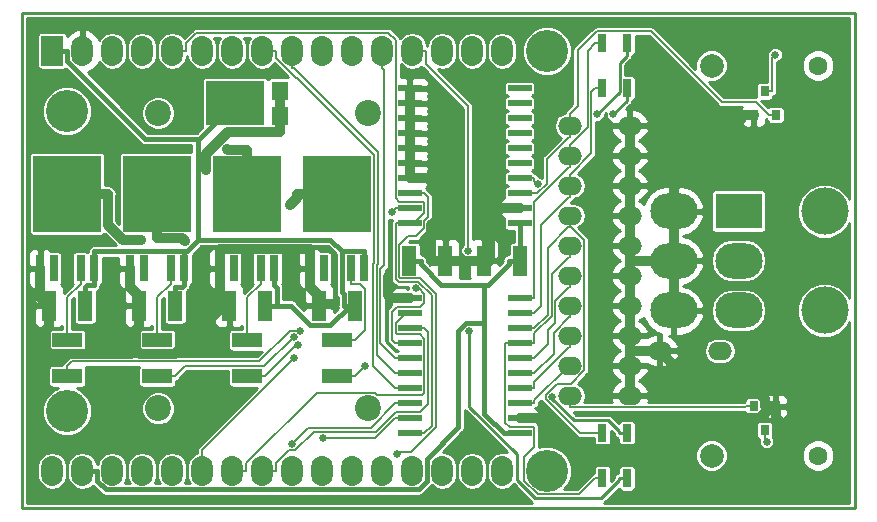
<source format=gbl>
G04 #@! TF.GenerationSoftware,KiCad,Pcbnew,6.0.0-rc1-unknown-4b44cbe~66~ubuntu18.04.1*
G04 #@! TF.CreationDate,2018-10-29T13:39:10-04:00*
G04 #@! TF.ProjectId,backlight_controller_3x2,6261636B6C696768745F636F6E74726F,1.2*
G04 #@! TF.SameCoordinates,Original*
G04 #@! TF.FileFunction,Copper,L2,Bot*
G04 #@! TF.FilePolarity,Positive*
%FSLAX46Y46*%
G04 Gerber Fmt 4.6, Leading zero omitted, Abs format (unit mm)*
G04 Created by KiCad (PCBNEW 6.0.0-rc1-unknown-4b44cbe~66~ubuntu18.04.1) date Mon 29 Oct 2018 01:39:10 PM EDT*
%MOMM*%
%LPD*%
G01*
G04 APERTURE LIST*
G04 #@! TA.AperFunction,NonConductor*
%ADD10C,0.228600*%
G04 #@! TD*
G04 #@! TA.AperFunction,ComponentPad*
%ADD11C,2.200000*%
G04 #@! TD*
G04 #@! TA.AperFunction,ComponentPad*
%ADD12C,3.556000*%
G04 #@! TD*
G04 #@! TA.AperFunction,ComponentPad*
%ADD13O,1.854200X2.540000*%
G04 #@! TD*
G04 #@! TA.AperFunction,ComponentPad*
%ADD14R,1.854200X2.540000*%
G04 #@! TD*
G04 #@! TA.AperFunction,SMDPad,CuDef*
%ADD15R,1.270000X2.540000*%
G04 #@! TD*
G04 #@! TA.AperFunction,SMDPad,CuDef*
%ADD16R,4.960000X3.800000*%
G04 #@! TD*
G04 #@! TA.AperFunction,SMDPad,CuDef*
%ADD17R,1.440000X1.600000*%
G04 #@! TD*
G04 #@! TA.AperFunction,SMDPad,CuDef*
%ADD18R,5.800000X6.400000*%
G04 #@! TD*
G04 #@! TA.AperFunction,SMDPad,CuDef*
%ADD19R,0.800000X2.200000*%
G04 #@! TD*
G04 #@! TA.AperFunction,ComponentPad*
%ADD20O,2.032000X1.524000*%
G04 #@! TD*
G04 #@! TA.AperFunction,ComponentPad*
%ADD21C,4.000000*%
G04 #@! TD*
G04 #@! TA.AperFunction,ComponentPad*
%ADD22R,4.000000X3.000000*%
G04 #@! TD*
G04 #@! TA.AperFunction,ComponentPad*
%ADD23O,4.000000X3.000000*%
G04 #@! TD*
G04 #@! TA.AperFunction,SMDPad,CuDef*
%ADD24R,2.540000X1.270000*%
G04 #@! TD*
G04 #@! TA.AperFunction,SMDPad,CuDef*
%ADD25R,2.000000X0.600000*%
G04 #@! TD*
G04 #@! TA.AperFunction,ComponentPad*
%ADD26C,1.600000*%
G04 #@! TD*
G04 #@! TA.AperFunction,ComponentPad*
%ADD27C,2.000000*%
G04 #@! TD*
G04 #@! TA.AperFunction,SMDPad,CuDef*
%ADD28R,0.800000X0.900000*%
G04 #@! TD*
G04 #@! TA.AperFunction,SMDPad,CuDef*
%ADD29R,0.787400X1.600200*%
G04 #@! TD*
G04 #@! TA.AperFunction,ViaPad*
%ADD30C,0.889000*%
G04 #@! TD*
G04 #@! TA.AperFunction,ViaPad*
%ADD31C,0.635000*%
G04 #@! TD*
G04 #@! TA.AperFunction,Conductor*
%ADD32C,0.406400*%
G04 #@! TD*
G04 #@! TA.AperFunction,Conductor*
%ADD33C,0.812800*%
G04 #@! TD*
G04 #@! TA.AperFunction,Conductor*
%ADD34C,0.203200*%
G04 #@! TD*
G04 #@! TA.AperFunction,Conductor*
%ADD35C,0.254000*%
G04 #@! TD*
G04 APERTURE END LIST*
D10*
X156210000Y-67945000D02*
X85725000Y-67945000D01*
X156210000Y-109855000D02*
X156210000Y-67945000D01*
X85725000Y-109855000D02*
X156210000Y-109855000D01*
X85725000Y-67945000D02*
X85725000Y-109855000D01*
D11*
G04 #@! TO.P,J2,*
G04 #@! TO.N,*
X115010000Y-76400000D03*
X115010000Y-101400000D03*
G04 #@! TD*
G04 #@! TO.P,J1,*
G04 #@! TO.N,*
X97230000Y-76400000D03*
X97230000Y-101400000D03*
G04 #@! TD*
D12*
G04 #@! TO.P,MDB1,*
G04 #@! TO.N,*
X130175000Y-71120000D03*
X130175000Y-106680000D03*
X89535000Y-101600000D03*
X89535000Y-76200000D03*
D13*
G04 #@! TO.P,MDB1,AREF*
G04 #@! TO.N,N/C*
X88265000Y-106680000D03*
G04 #@! TO.P,MDB1,VEE*
G04 #@! TO.N,VEE*
X90805000Y-106680000D03*
G04 #@! TO.P,MDB1,AGND*
G04 #@! TO.N,N/C*
X93345000Y-106680000D03*
G04 #@! TO.P,MDB1,3V3*
X95885000Y-106680000D03*
G04 #@! TO.P,MDB1,23*
G04 #@! TO.N,/CHANNEL_9*
X98425000Y-106680000D03*
G04 #@! TO.P,MDB1,22*
G04 #@! TO.N,/CHANNEL_8*
X100965000Y-106680000D03*
G04 #@! TO.P,MDB1,21*
G04 #@! TO.N,/CHANNEL_7*
X103505000Y-106680000D03*
G04 #@! TO.P,MDB1,20*
G04 #@! TO.N,/CHANNEL_6*
X106045000Y-106680000D03*
G04 #@! TO.P,MDB1,19*
G04 #@! TO.N,N/C*
X108585000Y-106680000D03*
G04 #@! TO.P,MDB1,18*
X111125000Y-106680000D03*
G04 #@! TO.P,MDB1,17*
X113665000Y-106680000D03*
G04 #@! TO.P,MDB1,16*
X116205000Y-106680000D03*
G04 #@! TO.P,MDB1,15*
X118745000Y-106680000D03*
G04 #@! TO.P,MDB1,14*
X121285000Y-106680000D03*
G04 #@! TO.P,MDB1,13*
X123825000Y-106680000D03*
G04 #@! TO.P,MDB1,DAC*
X126365000Y-106680000D03*
G04 #@! TO.P,MDB1,28*
X126365000Y-71120000D03*
G04 #@! TO.P,MDB1,12*
X123825000Y-71120000D03*
G04 #@! TO.P,MDB1,11*
X121285000Y-71120000D03*
G04 #@! TO.P,MDB1,10*
G04 #@! TO.N,/CHANNEL_5*
X118745000Y-71120000D03*
G04 #@! TO.P,MDB1,9*
G04 #@! TO.N,/CHANNEL_4*
X116205000Y-71120000D03*
G04 #@! TO.P,MDB1,29*
G04 #@! TO.N,N/C*
X113665000Y-71120000D03*
G04 #@! TO.P,MDB1,30*
X111125000Y-71120000D03*
G04 #@! TO.P,MDB1,6*
G04 #@! TO.N,/CHANNEL_3*
X108585000Y-71120000D03*
G04 #@! TO.P,MDB1,5*
G04 #@! TO.N,/CHANNEL_2*
X106045000Y-71120000D03*
G04 #@! TO.P,MDB1,4*
G04 #@! TO.N,/CHANNEL_1*
X103505000Y-71120000D03*
G04 #@! TO.P,MDB1,3*
G04 #@! TO.N,/CHANNEL_0*
X100965000Y-71120000D03*
G04 #@! TO.P,MDB1,2*
G04 #@! TO.N,/~ENABLE*
X98425000Y-71120000D03*
G04 #@! TO.P,MDB1,25*
G04 #@! TO.N,N/C*
X95885000Y-71120000D03*
D14*
G04 #@! TO.P,MDB1,VDD*
G04 #@! TO.N,VDD*
X88265000Y-71120000D03*
D13*
G04 #@! TO.P,MDB1,24*
G04 #@! TO.N,N/C*
X93345000Y-71120000D03*
G04 #@! TO.P,MDB1,GND*
G04 #@! TO.N,GND*
X90805000Y-71120000D03*
G04 #@! TD*
D15*
G04 #@! TO.P,C1,1*
G04 #@! TO.N,VEE*
X118491000Y-88900000D03*
G04 #@! TO.P,C1,2*
G04 #@! TO.N,GND*
X121539000Y-88900000D03*
G04 #@! TD*
G04 #@! TO.P,C2,2*
G04 #@! TO.N,GND*
X124841000Y-88900000D03*
G04 #@! TO.P,C2,1*
G04 #@! TO.N,VEE*
X127889000Y-88900000D03*
G04 #@! TD*
G04 #@! TO.P,C3,1*
G04 #@! TO.N,VDD*
X113919000Y-92710000D03*
G04 #@! TO.P,C3,2*
G04 #@! TO.N,GND*
X110871000Y-92710000D03*
G04 #@! TD*
G04 #@! TO.P,C4,1*
G04 #@! TO.N,VDD*
X106299000Y-92710000D03*
G04 #@! TO.P,C4,2*
G04 #@! TO.N,GND*
X103251000Y-92710000D03*
G04 #@! TD*
G04 #@! TO.P,C5,1*
G04 #@! TO.N,VDD*
X98679000Y-92710000D03*
G04 #@! TO.P,C5,2*
G04 #@! TO.N,GND*
X95631000Y-92710000D03*
G04 #@! TD*
G04 #@! TO.P,C6,2*
G04 #@! TO.N,GND*
X88011000Y-92710000D03*
G04 #@! TO.P,C6,1*
G04 #@! TO.N,VDD*
X91059000Y-92710000D03*
G04 #@! TD*
D16*
G04 #@! TO.P,D1,1*
G04 #@! TO.N,VDD*
X103755000Y-75565000D03*
D17*
G04 #@! TO.P,D1,2*
G04 #@! TO.N,VAA*
X107555000Y-76630000D03*
X107555000Y-74500000D03*
G04 #@! TD*
D18*
G04 #@! TO.P,HPS1,6*
G04 #@! TO.N,/backlight_3x2/high_voltage_outputs/OUTPUT_0*
X112395000Y-83235000D03*
D19*
G04 #@! TO.P,HPS1,1*
G04 #@! TO.N,VDD*
X114675000Y-89535000D03*
G04 #@! TO.P,HPS1,2*
G04 #@! TO.N,/backlight_3x2/high_voltage_outputs/high_voltage_output_0/FAULT*
X113535000Y-89535000D03*
G04 #@! TO.P,HPS1,4*
G04 #@! TO.N,N/C*
X111255000Y-89535000D03*
G04 #@! TO.P,HPS1,5*
G04 #@! TO.N,GND*
X110115000Y-89535000D03*
G04 #@! TD*
D18*
G04 #@! TO.P,HPS2,6*
G04 #@! TO.N,/backlight_3x2/high_voltage_outputs/OUTPUT_1*
X104775000Y-83235000D03*
D19*
G04 #@! TO.P,HPS2,1*
G04 #@! TO.N,VDD*
X107055000Y-89535000D03*
G04 #@! TO.P,HPS2,2*
G04 #@! TO.N,/backlight_3x2/high_voltage_outputs/high_voltage_output_1/FAULT*
X105915000Y-89535000D03*
G04 #@! TO.P,HPS2,4*
G04 #@! TO.N,N/C*
X103635000Y-89535000D03*
G04 #@! TO.P,HPS2,5*
G04 #@! TO.N,GND*
X102495000Y-89535000D03*
G04 #@! TD*
G04 #@! TO.P,HPS3,5*
G04 #@! TO.N,GND*
X94875000Y-89535000D03*
G04 #@! TO.P,HPS3,4*
G04 #@! TO.N,N/C*
X96015000Y-89535000D03*
G04 #@! TO.P,HPS3,2*
G04 #@! TO.N,/backlight_3x2/high_voltage_outputs/high_voltage_output_2/FAULT*
X98295000Y-89535000D03*
G04 #@! TO.P,HPS3,1*
G04 #@! TO.N,VDD*
X99435000Y-89535000D03*
D18*
G04 #@! TO.P,HPS3,6*
G04 #@! TO.N,/backlight_3x2/high_voltage_outputs/OUTPUT_2*
X97155000Y-83235000D03*
G04 #@! TD*
D19*
G04 #@! TO.P,HPS4,5*
G04 #@! TO.N,GND*
X87255000Y-89535000D03*
G04 #@! TO.P,HPS4,4*
G04 #@! TO.N,N/C*
X88395000Y-89535000D03*
G04 #@! TO.P,HPS4,2*
G04 #@! TO.N,/backlight_3x2/high_voltage_outputs/high_voltage_output_3/FAULT*
X90675000Y-89535000D03*
G04 #@! TO.P,HPS4,1*
G04 #@! TO.N,VDD*
X91815000Y-89535000D03*
D18*
G04 #@! TO.P,HPS4,6*
G04 #@! TO.N,/backlight_3x2/high_voltage_outputs/OUTPUT_3*
X89535000Y-83235000D03*
G04 #@! TD*
D20*
G04 #@! TO.P,L1,1*
G04 #@! TO.N,VAA*
X144780000Y-96520000D03*
G04 #@! TO.P,L1,2*
G04 #@! TO.N,GND*
X139700000Y-96520000D03*
G04 #@! TD*
G04 #@! TO.P,L2,2*
G04 #@! TO.N,GND*
X137160000Y-97790000D03*
G04 #@! TO.P,L2,1*
G04 #@! TO.N,/backlight_3x2/C_0*
X132080000Y-97790000D03*
G04 #@! TD*
G04 #@! TO.P,L3,1*
G04 #@! TO.N,/backlight_3x2/C_1*
X132080000Y-95250000D03*
G04 #@! TO.P,L3,2*
G04 #@! TO.N,GND*
X137160000Y-95250000D03*
G04 #@! TD*
G04 #@! TO.P,L4,2*
G04 #@! TO.N,GND*
X137160000Y-92710000D03*
G04 #@! TO.P,L4,1*
G04 #@! TO.N,/backlight_3x2/C_2*
X132080000Y-92710000D03*
G04 #@! TD*
G04 #@! TO.P,L5,1*
G04 #@! TO.N,/backlight_3x2/C_3*
X132080000Y-90170000D03*
G04 #@! TO.P,L5,2*
G04 #@! TO.N,GND*
X137160000Y-90170000D03*
G04 #@! TD*
G04 #@! TO.P,L6,2*
G04 #@! TO.N,GND*
X137160000Y-87630000D03*
G04 #@! TO.P,L6,1*
G04 #@! TO.N,/backlight_3x2/C_4*
X132080000Y-87630000D03*
G04 #@! TD*
G04 #@! TO.P,L7,2*
G04 #@! TO.N,GND*
X137160000Y-85090000D03*
G04 #@! TO.P,L7,1*
G04 #@! TO.N,/backlight_3x2/C_5*
X132080000Y-85090000D03*
G04 #@! TD*
G04 #@! TO.P,L8,1*
G04 #@! TO.N,/backlight_3x2/C_6*
X132080000Y-82550000D03*
G04 #@! TO.P,L8,2*
G04 #@! TO.N,GND*
X137160000Y-82550000D03*
G04 #@! TD*
G04 #@! TO.P,L9,1*
G04 #@! TO.N,/backlight_3x2/C_7*
X132080000Y-80010000D03*
G04 #@! TO.P,L9,2*
G04 #@! TO.N,GND*
X137160000Y-80010000D03*
G04 #@! TD*
G04 #@! TO.P,L10,1*
G04 #@! TO.N,/backlight_3x2/C_8*
X132080000Y-77470000D03*
G04 #@! TO.P,L10,2*
G04 #@! TO.N,GND*
X137160000Y-77470000D03*
G04 #@! TD*
G04 #@! TO.P,L11,2*
G04 #@! TO.N,GND*
X137160000Y-100330000D03*
G04 #@! TO.P,L11,1*
G04 #@! TO.N,/backlight_3x2/C_9*
X132080000Y-100330000D03*
G04 #@! TD*
D21*
G04 #@! TO.P,P1,*
G04 #@! TO.N,*
X153670000Y-84700000D03*
X153670000Y-93100000D03*
D22*
G04 #@! TO.P,P1,1*
G04 #@! TO.N,VAA*
X146370000Y-84700000D03*
D23*
G04 #@! TO.P,P1,2*
X146370000Y-88900000D03*
G04 #@! TO.P,P1,3*
X146370000Y-93100000D03*
G04 #@! TO.P,P1,4*
G04 #@! TO.N,GND*
X140870000Y-84700000D03*
G04 #@! TO.P,P1,5*
X140870000Y-88900000D03*
G04 #@! TO.P,P1,6*
X140870000Y-93100000D03*
G04 #@! TD*
D24*
G04 #@! TO.P,R1,2*
G04 #@! TO.N,/backlight_3x2/C_0*
X112395000Y-98679000D03*
G04 #@! TO.P,R1,1*
G04 #@! TO.N,/backlight_3x2/high_voltage_outputs/high_voltage_output_0/FAULT*
X112395000Y-95631000D03*
G04 #@! TD*
G04 #@! TO.P,R2,2*
G04 #@! TO.N,/backlight_3x2/C_1*
X104775000Y-98679000D03*
G04 #@! TO.P,R2,1*
G04 #@! TO.N,/backlight_3x2/high_voltage_outputs/high_voltage_output_1/FAULT*
X104775000Y-95631000D03*
G04 #@! TD*
G04 #@! TO.P,R3,2*
G04 #@! TO.N,/backlight_3x2/C_2*
X97155000Y-98679000D03*
G04 #@! TO.P,R3,1*
G04 #@! TO.N,/backlight_3x2/high_voltage_outputs/high_voltage_output_2/FAULT*
X97155000Y-95631000D03*
G04 #@! TD*
G04 #@! TO.P,R4,1*
G04 #@! TO.N,/backlight_3x2/high_voltage_outputs/high_voltage_output_3/FAULT*
X89535000Y-95631000D03*
G04 #@! TO.P,R4,2*
G04 #@! TO.N,/backlight_3x2/C_3*
X89535000Y-98679000D03*
G04 #@! TD*
D25*
G04 #@! TO.P,U1,20*
G04 #@! TO.N,VEE*
X127840000Y-103505000D03*
G04 #@! TO.P,U1,19*
G04 #@! TO.N,GND*
X127840000Y-102235000D03*
G04 #@! TO.P,U1,18*
G04 #@! TO.N,/backlight_3x2/C_0*
X127840000Y-100965000D03*
G04 #@! TO.P,U1,17*
G04 #@! TO.N,/backlight_3x2/C_1*
X127840000Y-99695000D03*
G04 #@! TO.P,U1,16*
G04 #@! TO.N,/backlight_3x2/C_2*
X127840000Y-98425000D03*
G04 #@! TO.P,U1,15*
G04 #@! TO.N,/backlight_3x2/C_3*
X127840000Y-97155000D03*
G04 #@! TO.P,U1,14*
G04 #@! TO.N,/backlight_3x2/C_4*
X127840000Y-95885000D03*
G04 #@! TO.P,U1,13*
G04 #@! TO.N,/backlight_3x2/C_5*
X127840000Y-94615000D03*
G04 #@! TO.P,U1,12*
G04 #@! TO.N,/backlight_3x2/C_6*
X127840000Y-93345000D03*
G04 #@! TO.P,U1,11*
G04 #@! TO.N,/backlight_3x2/C_7*
X127840000Y-92075000D03*
G04 #@! TO.P,U1,10*
G04 #@! TO.N,GND*
X118540000Y-92075000D03*
G04 #@! TO.P,U1,9*
G04 #@! TO.N,/CHANNEL_7*
X118540000Y-93345000D03*
G04 #@! TO.P,U1,8*
G04 #@! TO.N,/CHANNEL_6*
X118540000Y-94615000D03*
G04 #@! TO.P,U1,7*
G04 #@! TO.N,/CHANNEL_5*
X118540000Y-95885000D03*
G04 #@! TO.P,U1,6*
G04 #@! TO.N,/CHANNEL_4*
X118540000Y-97155000D03*
G04 #@! TO.P,U1,5*
G04 #@! TO.N,/CHANNEL_3*
X118540000Y-98425000D03*
G04 #@! TO.P,U1,4*
G04 #@! TO.N,/CHANNEL_2*
X118540000Y-99695000D03*
G04 #@! TO.P,U1,3*
G04 #@! TO.N,/CHANNEL_1*
X118540000Y-100965000D03*
G04 #@! TO.P,U1,2*
G04 #@! TO.N,/CHANNEL_0*
X118540000Y-102235000D03*
G04 #@! TO.P,U1,1*
G04 #@! TO.N,/~ENABLE*
X118540000Y-103505000D03*
G04 #@! TD*
G04 #@! TO.P,U2,1*
G04 #@! TO.N,/~ENABLE*
X118540000Y-85725000D03*
G04 #@! TO.P,U2,2*
G04 #@! TO.N,/CHANNEL_8*
X118540000Y-84455000D03*
G04 #@! TO.P,U2,3*
G04 #@! TO.N,/CHANNEL_9*
X118540000Y-83185000D03*
G04 #@! TO.P,U2,4*
G04 #@! TO.N,GND*
X118540000Y-81915000D03*
G04 #@! TO.P,U2,5*
X118540000Y-80645000D03*
G04 #@! TO.P,U2,6*
X118540000Y-79375000D03*
G04 #@! TO.P,U2,7*
X118540000Y-78105000D03*
G04 #@! TO.P,U2,8*
X118540000Y-76835000D03*
G04 #@! TO.P,U2,9*
X118540000Y-75565000D03*
G04 #@! TO.P,U2,10*
X118540000Y-74295000D03*
G04 #@! TO.P,U2,11*
G04 #@! TO.N,N/C*
X127840000Y-74295000D03*
G04 #@! TO.P,U2,12*
X127840000Y-75565000D03*
G04 #@! TO.P,U2,13*
X127840000Y-76835000D03*
G04 #@! TO.P,U2,14*
X127840000Y-78105000D03*
G04 #@! TO.P,U2,15*
X127840000Y-79375000D03*
G04 #@! TO.P,U2,16*
X127840000Y-80645000D03*
G04 #@! TO.P,U2,17*
G04 #@! TO.N,/backlight_3x2/C_9*
X127840000Y-81915000D03*
G04 #@! TO.P,U2,18*
G04 #@! TO.N,/backlight_3x2/C_8*
X127840000Y-83185000D03*
G04 #@! TO.P,U2,19*
G04 #@! TO.N,GND*
X127840000Y-84455000D03*
G04 #@! TO.P,U2,20*
G04 #@! TO.N,VEE*
X127840000Y-85725000D03*
G04 #@! TD*
D26*
G04 #@! TO.P,J3,*
G04 #@! TO.N,*
X153090000Y-72390000D03*
D27*
X144090000Y-72390000D03*
G04 #@! TD*
G04 #@! TO.P,J4,*
G04 #@! TO.N,*
X144090000Y-105410000D03*
D26*
X153090000Y-105410000D03*
G04 #@! TD*
D28*
G04 #@! TO.P,U3,3*
G04 #@! TO.N,/backlight_3x2/backlight_outputs/ir/NPN*
X148590000Y-74565000D03*
G04 #@! TO.P,U3,2*
G04 #@! TO.N,GND*
X147640000Y-76565000D03*
G04 #@! TO.P,U3,1*
G04 #@! TO.N,/backlight_3x2/C_8*
X149540000Y-76565000D03*
G04 #@! TD*
G04 #@! TO.P,U4,1*
G04 #@! TO.N,/backlight_3x2/C_9*
X147640000Y-101235000D03*
G04 #@! TO.P,U4,2*
G04 #@! TO.N,GND*
X149540000Y-101235000D03*
G04 #@! TO.P,U4,3*
G04 #@! TO.N,/backlight_3x2/backlight_outputs/visible/NPN*
X148590000Y-103235000D03*
G04 #@! TD*
D29*
G04 #@! TO.P,R5,2*
G04 #@! TO.N,/backlight_3x2/C_4*
X134848600Y-107315000D03*
G04 #@! TO.P,R5,1*
G04 #@! TO.N,/backlight_3x2/low_voltage_outputs/OUTPUT_0*
X136931400Y-107315000D03*
G04 #@! TD*
G04 #@! TO.P,R6,1*
G04 #@! TO.N,/backlight_3x2/low_voltage_outputs/OUTPUT_1*
X136931400Y-103505000D03*
G04 #@! TO.P,R6,2*
G04 #@! TO.N,/backlight_3x2/C_5*
X134848600Y-103505000D03*
G04 #@! TD*
G04 #@! TO.P,R7,2*
G04 #@! TO.N,/backlight_3x2/C_6*
X134848600Y-74295000D03*
G04 #@! TO.P,R7,1*
G04 #@! TO.N,/backlight_3x2/low_voltage_outputs/OUTPUT_2*
X136931400Y-74295000D03*
G04 #@! TD*
G04 #@! TO.P,R8,1*
G04 #@! TO.N,/backlight_3x2/low_voltage_outputs/OUTPUT_3*
X136931400Y-70485000D03*
G04 #@! TO.P,R8,2*
G04 #@! TO.N,/backlight_3x2/C_7*
X134848600Y-70485000D03*
G04 #@! TD*
D30*
G04 #@! TO.N,GND*
X112066300Y-92663100D03*
X121680900Y-84672500D03*
X150360000Y-105434700D03*
X116699200Y-90270000D03*
G04 #@! TO.N,VAA*
X101322800Y-81242200D03*
G04 #@! TO.N,/backlight_3x2/high_voltage_outputs/OUTPUT_0*
X108393800Y-84196600D03*
G04 #@! TO.N,/backlight_3x2/high_voltage_outputs/OUTPUT_1*
X103099400Y-79454000D03*
G04 #@! TO.N,/backlight_3x2/high_voltage_outputs/OUTPUT_2*
X99496800Y-87218500D03*
G04 #@! TO.N,/backlight_3x2/high_voltage_outputs/OUTPUT_3*
X95775000Y-87168300D03*
D31*
G04 #@! TO.N,/backlight_3x2/low_voltage_outputs/OUTPUT_3*
X134422600Y-76474700D03*
G04 #@! TO.N,/backlight_3x2/low_voltage_outputs/OUTPUT_2*
X135758300Y-76500700D03*
G04 #@! TO.N,/backlight_3x2/low_voltage_outputs/OUTPUT_1*
X130620100Y-100411000D03*
G04 #@! TO.N,/backlight_3x2/low_voltage_outputs/OUTPUT_0*
X123562600Y-94830500D03*
G04 #@! TO.N,/backlight_3x2/C_9*
X129367700Y-82430200D03*
G04 #@! TO.N,/backlight_3x2/C_0*
X114782600Y-97790000D03*
G04 #@! TO.N,/backlight_3x2/C_1*
X109103500Y-96013900D03*
G04 #@! TO.N,/backlight_3x2/C_2*
X108697800Y-95373500D03*
G04 #@! TO.N,/backlight_3x2/C_3*
X109233800Y-94840800D03*
G04 #@! TO.N,/CHANNEL_9*
X117475000Y-105240800D03*
G04 #@! TO.N,/CHANNEL_8*
X108757200Y-97117000D03*
X116995300Y-84809700D03*
G04 #@! TO.N,/CHANNEL_5*
X123465400Y-88061800D03*
X119070300Y-91231800D03*
G04 #@! TO.N,/CHANNEL_1*
X108580700Y-104393200D03*
G04 #@! TO.N,/CHANNEL_0*
X111169200Y-103918100D03*
G04 #@! TO.N,/backlight_3x2/backlight_outputs/ir/NPN*
X149463100Y-71469100D03*
G04 #@! TO.N,/backlight_3x2/backlight_outputs/visible/NPN*
X148742100Y-104209500D03*
G04 #@! TD*
D32*
G04 #@! TO.N,VEE*
X127840000Y-85725000D02*
X127889000Y-85774000D01*
X127889000Y-85774000D02*
X127889000Y-88900000D01*
X124846700Y-94207900D02*
X124846700Y-101841900D01*
X124846700Y-101841900D02*
X126509800Y-103505000D01*
X124846700Y-90936400D02*
X124846700Y-94207900D01*
X124846700Y-94207900D02*
X123304700Y-94207900D01*
X123304700Y-94207900D02*
X122660100Y-94852500D01*
X122660100Y-94852500D02*
X122660100Y-103003900D01*
X122660100Y-103003900D02*
X120015000Y-105649000D01*
X120015000Y-105649000D02*
X120015000Y-107522200D01*
X120015000Y-107522200D02*
X119277200Y-108260000D01*
X119277200Y-108260000D02*
X92778400Y-108260000D01*
X92778400Y-108260000D02*
X92062300Y-107543900D01*
X92062300Y-107543900D02*
X92062300Y-106680000D01*
X124846700Y-90936400D02*
X121221100Y-90936400D01*
X121221100Y-90936400D02*
X119456200Y-89171500D01*
X119456200Y-89171500D02*
X119456200Y-88900000D01*
X126923800Y-88900000D02*
X126923800Y-89170000D01*
X126923800Y-89170000D02*
X125157400Y-90936400D01*
X125157400Y-90936400D02*
X124846700Y-90936400D01*
X90805000Y-106680000D02*
X92062300Y-106680000D01*
X127840000Y-103505000D02*
X126509800Y-103505000D01*
X118491000Y-88900000D02*
X119456200Y-88900000D01*
X127889000Y-88900000D02*
X126923800Y-88900000D01*
D33*
G04 #@! TO.N,GND*
X111004700Y-92576300D02*
X111004700Y-92058100D01*
X111004700Y-92058100D02*
X110115000Y-91168400D01*
X110871000Y-92710000D02*
X111004700Y-92576300D01*
X111004700Y-92576300D02*
X111979500Y-92576300D01*
X111979500Y-92576300D02*
X112066300Y-92663100D01*
X118540000Y-80645000D02*
X118540000Y-81915000D01*
X118540000Y-79375000D02*
X118540000Y-80645000D01*
X118540000Y-81915000D02*
X120073400Y-81915000D01*
X121576400Y-84672500D02*
X121576400Y-83418000D01*
X121576400Y-83418000D02*
X120073400Y-81915000D01*
X121576400Y-84672500D02*
X121680900Y-84672500D01*
X120370600Y-88900000D02*
X120370600Y-85878300D01*
X120370600Y-85878300D02*
X121576400Y-84672500D01*
X127840000Y-102235000D02*
X129373400Y-102235000D01*
X149073300Y-101235000D02*
X149073300Y-101370600D01*
X149073300Y-101370600D02*
X148215100Y-102228800D01*
X148215100Y-102228800D02*
X142869600Y-102228800D01*
X142869600Y-102228800D02*
X140284300Y-104814100D01*
X140284300Y-104814100D02*
X131952500Y-104814100D01*
X131952500Y-104814100D02*
X129373400Y-102235000D01*
X149073300Y-101235000D02*
X148606600Y-101235000D01*
X149540000Y-101235000D02*
X149073300Y-101235000D01*
X137160000Y-97790000D02*
X137160000Y-100330000D01*
X139645600Y-96520000D02*
X142755200Y-99629600D01*
X142755200Y-99629600D02*
X147613700Y-99629600D01*
X147613700Y-99629600D02*
X148606600Y-100622500D01*
X148606600Y-100622500D02*
X148606600Y-101235000D01*
X139645600Y-96520000D02*
X139700000Y-96520000D01*
X137160000Y-96520000D02*
X139645600Y-96520000D01*
X118540000Y-78105000D02*
X118540000Y-79375000D01*
X118540000Y-76835000D02*
X118540000Y-78105000D01*
X118540000Y-75565000D02*
X118540000Y-76835000D01*
X118540000Y-74295000D02*
X118540000Y-75565000D01*
X116699200Y-90270000D02*
X116699200Y-91767600D01*
X116699200Y-91767600D02*
X117006600Y-92075000D01*
X149540000Y-101235000D02*
X149540000Y-102218400D01*
X149540000Y-102218400D02*
X150360000Y-103038400D01*
X150360000Y-103038400D02*
X150360000Y-105434700D01*
X118540000Y-92075000D02*
X117006600Y-92075000D01*
X121539000Y-88900000D02*
X123672600Y-88900000D01*
X124841000Y-88900000D02*
X123672600Y-88900000D01*
X121539000Y-88900000D02*
X120370600Y-88900000D01*
X125106700Y-88900000D02*
X125362600Y-88900000D01*
X125362600Y-88900000D02*
X125362600Y-85399000D01*
X125362600Y-85399000D02*
X126306600Y-84455000D01*
X127840000Y-84455000D02*
X126306600Y-84455000D01*
X125106700Y-88900000D02*
X124841000Y-88900000D01*
X95335300Y-96451900D02*
X95335300Y-94809100D01*
X95335300Y-94809100D02*
X95631000Y-94513400D01*
X102495000Y-92710000D02*
X102495000Y-92952500D01*
X102495000Y-92952500D02*
X98649300Y-96798200D01*
X98649300Y-96798200D02*
X95681600Y-96798200D01*
X95681600Y-96798200D02*
X95335300Y-96451900D01*
X95335300Y-96451900D02*
X94963400Y-96823800D01*
X94963400Y-96823800D02*
X88070400Y-96823800D01*
X88070400Y-96823800D02*
X87715300Y-96468700D01*
X87715300Y-96468700D02*
X87715300Y-94809100D01*
X87715300Y-94809100D02*
X88011000Y-94513400D01*
X88011000Y-92710000D02*
X88011000Y-94513400D01*
X87255000Y-89535000D02*
X87255000Y-91954000D01*
X87255000Y-91954000D02*
X88011000Y-92710000D01*
X95631000Y-92710000D02*
X95631000Y-94513400D01*
X102495000Y-89535000D02*
X102495000Y-92710000D01*
X102495000Y-92710000D02*
X103251000Y-92710000D01*
X110115000Y-89535000D02*
X110115000Y-91168400D01*
X110115000Y-89535000D02*
X110115000Y-87901600D01*
X102495000Y-89535000D02*
X102495000Y-87901600D01*
X102495000Y-87901600D02*
X110115000Y-87901600D01*
X94875000Y-89535000D02*
X94875000Y-91168400D01*
X94875000Y-91168400D02*
X95631000Y-91924400D01*
X95631000Y-91924400D02*
X95631000Y-92710000D01*
X147640000Y-76565000D02*
X146706600Y-76565000D01*
X140870000Y-84700000D02*
X140870000Y-82666600D01*
X140870000Y-82666600D02*
X146706600Y-76830000D01*
X146706600Y-76830000D02*
X146706600Y-76565000D01*
X140870000Y-84700000D02*
X140870000Y-88900000D01*
X137160000Y-80010000D02*
X137160000Y-82550000D01*
X137160000Y-77470000D02*
X137160000Y-80010000D01*
X137160000Y-85090000D02*
X137160000Y-87630000D01*
X137160000Y-83820000D02*
X137160000Y-85090000D01*
X137160000Y-95250000D02*
X137160000Y-96520000D01*
X137160000Y-93980000D02*
X137160000Y-95250000D01*
X140870000Y-88900000D02*
X140870000Y-93100000D01*
X137160000Y-88900000D02*
X137160000Y-90170000D01*
X137160000Y-87630000D02*
X137160000Y-88900000D01*
X140870000Y-88900000D02*
X137160000Y-88900000D01*
X137160000Y-96520000D02*
X137160000Y-97790000D01*
X137160000Y-92710000D02*
X137160000Y-93980000D01*
X137160000Y-93980000D02*
X137160000Y-95250000D01*
X137160000Y-90170000D02*
X137160000Y-92710000D01*
X137160000Y-82550000D02*
X137160000Y-83820000D01*
X137160000Y-83820000D02*
X137160000Y-85090000D01*
D32*
G04 #@! TO.N,VDD*
X107055000Y-89535000D02*
X107055000Y-90965200D01*
X107055000Y-90965200D02*
X107264200Y-91174400D01*
X107264200Y-91174400D02*
X107264200Y-92710000D01*
X106299000Y-92710000D02*
X107264200Y-92710000D01*
X113436400Y-92710000D02*
X111811200Y-94335200D01*
X111811200Y-94335200D02*
X110116600Y-94335200D01*
X110116600Y-94335200D02*
X108491500Y-92710100D01*
X108491500Y-92710100D02*
X107264200Y-92710100D01*
X107264200Y-92710100D02*
X107264200Y-92710000D01*
X113436400Y-92710000D02*
X112953800Y-92710000D01*
X113919000Y-92710000D02*
X113436400Y-92710000D01*
X112784900Y-88104800D02*
X114675000Y-88104800D01*
X100643200Y-87144400D02*
X111824500Y-87144400D01*
X111824500Y-87144400D02*
X112784900Y-88104800D01*
X112784900Y-88104800D02*
X112784900Y-91575900D01*
X112784900Y-91575900D02*
X112953800Y-91744800D01*
X112953800Y-91744800D02*
X112953800Y-92710000D01*
X100643200Y-87144400D02*
X99682800Y-88104800D01*
X99682800Y-88104800D02*
X99435000Y-88104800D01*
X100568100Y-78603200D02*
X100568100Y-87069300D01*
X100568100Y-87069300D02*
X100643200Y-87144400D01*
X114675000Y-89535000D02*
X114675000Y-88104800D01*
X91815000Y-89535000D02*
X91815000Y-88104800D01*
X99435000Y-88104800D02*
X91815000Y-88104800D01*
X99435000Y-89535000D02*
X99435000Y-88104800D01*
X99435000Y-89924900D02*
X99435000Y-89535000D01*
X91815000Y-89535000D02*
X91815000Y-90965200D01*
X91059000Y-92710000D02*
X91059000Y-91109800D01*
X91815000Y-90965200D02*
X91203600Y-90965200D01*
X91203600Y-90965200D02*
X91059000Y-91109800D01*
X100568100Y-78603200D02*
X96141100Y-78603200D01*
X96141100Y-78603200D02*
X89522300Y-71984400D01*
X89522300Y-71984400D02*
X89522300Y-71120000D01*
X103755000Y-75565000D02*
X100716800Y-78603200D01*
X100716800Y-78603200D02*
X100568100Y-78603200D01*
X88265000Y-71120000D02*
X89522300Y-71120000D01*
X99435000Y-89924900D02*
X99435000Y-90965200D01*
X98679000Y-92710000D02*
X98679000Y-91109800D01*
X98679000Y-91109800D02*
X99290400Y-91109800D01*
X99290400Y-91109800D02*
X99435000Y-90965200D01*
D33*
G04 #@! TO.N,VAA*
X107555000Y-76630000D02*
X107555000Y-77963400D01*
X107555000Y-77963400D02*
X107545000Y-77973400D01*
X107545000Y-77973400D02*
X103180600Y-77973400D01*
X103180600Y-77973400D02*
X101322800Y-79831200D01*
X101322800Y-79831200D02*
X101322800Y-81242200D01*
X107555000Y-74500000D02*
X107555000Y-76630000D01*
G04 #@! TO.N,/backlight_3x2/high_voltage_outputs/OUTPUT_0*
X112395000Y-83235000D02*
X108961600Y-83235000D01*
X108961600Y-83235000D02*
X108961600Y-83628800D01*
X108961600Y-83628800D02*
X108393800Y-84196600D01*
D34*
G04 #@! TO.N,/backlight_3x2/high_voltage_outputs/high_voltage_output_0/FAULT*
X112395000Y-95631000D02*
X113893600Y-95631000D01*
X113535000Y-89535000D02*
X113535000Y-90863600D01*
X113535000Y-90863600D02*
X114306400Y-90863600D01*
X114306400Y-90863600D02*
X114757600Y-91314800D01*
X114757600Y-91314800D02*
X114757600Y-94767000D01*
X114757600Y-94767000D02*
X113893600Y-95631000D01*
D33*
G04 #@! TO.N,/backlight_3x2/high_voltage_outputs/OUTPUT_1*
X104775000Y-83235000D02*
X104775000Y-79501600D01*
X104775000Y-79501600D02*
X103147000Y-79501600D01*
X103147000Y-79501600D02*
X103099400Y-79454000D01*
D34*
G04 #@! TO.N,/backlight_3x2/high_voltage_outputs/high_voltage_output_1/FAULT*
X105915000Y-89535000D02*
X105915000Y-90863600D01*
X105915000Y-90863600D02*
X104775000Y-92003600D01*
X104775000Y-92003600D02*
X104775000Y-95631000D01*
G04 #@! TO.N,/backlight_3x2/high_voltage_outputs/high_voltage_output_2/FAULT*
X98295000Y-89535000D02*
X98295000Y-90863600D01*
X98295000Y-90863600D02*
X97155000Y-92003600D01*
X97155000Y-92003600D02*
X97155000Y-95631000D01*
D33*
G04 #@! TO.N,/backlight_3x2/high_voltage_outputs/OUTPUT_2*
X97155000Y-83235000D02*
X97155000Y-86968400D01*
X97155000Y-86968400D02*
X99246700Y-86968400D01*
X99246700Y-86968400D02*
X99496800Y-87218500D01*
D34*
G04 #@! TO.N,/backlight_3x2/high_voltage_outputs/high_voltage_output_3/FAULT*
X90675000Y-89535000D02*
X90675000Y-90863600D01*
X90675000Y-90863600D02*
X89535000Y-92003600D01*
X89535000Y-92003600D02*
X89535000Y-95631000D01*
D33*
G04 #@! TO.N,/backlight_3x2/high_voltage_outputs/OUTPUT_3*
X89535000Y-83235000D02*
X92968400Y-83235000D01*
X92968400Y-83235000D02*
X92968400Y-85875500D01*
X92968400Y-85875500D02*
X94261200Y-87168300D01*
X94261200Y-87168300D02*
X95775000Y-87168300D01*
D35*
G04 #@! TO.N,/backlight_3x2/low_voltage_outputs/OUTPUT_3*
X136931400Y-70485000D02*
X136931400Y-71539100D01*
X136931400Y-71539100D02*
X136308700Y-72161800D01*
X136308700Y-72161800D02*
X136308700Y-74588600D01*
X136308700Y-74588600D02*
X134422600Y-76474700D01*
G04 #@! TO.N,/backlight_3x2/low_voltage_outputs/OUTPUT_2*
X136931400Y-74295000D02*
X136931400Y-75349100D01*
X136931400Y-75349100D02*
X136909900Y-75349100D01*
X136909900Y-75349100D02*
X135758300Y-76500700D01*
G04 #@! TO.N,/backlight_3x2/low_voltage_outputs/OUTPUT_1*
X136283700Y-103505000D02*
X136283700Y-103343100D01*
X136283700Y-103343100D02*
X135344900Y-102404300D01*
X135344900Y-102404300D02*
X132436000Y-102404300D01*
X132436000Y-102404300D02*
X130620100Y-100588400D01*
X130620100Y-100588400D02*
X130620100Y-100411000D01*
X136931400Y-103505000D02*
X136283700Y-103505000D01*
G04 #@! TO.N,/backlight_3x2/low_voltage_outputs/OUTPUT_0*
X136283700Y-107315000D02*
X136283700Y-107476900D01*
X136283700Y-107476900D02*
X134741900Y-109018700D01*
X134741900Y-109018700D02*
X129147300Y-109018700D01*
X129147300Y-109018700D02*
X127582100Y-107453500D01*
X127582100Y-107453500D02*
X127582100Y-105306900D01*
X127582100Y-105306900D02*
X123562600Y-101287400D01*
X123562600Y-101287400D02*
X123562600Y-94830500D01*
X136931400Y-107315000D02*
X136283700Y-107315000D01*
D34*
G04 #@! TO.N,/backlight_3x2/C_8*
X129068600Y-83185000D02*
X129349800Y-83185000D01*
X129349800Y-83185000D02*
X130166600Y-82368200D01*
X130166600Y-82368200D02*
X130166600Y-80290900D01*
X130166600Y-80290900D02*
X131996900Y-78460600D01*
X131996900Y-78460600D02*
X132080000Y-78460600D01*
X132080000Y-77470000D02*
X132080000Y-78460600D01*
X127840000Y-83185000D02*
X129068600Y-83185000D01*
X132080000Y-77470000D02*
X132080000Y-76479400D01*
X149540000Y-76565000D02*
X148911400Y-76565000D01*
X148911400Y-76565000D02*
X147815300Y-75468900D01*
X147815300Y-75468900D02*
X144936900Y-75468900D01*
X144936900Y-75468900D02*
X138949300Y-69481300D01*
X138949300Y-69481300D02*
X134354100Y-69481300D01*
X134354100Y-69481300D02*
X132744400Y-71091000D01*
X132744400Y-71091000D02*
X132744400Y-75815000D01*
X132744400Y-75815000D02*
X132080000Y-76479400D01*
G04 #@! TO.N,/backlight_3x2/C_9*
X127840000Y-81915000D02*
X129068600Y-81915000D01*
X129367700Y-82430200D02*
X129068600Y-82131100D01*
X129068600Y-82131100D02*
X129068600Y-81915000D01*
X132080000Y-100330000D02*
X132080000Y-101320600D01*
X147640000Y-101235000D02*
X147011400Y-101235000D01*
X147011400Y-101235000D02*
X146925800Y-101320600D01*
X146925800Y-101320600D02*
X132080000Y-101320600D01*
G04 #@! TO.N,/backlight_3x2/C_0*
X127840000Y-100965000D02*
X129068600Y-100965000D01*
X129068600Y-100965000D02*
X129068600Y-100710200D01*
X129068600Y-100710200D02*
X131988800Y-97790000D01*
X131988800Y-97790000D02*
X132080000Y-97790000D01*
X113893600Y-98679000D02*
X114782600Y-97790000D01*
X112395000Y-98679000D02*
X113893600Y-98679000D01*
G04 #@! TO.N,/backlight_3x2/C_1*
X106273600Y-98679000D02*
X108938700Y-96013900D01*
X108938700Y-96013900D02*
X109103500Y-96013900D01*
X104775000Y-98679000D02*
X106273600Y-98679000D01*
X132080000Y-95250000D02*
X132080000Y-96240600D01*
X127840000Y-99695000D02*
X129068600Y-99695000D01*
X129068600Y-99695000D02*
X129068600Y-99176600D01*
X129068600Y-99176600D02*
X132004600Y-96240600D01*
X132004600Y-96240600D02*
X132080000Y-96240600D01*
G04 #@! TO.N,/backlight_3x2/C_2*
X98653600Y-98679000D02*
X99492100Y-97840500D01*
X99492100Y-97840500D02*
X106230800Y-97840500D01*
X106230800Y-97840500D02*
X108697800Y-95373500D01*
X97155000Y-98679000D02*
X98653600Y-98679000D01*
X132080000Y-92710000D02*
X132080000Y-93700600D01*
X127840000Y-98425000D02*
X129068600Y-98425000D01*
X129068600Y-98425000D02*
X130707900Y-96785700D01*
X130707900Y-96785700D02*
X130707900Y-94993600D01*
X130707900Y-94993600D02*
X132000900Y-93700600D01*
X132000900Y-93700600D02*
X132080000Y-93700600D01*
G04 #@! TO.N,/backlight_3x2/C_3*
X89535000Y-97815400D02*
X89916600Y-97433800D01*
X89916600Y-97433800D02*
X105792000Y-97433800D01*
X105792000Y-97433800D02*
X108385000Y-94840800D01*
X108385000Y-94840800D02*
X109233800Y-94840800D01*
X89535000Y-98679000D02*
X89535000Y-97815400D01*
X132080000Y-91160600D02*
X132007600Y-91160600D01*
X132007600Y-91160600D02*
X130860500Y-92307700D01*
X130860500Y-92307700D02*
X130860500Y-94172000D01*
X130860500Y-94172000D02*
X130250300Y-94782200D01*
X130250300Y-94782200D02*
X130250300Y-95973300D01*
X130250300Y-95973300D02*
X129068600Y-97155000D01*
X127840000Y-97155000D02*
X129068600Y-97155000D01*
X132080000Y-90170000D02*
X132080000Y-91160600D01*
G04 #@! TO.N,/backlight_3x2/C_4*
X127840000Y-95885000D02*
X126611400Y-95885000D01*
X134848600Y-107315000D02*
X134226300Y-107315000D01*
X134226300Y-107315000D02*
X132853200Y-108688100D01*
X132853200Y-108688100D02*
X129361900Y-108688100D01*
X129361900Y-108688100D02*
X128192100Y-107518300D01*
X128192100Y-107518300D02*
X128192100Y-105549900D01*
X128192100Y-105549900D02*
X129043600Y-104698400D01*
X129043600Y-104698400D02*
X129043600Y-103078900D01*
X129043600Y-103078900D02*
X128966100Y-103001400D01*
X128966100Y-103001400D02*
X127000400Y-103001400D01*
X127000400Y-103001400D02*
X126611400Y-102612400D01*
X126611400Y-102612400D02*
X126611400Y-95885000D01*
X129068600Y-95885000D02*
X129068600Y-95046700D01*
X129068600Y-95046700D02*
X130555400Y-93559900D01*
X130555400Y-93559900D02*
X130555400Y-90062100D01*
X130555400Y-90062100D02*
X131996900Y-88620600D01*
X131996900Y-88620600D02*
X132080000Y-88620600D01*
X132080000Y-87630000D02*
X132080000Y-88620600D01*
X127840000Y-95885000D02*
X129068600Y-95885000D01*
G04 #@! TO.N,/backlight_3x2/C_5*
X134848600Y-103505000D02*
X132970700Y-103505000D01*
X132970700Y-103505000D02*
X130057900Y-100592200D01*
X130057900Y-100592200D02*
X130057900Y-100236000D01*
X130057900Y-100236000D02*
X130960800Y-99333100D01*
X130960800Y-99333100D02*
X132164600Y-99333100D01*
X132164600Y-99333100D02*
X133302000Y-98195700D01*
X133302000Y-98195700D02*
X133302000Y-87180200D01*
X133302000Y-87180200D02*
X132202400Y-86080600D01*
X132202400Y-86080600D02*
X132080000Y-86080600D01*
X132080000Y-85090000D02*
X132080000Y-86080600D01*
X127840000Y-94615000D02*
X129068600Y-94615000D01*
X132080000Y-86080600D02*
X131956200Y-86080600D01*
X131956200Y-86080600D02*
X130223000Y-87813800D01*
X130223000Y-87813800D02*
X130223000Y-93460600D01*
X130223000Y-93460600D02*
X129068600Y-94615000D01*
G04 #@! TO.N,/backlight_3x2/C_6*
X134226300Y-74295000D02*
X133901600Y-74619700D01*
X133901600Y-74619700D02*
X133901600Y-79820900D01*
X133901600Y-79820900D02*
X132163100Y-81559400D01*
X132163100Y-81559400D02*
X132080000Y-81559400D01*
X132080000Y-82550000D02*
X132080000Y-81559400D01*
X134848600Y-74295000D02*
X134226300Y-74295000D01*
X129068600Y-93345000D02*
X129674600Y-92739000D01*
X129674600Y-92739000D02*
X129674600Y-85862900D01*
X129674600Y-85862900D02*
X131996900Y-83540600D01*
X131996900Y-83540600D02*
X132080000Y-83540600D01*
X132080000Y-82550000D02*
X132080000Y-83540600D01*
X127840000Y-93345000D02*
X129068600Y-93345000D01*
G04 #@! TO.N,/backlight_3x2/C_7*
X134226300Y-70485000D02*
X133596500Y-71114800D01*
X133596500Y-71114800D02*
X133596500Y-77586000D01*
X133596500Y-77586000D02*
X132163100Y-79019400D01*
X132163100Y-79019400D02*
X132080000Y-79019400D01*
X132080000Y-80010000D02*
X132080000Y-81000600D01*
X127840000Y-92075000D02*
X129068600Y-92075000D01*
X129068600Y-92075000D02*
X129068600Y-83928900D01*
X129068600Y-83928900D02*
X131996900Y-81000600D01*
X131996900Y-81000600D02*
X132080000Y-81000600D01*
X132080000Y-80010000D02*
X132080000Y-79019400D01*
X134848600Y-70485000D02*
X134226300Y-70485000D01*
G04 #@! TO.N,/CHANNEL_9*
X117475000Y-105240800D02*
X117589500Y-105126300D01*
X117589500Y-105126300D02*
X118611600Y-105126300D01*
X118611600Y-105126300D02*
X120766700Y-102971200D01*
X120766700Y-102971200D02*
X120766700Y-91753800D01*
X120766700Y-91753800D02*
X119386500Y-90373600D01*
X119386500Y-90373600D02*
X117738600Y-90373600D01*
X117738600Y-90373600D02*
X117652400Y-90287400D01*
X117652400Y-90287400D02*
X117652400Y-87531700D01*
X117652400Y-87531700D02*
X118356600Y-86827500D01*
X118356600Y-86827500D02*
X119061000Y-86827500D01*
X119061000Y-86827500D02*
X119743600Y-86144900D01*
X119743600Y-86144900D02*
X119743600Y-85524400D01*
X119743600Y-85524400D02*
X120048700Y-85219300D01*
X120048700Y-85219300D02*
X120048700Y-83465100D01*
X120048700Y-83465100D02*
X119768600Y-83185000D01*
X118540000Y-83185000D02*
X119768600Y-83185000D01*
G04 #@! TO.N,/CHANNEL_8*
X118540000Y-84455000D02*
X117311400Y-84455000D01*
X108757200Y-97117000D02*
X100965000Y-104909200D01*
X100965000Y-104909200D02*
X100965000Y-106680000D01*
X117311400Y-84455000D02*
X117311400Y-84493600D01*
X117311400Y-84493600D02*
X116995300Y-84809700D01*
G04 #@! TO.N,/CHANNEL_7*
X103505000Y-106680000D02*
X104660700Y-106680000D01*
X118540000Y-93345000D02*
X118179800Y-93345000D01*
X118179800Y-93345000D02*
X117336500Y-94188300D01*
X117336500Y-94188300D02*
X117336500Y-94999300D01*
X117336500Y-94999300D02*
X117455800Y-95118600D01*
X117455800Y-95118600D02*
X119366400Y-95118600D01*
X119366400Y-95118600D02*
X119743500Y-95495700D01*
X119743500Y-95495700D02*
X119743500Y-100083700D01*
X119743500Y-100083700D02*
X119560000Y-100267200D01*
X119560000Y-100267200D02*
X115798400Y-100267200D01*
X115798400Y-100267200D02*
X115610900Y-100079700D01*
X115610900Y-100079700D02*
X110644600Y-100079700D01*
X110644600Y-100079700D02*
X104660700Y-106063600D01*
X104660700Y-106063600D02*
X104660700Y-106680000D01*
G04 #@! TO.N,/CHANNEL_6*
X106045000Y-106680000D02*
X107200700Y-106680000D01*
X118540000Y-94615000D02*
X119768600Y-94615000D01*
X119768600Y-94615000D02*
X120075400Y-94921800D01*
X120075400Y-94921800D02*
X120075400Y-101061600D01*
X120075400Y-101061600D02*
X119437800Y-101699200D01*
X119437800Y-101699200D02*
X117336400Y-101699200D01*
X117336400Y-101699200D02*
X115647500Y-103388100D01*
X115647500Y-103388100D02*
X110399100Y-103388100D01*
X110399100Y-103388100D02*
X108834700Y-104952500D01*
X108834700Y-104952500D02*
X108288500Y-104952500D01*
X108288500Y-104952500D02*
X107200700Y-106040300D01*
X107200700Y-106040300D02*
X107200700Y-106680000D01*
G04 #@! TO.N,/CHANNEL_5*
X119070300Y-91231800D02*
X119314600Y-91231800D01*
X119314600Y-91231800D02*
X119770900Y-91688100D01*
X119770900Y-91688100D02*
X119770900Y-92502200D01*
X119770900Y-92502200D02*
X119440400Y-92832700D01*
X119440400Y-92832700D02*
X117444500Y-92832700D01*
X117444500Y-92832700D02*
X117006300Y-93270900D01*
X117006300Y-93270900D02*
X117006300Y-95579900D01*
X117006300Y-95579900D02*
X117311400Y-95885000D01*
X118540000Y-95885000D02*
X117311400Y-95885000D01*
X118745000Y-71120000D02*
X119900700Y-71120000D01*
X123465400Y-88061800D02*
X123465400Y-75840400D01*
X123465400Y-75840400D02*
X119900700Y-72275700D01*
X119900700Y-72275700D02*
X119900700Y-71120000D01*
G04 #@! TO.N,/CHANNEL_4*
X116205000Y-71120000D02*
X116205000Y-72618600D01*
X118540000Y-97155000D02*
X117311400Y-97155000D01*
X117311400Y-97155000D02*
X116051200Y-95894800D01*
X116051200Y-95894800D02*
X116051200Y-89566100D01*
X116051200Y-89566100D02*
X116348900Y-89268400D01*
X116348900Y-89268400D02*
X116348900Y-72762500D01*
X116348900Y-72762500D02*
X116205000Y-72618600D01*
G04 #@! TO.N,/CHANNEL_3*
X108585000Y-71120000D02*
X108585000Y-72618600D01*
X118540000Y-98425000D02*
X117311400Y-98425000D01*
X117311400Y-98425000D02*
X115746100Y-96859700D01*
X115746100Y-96859700D02*
X115746100Y-89287300D01*
X115746100Y-89287300D02*
X115820200Y-89213200D01*
X115820200Y-89213200D02*
X115820200Y-79726200D01*
X115820200Y-79726200D02*
X108712600Y-72618600D01*
X108712600Y-72618600D02*
X108585000Y-72618600D01*
G04 #@! TO.N,/CHANNEL_2*
X107200700Y-71120000D02*
X107200700Y-71723200D01*
X107200700Y-71723200D02*
X108938900Y-73461400D01*
X108938900Y-73461400D02*
X109011800Y-73461400D01*
X109011800Y-73461400D02*
X115512300Y-79961900D01*
X115512300Y-79961900D02*
X115512300Y-89089600D01*
X115512300Y-89089600D02*
X115441000Y-89160900D01*
X115441000Y-89160900D02*
X115441000Y-97824600D01*
X115441000Y-97824600D02*
X117311400Y-99695000D01*
X106045000Y-71120000D02*
X107200700Y-71120000D01*
X118540000Y-99695000D02*
X117311400Y-99695000D01*
G04 #@! TO.N,/CHANNEL_1*
X117311400Y-100965000D02*
X115230400Y-103046000D01*
X115230400Y-103046000D02*
X109927800Y-103046000D01*
X109927800Y-103046000D02*
X109927800Y-103046100D01*
X109927800Y-103046100D02*
X108580700Y-104393200D01*
X118540000Y-100965000D02*
X117311400Y-100965000D01*
G04 #@! TO.N,/CHANNEL_0*
X117311400Y-102235000D02*
X115628300Y-103918100D01*
X115628300Y-103918100D02*
X111169200Y-103918100D01*
X118540000Y-102235000D02*
X117311400Y-102235000D01*
G04 #@! TO.N,/~ENABLE*
X119768600Y-103505000D02*
X120380600Y-102893000D01*
X120380600Y-102893000D02*
X120380600Y-91799400D01*
X120380600Y-91799400D02*
X119261500Y-90680300D01*
X119261500Y-90680300D02*
X117613800Y-90680300D01*
X117613800Y-90680300D02*
X117347300Y-90413800D01*
X117347300Y-90413800D02*
X117347300Y-85759300D01*
X117347300Y-85759300D02*
X117381600Y-85725000D01*
X98425000Y-71120000D02*
X99580700Y-71120000D01*
X118540000Y-85725000D02*
X118865800Y-85725000D01*
X118865800Y-85725000D02*
X119743600Y-84847200D01*
X119743600Y-84847200D02*
X119743600Y-83974000D01*
X119743600Y-83974000D02*
X119664100Y-83894500D01*
X119664100Y-83894500D02*
X117627300Y-83894500D01*
X117627300Y-83894500D02*
X117336500Y-83603700D01*
X117336500Y-83603700D02*
X117336500Y-70249700D01*
X117336500Y-70249700D02*
X116694700Y-69607900D01*
X116694700Y-69607900D02*
X100476400Y-69607900D01*
X100476400Y-69607900D02*
X99580700Y-70503600D01*
X99580700Y-70503600D02*
X99580700Y-71120000D01*
X118014600Y-85725000D02*
X118540000Y-85725000D01*
X118014600Y-85725000D02*
X117381600Y-85725000D01*
X118540000Y-103505000D02*
X119768600Y-103505000D01*
G04 #@! TO.N,/backlight_3x2/backlight_outputs/ir/NPN*
X148590000Y-74565000D02*
X149218600Y-74565000D01*
X149218600Y-74565000D02*
X149218600Y-71713600D01*
X149218600Y-71713600D02*
X149463100Y-71469100D01*
G04 #@! TO.N,/backlight_3x2/backlight_outputs/visible/NPN*
X148590000Y-103235000D02*
X148590000Y-103913600D01*
X148590000Y-103913600D02*
X148742100Y-104065700D01*
X148742100Y-104065700D02*
X148742100Y-104209500D01*
G04 #@! TD*
D35*
G04 #@! TO.N,GND*
G36*
X155765501Y-83669880D02*
X155645448Y-83380048D01*
X154989952Y-82724552D01*
X154133506Y-82369800D01*
X153206494Y-82369800D01*
X152350048Y-82724552D01*
X151694552Y-83380048D01*
X151339800Y-84236494D01*
X151339800Y-85163506D01*
X151694552Y-86019952D01*
X152350048Y-86675448D01*
X153206494Y-87030200D01*
X154133506Y-87030200D01*
X154989952Y-86675448D01*
X155645448Y-86019952D01*
X155765501Y-85730120D01*
X155765500Y-92069880D01*
X155645448Y-91780048D01*
X154989952Y-91124552D01*
X154133506Y-90769800D01*
X153206494Y-90769800D01*
X152350048Y-91124552D01*
X151694552Y-91780048D01*
X151339800Y-92636494D01*
X151339800Y-93563506D01*
X151694552Y-94419952D01*
X152350048Y-95075448D01*
X153206494Y-95430200D01*
X154133506Y-95430200D01*
X154989952Y-95075448D01*
X155645448Y-94419952D01*
X155765500Y-94130120D01*
X155765500Y-109410500D01*
X134978469Y-109410500D01*
X135071523Y-109348323D01*
X135097032Y-109310146D01*
X136216136Y-108191042D01*
X136226658Y-108243938D01*
X136299639Y-108353161D01*
X136408862Y-108426142D01*
X136537700Y-108451769D01*
X137325100Y-108451769D01*
X137453938Y-108426142D01*
X137563161Y-108353161D01*
X137636142Y-108243938D01*
X137661769Y-108115100D01*
X137661769Y-106514900D01*
X137636142Y-106386062D01*
X137563161Y-106276839D01*
X137453938Y-106203858D01*
X137325100Y-106178231D01*
X136537700Y-106178231D01*
X136408862Y-106203858D01*
X136299639Y-106276839D01*
X136226658Y-106386062D01*
X136201031Y-106514900D01*
X136201031Y-106865287D01*
X136105309Y-106884327D01*
X135954077Y-106985377D01*
X135853027Y-107136609D01*
X135822142Y-107291880D01*
X135578969Y-107535053D01*
X135578969Y-106514900D01*
X135553342Y-106386062D01*
X135480361Y-106276839D01*
X135371138Y-106203858D01*
X135242300Y-106178231D01*
X134454900Y-106178231D01*
X134326062Y-106203858D01*
X134216839Y-106276839D01*
X134143858Y-106386062D01*
X134118231Y-106514900D01*
X134118231Y-106896237D01*
X134057820Y-106908254D01*
X133951041Y-106979601D01*
X133951040Y-106979602D01*
X133914990Y-107003690D01*
X133890902Y-107039740D01*
X132674343Y-108256300D01*
X131580145Y-108256300D01*
X131962246Y-107874199D01*
X132283200Y-107099347D01*
X132283200Y-106260653D01*
X131962246Y-105485801D01*
X131612543Y-105136098D01*
X142713000Y-105136098D01*
X142713000Y-105683902D01*
X142922636Y-106190008D01*
X143309992Y-106577364D01*
X143816098Y-106787000D01*
X144363902Y-106787000D01*
X144870008Y-106577364D01*
X145257364Y-106190008D01*
X145467000Y-105683902D01*
X145467000Y-105136098D01*
X151713000Y-105136098D01*
X151713000Y-105683902D01*
X151922636Y-106190008D01*
X152309992Y-106577364D01*
X152816098Y-106787000D01*
X153363902Y-106787000D01*
X153870008Y-106577364D01*
X154257364Y-106190008D01*
X154467000Y-105683902D01*
X154467000Y-105136098D01*
X154257364Y-104629992D01*
X153870008Y-104242636D01*
X153363902Y-104033000D01*
X152816098Y-104033000D01*
X152309992Y-104242636D01*
X151922636Y-104629992D01*
X151713000Y-105136098D01*
X145467000Y-105136098D01*
X145257364Y-104629992D01*
X144870008Y-104242636D01*
X144363902Y-104033000D01*
X143816098Y-104033000D01*
X143309992Y-104242636D01*
X142922636Y-104629992D01*
X142713000Y-105136098D01*
X131612543Y-105136098D01*
X131369199Y-104892754D01*
X130594347Y-104571800D01*
X129755653Y-104571800D01*
X129481282Y-104685448D01*
X129475400Y-104655878D01*
X129475400Y-103121426D01*
X129483859Y-103078900D01*
X129464456Y-102981354D01*
X129450346Y-102910420D01*
X129401868Y-102837867D01*
X129475000Y-102661310D01*
X129475000Y-102520750D01*
X129316250Y-102362000D01*
X127967000Y-102362000D01*
X127967000Y-102382000D01*
X127713000Y-102382000D01*
X127713000Y-102362000D01*
X127693000Y-102362000D01*
X127693000Y-102108000D01*
X127713000Y-102108000D01*
X127713000Y-102088000D01*
X127967000Y-102088000D01*
X127967000Y-102108000D01*
X129316250Y-102108000D01*
X129475000Y-101949250D01*
X129475000Y-101808690D01*
X129378327Y-101575301D01*
X129199698Y-101396673D01*
X129171170Y-101384856D01*
X129237080Y-101371746D01*
X129379910Y-101276310D01*
X129475346Y-101133480D01*
X129508859Y-100965000D01*
X129500400Y-100922474D01*
X129500400Y-100889057D01*
X129647442Y-100742015D01*
X129651154Y-100760679D01*
X129746590Y-100903510D01*
X129782643Y-100927600D01*
X132635300Y-103780257D01*
X132659390Y-103816310D01*
X132802220Y-103911746D01*
X132928174Y-103936800D01*
X132928177Y-103936800D01*
X132970699Y-103945258D01*
X133013221Y-103936800D01*
X134118231Y-103936800D01*
X134118231Y-104305100D01*
X134143858Y-104433938D01*
X134216839Y-104543161D01*
X134326062Y-104616142D01*
X134454900Y-104641769D01*
X135242300Y-104641769D01*
X135371138Y-104616142D01*
X135480361Y-104543161D01*
X135553342Y-104433938D01*
X135578969Y-104305100D01*
X135578969Y-103284947D01*
X135822142Y-103528120D01*
X135853027Y-103683391D01*
X135923769Y-103789264D01*
X135954077Y-103834623D01*
X136105309Y-103935673D01*
X136201031Y-103954713D01*
X136201031Y-104305100D01*
X136226658Y-104433938D01*
X136299639Y-104543161D01*
X136408862Y-104616142D01*
X136537700Y-104641769D01*
X137325100Y-104641769D01*
X137453938Y-104616142D01*
X137563161Y-104543161D01*
X137636142Y-104433938D01*
X137661769Y-104305100D01*
X137661769Y-102785000D01*
X147853331Y-102785000D01*
X147853331Y-103685000D01*
X147878958Y-103813838D01*
X147951939Y-103923061D01*
X148061162Y-103996042D01*
X148124254Y-104008591D01*
X148094400Y-104080664D01*
X148094400Y-104338336D01*
X148193007Y-104576392D01*
X148375208Y-104758593D01*
X148613264Y-104857200D01*
X148870936Y-104857200D01*
X149108992Y-104758593D01*
X149291193Y-104576392D01*
X149389800Y-104338336D01*
X149389800Y-104080664D01*
X149291193Y-103842608D01*
X149285573Y-103836988D01*
X149301042Y-103813838D01*
X149326669Y-103685000D01*
X149326669Y-102785000D01*
X149301042Y-102656162D01*
X149228061Y-102546939D01*
X149118838Y-102473958D01*
X148990000Y-102448331D01*
X148190000Y-102448331D01*
X148061162Y-102473958D01*
X147951939Y-102546939D01*
X147878958Y-102656162D01*
X147853331Y-102785000D01*
X137661769Y-102785000D01*
X137661769Y-102704900D01*
X137636142Y-102576062D01*
X137563161Y-102466839D01*
X137453938Y-102393858D01*
X137325100Y-102368231D01*
X136537700Y-102368231D01*
X136408862Y-102393858D01*
X136299639Y-102466839D01*
X136226658Y-102576062D01*
X136216136Y-102628958D01*
X135700032Y-102112854D01*
X135674523Y-102074677D01*
X135523291Y-101973627D01*
X135389930Y-101947100D01*
X135344900Y-101938143D01*
X135299870Y-101947100D01*
X132625378Y-101947100D01*
X132430678Y-101752400D01*
X146883278Y-101752400D01*
X146918116Y-101759330D01*
X146928958Y-101813838D01*
X147001939Y-101923061D01*
X147111162Y-101996042D01*
X147240000Y-102021669D01*
X148040000Y-102021669D01*
X148168838Y-101996042D01*
X148278061Y-101923061D01*
X148351042Y-101813838D01*
X148376669Y-101685000D01*
X148376669Y-101520750D01*
X148505000Y-101520750D01*
X148505000Y-101811310D01*
X148601673Y-102044699D01*
X148780302Y-102223327D01*
X149013691Y-102320000D01*
X149254250Y-102320000D01*
X149413000Y-102161250D01*
X149413000Y-101362000D01*
X149667000Y-101362000D01*
X149667000Y-102161250D01*
X149825750Y-102320000D01*
X150066309Y-102320000D01*
X150299698Y-102223327D01*
X150478327Y-102044699D01*
X150575000Y-101811310D01*
X150575000Y-101520750D01*
X150416250Y-101362000D01*
X149667000Y-101362000D01*
X149413000Y-101362000D01*
X148663750Y-101362000D01*
X148505000Y-101520750D01*
X148376669Y-101520750D01*
X148376669Y-100785000D01*
X148351545Y-100658690D01*
X148505000Y-100658690D01*
X148505000Y-100949250D01*
X148663750Y-101108000D01*
X149413000Y-101108000D01*
X149413000Y-100308750D01*
X149667000Y-100308750D01*
X149667000Y-101108000D01*
X150416250Y-101108000D01*
X150575000Y-100949250D01*
X150575000Y-100658690D01*
X150478327Y-100425301D01*
X150299698Y-100246673D01*
X150066309Y-100150000D01*
X149825750Y-100150000D01*
X149667000Y-100308750D01*
X149413000Y-100308750D01*
X149254250Y-100150000D01*
X149013691Y-100150000D01*
X148780302Y-100246673D01*
X148601673Y-100425301D01*
X148505000Y-100658690D01*
X148351545Y-100658690D01*
X148351042Y-100656162D01*
X148278061Y-100546939D01*
X148168838Y-100473958D01*
X148040000Y-100448331D01*
X147240000Y-100448331D01*
X147111162Y-100473958D01*
X147001939Y-100546939D01*
X146928958Y-100656162D01*
X146903331Y-100785000D01*
X146903331Y-100816237D01*
X146842920Y-100828254D01*
X146752307Y-100888800D01*
X138676241Y-100888800D01*
X138753260Y-100747277D01*
X138768220Y-100673070D01*
X138645720Y-100457000D01*
X137287000Y-100457000D01*
X137287000Y-100477000D01*
X137033000Y-100477000D01*
X137033000Y-100457000D01*
X135674280Y-100457000D01*
X135551780Y-100673070D01*
X135566740Y-100747277D01*
X135643759Y-100888800D01*
X133274199Y-100888800D01*
X133362829Y-100756155D01*
X133447597Y-100330000D01*
X133362829Y-99903845D01*
X133121432Y-99542568D01*
X132788348Y-99320009D01*
X133577258Y-98531099D01*
X133613310Y-98507010D01*
X133708746Y-98364180D01*
X133733800Y-98238226D01*
X133733800Y-98238225D01*
X133742259Y-98195700D01*
X133733800Y-98153174D01*
X133733800Y-98133070D01*
X135551780Y-98133070D01*
X135566740Y-98207277D01*
X135828370Y-98688026D01*
X136254059Y-99032059D01*
X136348723Y-99060000D01*
X136254059Y-99087941D01*
X135828370Y-99431974D01*
X135566740Y-99912723D01*
X135551780Y-99986930D01*
X135674280Y-100203000D01*
X137033000Y-100203000D01*
X137033000Y-97917000D01*
X137287000Y-97917000D01*
X137287000Y-100203000D01*
X138645720Y-100203000D01*
X138768220Y-99986930D01*
X138753260Y-99912723D01*
X138491630Y-99431974D01*
X138065941Y-99087941D01*
X137971277Y-99060000D01*
X138065941Y-99032059D01*
X138491630Y-98688026D01*
X138753260Y-98207277D01*
X138768220Y-98133070D01*
X138645720Y-97917000D01*
X137287000Y-97917000D01*
X137033000Y-97917000D01*
X135674280Y-97917000D01*
X135551780Y-98133070D01*
X133733800Y-98133070D01*
X133733800Y-95593070D01*
X135551780Y-95593070D01*
X135566740Y-95667277D01*
X135828370Y-96148026D01*
X136254059Y-96492059D01*
X136348723Y-96520000D01*
X136254059Y-96547941D01*
X135828370Y-96891974D01*
X135566740Y-97372723D01*
X135551780Y-97446930D01*
X135674280Y-97663000D01*
X137033000Y-97663000D01*
X137033000Y-95377000D01*
X137287000Y-95377000D01*
X137287000Y-97663000D01*
X138645720Y-97663000D01*
X138653817Y-97648718D01*
X138794059Y-97762059D01*
X139319000Y-97917000D01*
X139573000Y-97917000D01*
X139573000Y-96647000D01*
X139827000Y-96647000D01*
X139827000Y-97917000D01*
X140081000Y-97917000D01*
X140605941Y-97762059D01*
X141031630Y-97418026D01*
X141293260Y-96937277D01*
X141308220Y-96863070D01*
X141185720Y-96647000D01*
X139827000Y-96647000D01*
X139573000Y-96647000D01*
X138214280Y-96647000D01*
X138206183Y-96661282D01*
X138065941Y-96547941D01*
X137971277Y-96520000D01*
X143412403Y-96520000D01*
X143497171Y-96946155D01*
X143738568Y-97307432D01*
X144099845Y-97548829D01*
X144418431Y-97612200D01*
X145141569Y-97612200D01*
X145460155Y-97548829D01*
X145821432Y-97307432D01*
X146062829Y-96946155D01*
X146147597Y-96520000D01*
X146062829Y-96093845D01*
X145821432Y-95732568D01*
X145460155Y-95491171D01*
X145141569Y-95427800D01*
X144418431Y-95427800D01*
X144099845Y-95491171D01*
X143738568Y-95732568D01*
X143497171Y-96093845D01*
X143412403Y-96520000D01*
X137971277Y-96520000D01*
X138065941Y-96492059D01*
X138206183Y-96378718D01*
X138214280Y-96393000D01*
X139573000Y-96393000D01*
X139573000Y-95123000D01*
X139319000Y-95123000D01*
X138794059Y-95277941D01*
X138653817Y-95391282D01*
X138645720Y-95377000D01*
X137287000Y-95377000D01*
X137033000Y-95377000D01*
X135674280Y-95377000D01*
X135551780Y-95593070D01*
X133733800Y-95593070D01*
X133733800Y-93053070D01*
X135551780Y-93053070D01*
X135566740Y-93127277D01*
X135828370Y-93608026D01*
X136254059Y-93952059D01*
X136348723Y-93980000D01*
X136254059Y-94007941D01*
X135828370Y-94351974D01*
X135566740Y-94832723D01*
X135551780Y-94906930D01*
X135674280Y-95123000D01*
X137033000Y-95123000D01*
X137033000Y-92837000D01*
X135674280Y-92837000D01*
X135551780Y-93053070D01*
X133733800Y-93053070D01*
X133733800Y-90513070D01*
X135551780Y-90513070D01*
X135566740Y-90587277D01*
X135828370Y-91068026D01*
X136254059Y-91412059D01*
X136348723Y-91440000D01*
X136254059Y-91467941D01*
X135828370Y-91811974D01*
X135566740Y-92292723D01*
X135551780Y-92366930D01*
X135674280Y-92583000D01*
X137033000Y-92583000D01*
X137033000Y-90297000D01*
X135674280Y-90297000D01*
X135551780Y-90513070D01*
X133733800Y-90513070D01*
X133733800Y-87973070D01*
X135551780Y-87973070D01*
X135566740Y-88047277D01*
X135828370Y-88528026D01*
X136254059Y-88872059D01*
X136348723Y-88900000D01*
X136254059Y-88927941D01*
X135828370Y-89271974D01*
X135566740Y-89752723D01*
X135551780Y-89826930D01*
X135674280Y-90043000D01*
X137033000Y-90043000D01*
X137033000Y-87757000D01*
X135674280Y-87757000D01*
X135551780Y-87973070D01*
X133733800Y-87973070D01*
X133733800Y-87222721D01*
X133742258Y-87180199D01*
X133733800Y-87137677D01*
X133733800Y-87137674D01*
X133708746Y-87011720D01*
X133613310Y-86868890D01*
X133577257Y-86844800D01*
X132814784Y-86082327D01*
X133121432Y-85877432D01*
X133362829Y-85516155D01*
X133379355Y-85433070D01*
X135551780Y-85433070D01*
X135566740Y-85507277D01*
X135828370Y-85988026D01*
X136254059Y-86332059D01*
X136348723Y-86360000D01*
X136254059Y-86387941D01*
X135828370Y-86731974D01*
X135566740Y-87212723D01*
X135551780Y-87286930D01*
X135674280Y-87503000D01*
X137033000Y-87503000D01*
X137033000Y-85217000D01*
X135674280Y-85217000D01*
X135551780Y-85433070D01*
X133379355Y-85433070D01*
X133447597Y-85090000D01*
X133362829Y-84663845D01*
X133121432Y-84302568D01*
X132760155Y-84061171D01*
X132441569Y-83997800D01*
X132150358Y-83997800D01*
X132188976Y-83959182D01*
X132248480Y-83947346D01*
X132391310Y-83851910D01*
X132486746Y-83709080D01*
X132502459Y-83630088D01*
X132760155Y-83578829D01*
X133121432Y-83337432D01*
X133362829Y-82976155D01*
X133379355Y-82893070D01*
X135551780Y-82893070D01*
X135566740Y-82967277D01*
X135828370Y-83448026D01*
X136254059Y-83792059D01*
X136348723Y-83820000D01*
X136254059Y-83847941D01*
X135828370Y-84191974D01*
X135566740Y-84672723D01*
X135551780Y-84746930D01*
X135674280Y-84963000D01*
X137033000Y-84963000D01*
X137033000Y-82677000D01*
X137287000Y-82677000D01*
X137287000Y-84963000D01*
X137307000Y-84963000D01*
X137307000Y-85217000D01*
X137287000Y-85217000D01*
X137287000Y-87503000D01*
X137307000Y-87503000D01*
X137307000Y-87757000D01*
X137287000Y-87757000D01*
X137287000Y-90043000D01*
X137307000Y-90043000D01*
X137307000Y-90297000D01*
X137287000Y-90297000D01*
X137287000Y-92583000D01*
X137307000Y-92583000D01*
X137307000Y-92837000D01*
X137287000Y-92837000D01*
X137287000Y-95123000D01*
X138645720Y-95123000D01*
X138768220Y-94906930D01*
X138753260Y-94832723D01*
X138491630Y-94351974D01*
X138065941Y-94007941D01*
X137971277Y-93980000D01*
X138065941Y-93952059D01*
X138332213Y-93736863D01*
X138348916Y-93799696D01*
X138770524Y-94519870D01*
X139435638Y-95023882D01*
X139827000Y-95126220D01*
X139827000Y-96393000D01*
X141185720Y-96393000D01*
X141308220Y-96176930D01*
X141293260Y-96102723D01*
X141031630Y-95621974D01*
X140605941Y-95277941D01*
X140460457Y-95235000D01*
X140743000Y-95235000D01*
X140743000Y-93227000D01*
X140997000Y-93227000D01*
X140997000Y-95235000D01*
X141497000Y-95235000D01*
X142304362Y-95023882D01*
X142969476Y-94519870D01*
X143391084Y-93799696D01*
X143455113Y-93558833D01*
X143342165Y-93227000D01*
X140997000Y-93227000D01*
X140743000Y-93227000D01*
X140723000Y-93227000D01*
X140723000Y-93100000D01*
X144003945Y-93100000D01*
X144145990Y-93814108D01*
X144550500Y-94419500D01*
X145155892Y-94824010D01*
X145689745Y-94930200D01*
X147050255Y-94930200D01*
X147584108Y-94824010D01*
X148189500Y-94419500D01*
X148594010Y-93814108D01*
X148736055Y-93100000D01*
X148594010Y-92385892D01*
X148189500Y-91780500D01*
X147584108Y-91375990D01*
X147050255Y-91269800D01*
X145689745Y-91269800D01*
X145155892Y-91375990D01*
X144550500Y-91780500D01*
X144145990Y-92385892D01*
X144003945Y-93100000D01*
X140723000Y-93100000D01*
X140723000Y-92973000D01*
X140743000Y-92973000D01*
X140743000Y-89027000D01*
X140997000Y-89027000D01*
X140997000Y-92973000D01*
X143342165Y-92973000D01*
X143455113Y-92641167D01*
X143391084Y-92400304D01*
X142969476Y-91680130D01*
X142304362Y-91176118D01*
X141630848Y-91000000D01*
X142304362Y-90823882D01*
X142969476Y-90319870D01*
X143391084Y-89599696D01*
X143455113Y-89358833D01*
X143342165Y-89027000D01*
X140997000Y-89027000D01*
X140743000Y-89027000D01*
X138397835Y-89027000D01*
X138352676Y-89159674D01*
X138065941Y-88927941D01*
X137971277Y-88900000D01*
X144003945Y-88900000D01*
X144145990Y-89614108D01*
X144550500Y-90219500D01*
X145155892Y-90624010D01*
X145689745Y-90730200D01*
X147050255Y-90730200D01*
X147584108Y-90624010D01*
X148189500Y-90219500D01*
X148594010Y-89614108D01*
X148736055Y-88900000D01*
X148594010Y-88185892D01*
X148189500Y-87580500D01*
X147584108Y-87175990D01*
X147050255Y-87069800D01*
X145689745Y-87069800D01*
X145155892Y-87175990D01*
X144550500Y-87580500D01*
X144145990Y-88185892D01*
X144003945Y-88900000D01*
X137971277Y-88900000D01*
X138065941Y-88872059D01*
X138352676Y-88640326D01*
X138397835Y-88773000D01*
X140743000Y-88773000D01*
X140743000Y-84827000D01*
X140997000Y-84827000D01*
X140997000Y-88773000D01*
X143342165Y-88773000D01*
X143455113Y-88441167D01*
X143391084Y-88200304D01*
X142969476Y-87480130D01*
X142304362Y-86976118D01*
X141630848Y-86800000D01*
X142304362Y-86623882D01*
X142969476Y-86119870D01*
X143391084Y-85399696D01*
X143455113Y-85158833D01*
X143342165Y-84827000D01*
X140997000Y-84827000D01*
X140743000Y-84827000D01*
X140723000Y-84827000D01*
X140723000Y-84573000D01*
X140743000Y-84573000D01*
X140743000Y-82565000D01*
X140997000Y-82565000D01*
X140997000Y-84573000D01*
X143342165Y-84573000D01*
X143455113Y-84241167D01*
X143391084Y-84000304D01*
X142969476Y-83280130D01*
X142863734Y-83200000D01*
X144033331Y-83200000D01*
X144033331Y-86200000D01*
X144058958Y-86328838D01*
X144131939Y-86438061D01*
X144241162Y-86511042D01*
X144370000Y-86536669D01*
X148370000Y-86536669D01*
X148498838Y-86511042D01*
X148608061Y-86438061D01*
X148681042Y-86328838D01*
X148706669Y-86200000D01*
X148706669Y-83200000D01*
X148681042Y-83071162D01*
X148608061Y-82961939D01*
X148498838Y-82888958D01*
X148370000Y-82863331D01*
X144370000Y-82863331D01*
X144241162Y-82888958D01*
X144131939Y-82961939D01*
X144058958Y-83071162D01*
X144033331Y-83200000D01*
X142863734Y-83200000D01*
X142304362Y-82776118D01*
X141497000Y-82565000D01*
X140997000Y-82565000D01*
X140743000Y-82565000D01*
X140243000Y-82565000D01*
X139435638Y-82776118D01*
X138770524Y-83280130D01*
X138348916Y-84000304D01*
X138332213Y-84063137D01*
X138065941Y-83847941D01*
X137971277Y-83820000D01*
X138065941Y-83792059D01*
X138491630Y-83448026D01*
X138753260Y-82967277D01*
X138768220Y-82893070D01*
X138645720Y-82677000D01*
X137287000Y-82677000D01*
X137033000Y-82677000D01*
X135674280Y-82677000D01*
X135551780Y-82893070D01*
X133379355Y-82893070D01*
X133447597Y-82550000D01*
X133362829Y-82123845D01*
X133121432Y-81762568D01*
X132791225Y-81541932D01*
X133980087Y-80353070D01*
X135551780Y-80353070D01*
X135566740Y-80427277D01*
X135828370Y-80908026D01*
X136254059Y-81252059D01*
X136348723Y-81280000D01*
X136254059Y-81307941D01*
X135828370Y-81651974D01*
X135566740Y-82132723D01*
X135551780Y-82206930D01*
X135674280Y-82423000D01*
X137033000Y-82423000D01*
X137033000Y-80137000D01*
X137287000Y-80137000D01*
X137287000Y-82423000D01*
X138645720Y-82423000D01*
X138768220Y-82206930D01*
X138753260Y-82132723D01*
X138491630Y-81651974D01*
X138065941Y-81307941D01*
X137971277Y-81280000D01*
X138065941Y-81252059D01*
X138491630Y-80908026D01*
X138753260Y-80427277D01*
X138768220Y-80353070D01*
X138645720Y-80137000D01*
X137287000Y-80137000D01*
X137033000Y-80137000D01*
X135674280Y-80137000D01*
X135551780Y-80353070D01*
X133980087Y-80353070D01*
X134176857Y-80156300D01*
X134212910Y-80132210D01*
X134308346Y-79989380D01*
X134333400Y-79863426D01*
X134333400Y-79863423D01*
X134341858Y-79820901D01*
X134333400Y-79778379D01*
X134333400Y-77813070D01*
X135551780Y-77813070D01*
X135566740Y-77887277D01*
X135828370Y-78368026D01*
X136254059Y-78712059D01*
X136348723Y-78740000D01*
X136254059Y-78767941D01*
X135828370Y-79111974D01*
X135566740Y-79592723D01*
X135551780Y-79666930D01*
X135674280Y-79883000D01*
X137033000Y-79883000D01*
X137033000Y-77597000D01*
X137287000Y-77597000D01*
X137287000Y-79883000D01*
X138645720Y-79883000D01*
X138768220Y-79666930D01*
X138753260Y-79592723D01*
X138491630Y-79111974D01*
X138065941Y-78767941D01*
X137971277Y-78740000D01*
X138065941Y-78712059D01*
X138491630Y-78368026D01*
X138753260Y-77887277D01*
X138768220Y-77813070D01*
X138645720Y-77597000D01*
X137287000Y-77597000D01*
X137033000Y-77597000D01*
X135674280Y-77597000D01*
X135551780Y-77813070D01*
X134333400Y-77813070D01*
X134333400Y-77122400D01*
X134551436Y-77122400D01*
X134789492Y-77023793D01*
X134971693Y-76841592D01*
X135070300Y-76603536D01*
X135070300Y-76473578D01*
X135110600Y-76433278D01*
X135110600Y-76629536D01*
X135209207Y-76867592D01*
X135391408Y-77049793D01*
X135553772Y-77117047D01*
X135551780Y-77126930D01*
X135674280Y-77343000D01*
X137033000Y-77343000D01*
X137033000Y-76073000D01*
X137287000Y-76073000D01*
X137287000Y-77343000D01*
X138645720Y-77343000D01*
X138768220Y-77126930D01*
X138753260Y-77052723D01*
X138643344Y-76850750D01*
X146605000Y-76850750D01*
X146605000Y-77141310D01*
X146701673Y-77374699D01*
X146880302Y-77553327D01*
X147113691Y-77650000D01*
X147354250Y-77650000D01*
X147513000Y-77491250D01*
X147513000Y-76692000D01*
X146763750Y-76692000D01*
X146605000Y-76850750D01*
X138643344Y-76850750D01*
X138491630Y-76571974D01*
X138065941Y-76227941D01*
X137541000Y-76073000D01*
X137287000Y-76073000D01*
X137033000Y-76073000D01*
X136832578Y-76073000D01*
X137158052Y-75747526D01*
X137261023Y-75678723D01*
X137362073Y-75527491D01*
X137383421Y-75420169D01*
X137453938Y-75406142D01*
X137563161Y-75333161D01*
X137636142Y-75223938D01*
X137661769Y-75095100D01*
X137661769Y-73494900D01*
X137636142Y-73366062D01*
X137563161Y-73256839D01*
X137453938Y-73183858D01*
X137325100Y-73158231D01*
X136765900Y-73158231D01*
X136765900Y-72351178D01*
X137222849Y-71894230D01*
X137261023Y-71868723D01*
X137362073Y-71717491D01*
X137383421Y-71610169D01*
X137453938Y-71596142D01*
X137563161Y-71523161D01*
X137636142Y-71413938D01*
X137661769Y-71285100D01*
X137661769Y-69913100D01*
X138770443Y-69913100D01*
X144601502Y-75744160D01*
X144625590Y-75780210D01*
X144661640Y-75804298D01*
X144661641Y-75804299D01*
X144752487Y-75865000D01*
X144768420Y-75875646D01*
X144894374Y-75900700D01*
X144894377Y-75900700D01*
X144936899Y-75909158D01*
X144979421Y-75900700D01*
X146641447Y-75900700D01*
X146605000Y-75988690D01*
X146605000Y-76279250D01*
X146763750Y-76438000D01*
X147513000Y-76438000D01*
X147513000Y-76418000D01*
X147767000Y-76418000D01*
X147767000Y-76438000D01*
X147787000Y-76438000D01*
X147787000Y-76692000D01*
X147767000Y-76692000D01*
X147767000Y-77491250D01*
X147925750Y-77650000D01*
X148166309Y-77650000D01*
X148399698Y-77553327D01*
X148578327Y-77374699D01*
X148675000Y-77141310D01*
X148675000Y-76926363D01*
X148742920Y-76971746D01*
X148803331Y-76983763D01*
X148803331Y-77015000D01*
X148828958Y-77143838D01*
X148901939Y-77253061D01*
X149011162Y-77326042D01*
X149140000Y-77351669D01*
X149940000Y-77351669D01*
X150068838Y-77326042D01*
X150178061Y-77253061D01*
X150251042Y-77143838D01*
X150276669Y-77015000D01*
X150276669Y-76115000D01*
X150251042Y-75986162D01*
X150178061Y-75876939D01*
X150068838Y-75803958D01*
X149940000Y-75778331D01*
X149140000Y-75778331D01*
X149011162Y-75803958D01*
X148901939Y-75876939D01*
X148874725Y-75917668D01*
X148308726Y-75351669D01*
X148990000Y-75351669D01*
X149118838Y-75326042D01*
X149228061Y-75253061D01*
X149301042Y-75143838D01*
X149326669Y-75015000D01*
X149326669Y-74983763D01*
X149387080Y-74971746D01*
X149529910Y-74876310D01*
X149625346Y-74733480D01*
X149658859Y-74565000D01*
X149650400Y-74522474D01*
X149650400Y-72116098D01*
X151713000Y-72116098D01*
X151713000Y-72663902D01*
X151922636Y-73170008D01*
X152309992Y-73557364D01*
X152816098Y-73767000D01*
X153363902Y-73767000D01*
X153870008Y-73557364D01*
X154257364Y-73170008D01*
X154467000Y-72663902D01*
X154467000Y-72116098D01*
X154257364Y-71609992D01*
X153870008Y-71222636D01*
X153363902Y-71013000D01*
X152816098Y-71013000D01*
X152309992Y-71222636D01*
X151922636Y-71609992D01*
X151713000Y-72116098D01*
X149650400Y-72116098D01*
X149650400Y-72092583D01*
X149829992Y-72018193D01*
X150012193Y-71835992D01*
X150110800Y-71597936D01*
X150110800Y-71340264D01*
X150012193Y-71102208D01*
X149829992Y-70920007D01*
X149591936Y-70821400D01*
X149334264Y-70821400D01*
X149096208Y-70920007D01*
X148914007Y-71102208D01*
X148815400Y-71340264D01*
X148815400Y-71539814D01*
X148811854Y-71545121D01*
X148778342Y-71713600D01*
X148786801Y-71756127D01*
X148786800Y-73778331D01*
X148190000Y-73778331D01*
X148061162Y-73803958D01*
X147951939Y-73876939D01*
X147878958Y-73986162D01*
X147853331Y-74115000D01*
X147853331Y-75015000D01*
X147857723Y-75037080D01*
X147815300Y-75028642D01*
X147772778Y-75037100D01*
X145115758Y-75037100D01*
X143845658Y-73767000D01*
X144363902Y-73767000D01*
X144870008Y-73557364D01*
X145257364Y-73170008D01*
X145467000Y-72663902D01*
X145467000Y-72116098D01*
X145257364Y-71609992D01*
X144870008Y-71222636D01*
X144363902Y-71013000D01*
X143816098Y-71013000D01*
X143309992Y-71222636D01*
X142922636Y-71609992D01*
X142713000Y-72116098D01*
X142713000Y-72634342D01*
X139284700Y-69206043D01*
X139260610Y-69169990D01*
X139117780Y-69074554D01*
X138991826Y-69049500D01*
X138991822Y-69049500D01*
X138949300Y-69041042D01*
X138906778Y-69049500D01*
X134396626Y-69049500D01*
X134354100Y-69041041D01*
X134311574Y-69049500D01*
X134185620Y-69074554D01*
X134042790Y-69169990D01*
X134018700Y-69206043D01*
X132469143Y-70755600D01*
X132433090Y-70779690D01*
X132337654Y-70922521D01*
X132312600Y-71048475D01*
X132312600Y-71048478D01*
X132304142Y-71091000D01*
X132312600Y-71133522D01*
X132312601Y-75636142D01*
X131804741Y-76144002D01*
X131768691Y-76168090D01*
X131744603Y-76204140D01*
X131744601Y-76204142D01*
X131673254Y-76310921D01*
X131657542Y-76389912D01*
X131399845Y-76441171D01*
X131038568Y-76682568D01*
X130797171Y-77043845D01*
X130712403Y-77470000D01*
X130797171Y-77896155D01*
X131038568Y-78257432D01*
X131368774Y-78478068D01*
X129891340Y-79955503D01*
X129855291Y-79979590D01*
X129831203Y-80015640D01*
X129831201Y-80015642D01*
X129759854Y-80122421D01*
X129726342Y-80290900D01*
X129734801Y-80333427D01*
X129734800Y-81881315D01*
X129734592Y-81881107D01*
X129496536Y-81782500D01*
X129482503Y-81782500D01*
X129475346Y-81746520D01*
X129379910Y-81603690D01*
X129237080Y-81508254D01*
X129152073Y-81491345D01*
X129151042Y-81486162D01*
X129078061Y-81376939D01*
X128968838Y-81303958D01*
X128848391Y-81280000D01*
X128968838Y-81256042D01*
X129078061Y-81183061D01*
X129151042Y-81073838D01*
X129176669Y-80945000D01*
X129176669Y-80345000D01*
X129151042Y-80216162D01*
X129078061Y-80106939D01*
X128968838Y-80033958D01*
X128848391Y-80010000D01*
X128968838Y-79986042D01*
X129078061Y-79913061D01*
X129151042Y-79803838D01*
X129176669Y-79675000D01*
X129176669Y-79075000D01*
X129151042Y-78946162D01*
X129078061Y-78836939D01*
X128968838Y-78763958D01*
X128848391Y-78740000D01*
X128968838Y-78716042D01*
X129078061Y-78643061D01*
X129151042Y-78533838D01*
X129176669Y-78405000D01*
X129176669Y-77805000D01*
X129151042Y-77676162D01*
X129078061Y-77566939D01*
X128968838Y-77493958D01*
X128848391Y-77470000D01*
X128968838Y-77446042D01*
X129078061Y-77373061D01*
X129151042Y-77263838D01*
X129176669Y-77135000D01*
X129176669Y-76535000D01*
X129151042Y-76406162D01*
X129078061Y-76296939D01*
X128968838Y-76223958D01*
X128848391Y-76200000D01*
X128968838Y-76176042D01*
X129078061Y-76103061D01*
X129151042Y-75993838D01*
X129176669Y-75865000D01*
X129176669Y-75265000D01*
X129151042Y-75136162D01*
X129078061Y-75026939D01*
X128968838Y-74953958D01*
X128848391Y-74930000D01*
X128968838Y-74906042D01*
X129078061Y-74833061D01*
X129151042Y-74723838D01*
X129176669Y-74595000D01*
X129176669Y-73995000D01*
X129151042Y-73866162D01*
X129078061Y-73756939D01*
X128968838Y-73683958D01*
X128840000Y-73658331D01*
X126840000Y-73658331D01*
X126711162Y-73683958D01*
X126601939Y-73756939D01*
X126528958Y-73866162D01*
X126503331Y-73995000D01*
X126503331Y-74595000D01*
X126528958Y-74723838D01*
X126601939Y-74833061D01*
X126711162Y-74906042D01*
X126831609Y-74930000D01*
X126711162Y-74953958D01*
X126601939Y-75026939D01*
X126528958Y-75136162D01*
X126503331Y-75265000D01*
X126503331Y-75865000D01*
X126528958Y-75993838D01*
X126601939Y-76103061D01*
X126711162Y-76176042D01*
X126831609Y-76200000D01*
X126711162Y-76223958D01*
X126601939Y-76296939D01*
X126528958Y-76406162D01*
X126503331Y-76535000D01*
X126503331Y-77135000D01*
X126528958Y-77263838D01*
X126601939Y-77373061D01*
X126711162Y-77446042D01*
X126831609Y-77470000D01*
X126711162Y-77493958D01*
X126601939Y-77566939D01*
X126528958Y-77676162D01*
X126503331Y-77805000D01*
X126503331Y-78405000D01*
X126528958Y-78533838D01*
X126601939Y-78643061D01*
X126711162Y-78716042D01*
X126831609Y-78740000D01*
X126711162Y-78763958D01*
X126601939Y-78836939D01*
X126528958Y-78946162D01*
X126503331Y-79075000D01*
X126503331Y-79675000D01*
X126528958Y-79803838D01*
X126601939Y-79913061D01*
X126711162Y-79986042D01*
X126831609Y-80010000D01*
X126711162Y-80033958D01*
X126601939Y-80106939D01*
X126528958Y-80216162D01*
X126503331Y-80345000D01*
X126503331Y-80945000D01*
X126528958Y-81073838D01*
X126601939Y-81183061D01*
X126711162Y-81256042D01*
X126831609Y-81280000D01*
X126711162Y-81303958D01*
X126601939Y-81376939D01*
X126528958Y-81486162D01*
X126503331Y-81615000D01*
X126503331Y-82215000D01*
X126528958Y-82343838D01*
X126601939Y-82453061D01*
X126711162Y-82526042D01*
X126831609Y-82550000D01*
X126711162Y-82573958D01*
X126601939Y-82646939D01*
X126528958Y-82756162D01*
X126503331Y-82885000D01*
X126503331Y-83485000D01*
X126525775Y-83597837D01*
X126480302Y-83616673D01*
X126301673Y-83795301D01*
X126205000Y-84028690D01*
X126205000Y-84169250D01*
X126363750Y-84328000D01*
X127713000Y-84328000D01*
X127713000Y-84308000D01*
X127967000Y-84308000D01*
X127967000Y-84328000D01*
X127987000Y-84328000D01*
X127987000Y-84582000D01*
X127967000Y-84582000D01*
X127967000Y-84602000D01*
X127713000Y-84602000D01*
X127713000Y-84582000D01*
X126363750Y-84582000D01*
X126205000Y-84740750D01*
X126205000Y-84881310D01*
X126301673Y-85114699D01*
X126480302Y-85293327D01*
X126525775Y-85312163D01*
X126503331Y-85425000D01*
X126503331Y-86025000D01*
X126528958Y-86153838D01*
X126601939Y-86263061D01*
X126711162Y-86336042D01*
X126840000Y-86361669D01*
X127355600Y-86361669D01*
X127355600Y-87293331D01*
X127254000Y-87293331D01*
X127125162Y-87318958D01*
X127015939Y-87391939D01*
X126942958Y-87501162D01*
X126917331Y-87630000D01*
X126917331Y-88357438D01*
X126871269Y-88366600D01*
X126715678Y-88397549D01*
X126539241Y-88515441D01*
X126421349Y-88691878D01*
X126379951Y-88900000D01*
X126389824Y-88949635D01*
X126111000Y-89228459D01*
X126111000Y-89185750D01*
X125952250Y-89027000D01*
X124968000Y-89027000D01*
X124968000Y-89047000D01*
X124714000Y-89047000D01*
X124714000Y-89027000D01*
X123729750Y-89027000D01*
X123571000Y-89185750D01*
X123571000Y-90296310D01*
X123615192Y-90403000D01*
X122764808Y-90403000D01*
X122809000Y-90296310D01*
X122809000Y-89185750D01*
X122650250Y-89027000D01*
X121666000Y-89027000D01*
X121666000Y-89047000D01*
X121412000Y-89047000D01*
X121412000Y-89027000D01*
X120427750Y-89027000D01*
X120269000Y-89185750D01*
X120269000Y-89229959D01*
X119989927Y-88950887D01*
X120000049Y-88900000D01*
X119958651Y-88691878D01*
X119840759Y-88515441D01*
X119664322Y-88397549D01*
X119508731Y-88366600D01*
X119462669Y-88357438D01*
X119462669Y-87630000D01*
X119437545Y-87503690D01*
X120269000Y-87503690D01*
X120269000Y-88614250D01*
X120427750Y-88773000D01*
X121412000Y-88773000D01*
X121412000Y-87153750D01*
X121666000Y-87153750D01*
X121666000Y-88773000D01*
X122650250Y-88773000D01*
X122809000Y-88614250D01*
X122809000Y-87503690D01*
X122712327Y-87270301D01*
X122533698Y-87091673D01*
X122300309Y-86995000D01*
X121824750Y-86995000D01*
X121666000Y-87153750D01*
X121412000Y-87153750D01*
X121253250Y-86995000D01*
X120777691Y-86995000D01*
X120544302Y-87091673D01*
X120365673Y-87270301D01*
X120269000Y-87503690D01*
X119437545Y-87503690D01*
X119437042Y-87501162D01*
X119364061Y-87391939D01*
X119254838Y-87318958D01*
X119126000Y-87293331D01*
X118501426Y-87293331D01*
X118535457Y-87259300D01*
X119018478Y-87259300D01*
X119061000Y-87267758D01*
X119103522Y-87259300D01*
X119103526Y-87259300D01*
X119229480Y-87234246D01*
X119372310Y-87138810D01*
X119396399Y-87102758D01*
X120018861Y-86480297D01*
X120054910Y-86456210D01*
X120088087Y-86406558D01*
X120150346Y-86313380D01*
X120163136Y-86249079D01*
X120175400Y-86187426D01*
X120175400Y-86187423D01*
X120183858Y-86144901D01*
X120175400Y-86102379D01*
X120175400Y-85703257D01*
X120323958Y-85554699D01*
X120360010Y-85530610D01*
X120455446Y-85387780D01*
X120480500Y-85261826D01*
X120480500Y-85261825D01*
X120488959Y-85219300D01*
X120480500Y-85176774D01*
X120480500Y-83507621D01*
X120488958Y-83465099D01*
X120480500Y-83422577D01*
X120480500Y-83422574D01*
X120455446Y-83296620D01*
X120360010Y-83153790D01*
X120323957Y-83129700D01*
X120103999Y-82909742D01*
X120079910Y-82873690D01*
X119937080Y-82778254D01*
X119871170Y-82765144D01*
X119899698Y-82753327D01*
X120078327Y-82574699D01*
X120175000Y-82341310D01*
X120175000Y-82200750D01*
X120016250Y-82042000D01*
X118667000Y-82042000D01*
X118667000Y-82062000D01*
X118413000Y-82062000D01*
X118413000Y-82042000D01*
X118393000Y-82042000D01*
X118393000Y-81788000D01*
X118413000Y-81788000D01*
X118413000Y-80772000D01*
X118667000Y-80772000D01*
X118667000Y-81788000D01*
X120016250Y-81788000D01*
X120175000Y-81629250D01*
X120175000Y-81488690D01*
X120088558Y-81280000D01*
X120175000Y-81071310D01*
X120175000Y-80930750D01*
X120016250Y-80772000D01*
X118667000Y-80772000D01*
X118413000Y-80772000D01*
X118393000Y-80772000D01*
X118393000Y-80518000D01*
X118413000Y-80518000D01*
X118413000Y-79502000D01*
X118667000Y-79502000D01*
X118667000Y-80518000D01*
X120016250Y-80518000D01*
X120175000Y-80359250D01*
X120175000Y-80218690D01*
X120088558Y-80010000D01*
X120175000Y-79801310D01*
X120175000Y-79660750D01*
X120016250Y-79502000D01*
X118667000Y-79502000D01*
X118413000Y-79502000D01*
X118393000Y-79502000D01*
X118393000Y-79248000D01*
X118413000Y-79248000D01*
X118413000Y-78232000D01*
X118667000Y-78232000D01*
X118667000Y-79248000D01*
X120016250Y-79248000D01*
X120175000Y-79089250D01*
X120175000Y-78948690D01*
X120088558Y-78740000D01*
X120175000Y-78531310D01*
X120175000Y-78390750D01*
X120016250Y-78232000D01*
X118667000Y-78232000D01*
X118413000Y-78232000D01*
X118393000Y-78232000D01*
X118393000Y-77978000D01*
X118413000Y-77978000D01*
X118413000Y-76962000D01*
X118667000Y-76962000D01*
X118667000Y-77978000D01*
X120016250Y-77978000D01*
X120175000Y-77819250D01*
X120175000Y-77678690D01*
X120088558Y-77470000D01*
X120175000Y-77261310D01*
X120175000Y-77120750D01*
X120016250Y-76962000D01*
X118667000Y-76962000D01*
X118413000Y-76962000D01*
X118393000Y-76962000D01*
X118393000Y-76708000D01*
X118413000Y-76708000D01*
X118413000Y-75692000D01*
X118667000Y-75692000D01*
X118667000Y-76708000D01*
X120016250Y-76708000D01*
X120175000Y-76549250D01*
X120175000Y-76408690D01*
X120088558Y-76200000D01*
X120175000Y-75991310D01*
X120175000Y-75850750D01*
X120016250Y-75692000D01*
X118667000Y-75692000D01*
X118413000Y-75692000D01*
X118393000Y-75692000D01*
X118393000Y-75438000D01*
X118413000Y-75438000D01*
X118413000Y-74422000D01*
X118667000Y-74422000D01*
X118667000Y-75438000D01*
X120016250Y-75438000D01*
X120175000Y-75279250D01*
X120175000Y-75138690D01*
X120088558Y-74930000D01*
X120175000Y-74721310D01*
X120175000Y-74580750D01*
X120016250Y-74422000D01*
X118667000Y-74422000D01*
X118413000Y-74422000D01*
X118393000Y-74422000D01*
X118393000Y-74168000D01*
X118413000Y-74168000D01*
X118413000Y-73518750D01*
X118667000Y-73518750D01*
X118667000Y-74168000D01*
X120016250Y-74168000D01*
X120175000Y-74009250D01*
X120175000Y-73868690D01*
X120078327Y-73635301D01*
X119899698Y-73456673D01*
X119666309Y-73360000D01*
X118825750Y-73360000D01*
X118667000Y-73518750D01*
X118413000Y-73518750D01*
X118254250Y-73360000D01*
X117768300Y-73360000D01*
X117768300Y-72264242D01*
X117838539Y-72369362D01*
X118254427Y-72647250D01*
X118745000Y-72744831D01*
X119235574Y-72647250D01*
X119508009Y-72465214D01*
X119589390Y-72587010D01*
X119625443Y-72611100D01*
X123033601Y-76019259D01*
X123033600Y-87577615D01*
X122916307Y-87694908D01*
X122817700Y-87932964D01*
X122817700Y-88190636D01*
X122916307Y-88428692D01*
X123098508Y-88610893D01*
X123336564Y-88709500D01*
X123594236Y-88709500D01*
X123645157Y-88688407D01*
X123729750Y-88773000D01*
X124714000Y-88773000D01*
X124714000Y-87153750D01*
X124968000Y-87153750D01*
X124968000Y-88773000D01*
X125952250Y-88773000D01*
X126111000Y-88614250D01*
X126111000Y-87503690D01*
X126014327Y-87270301D01*
X125835698Y-87091673D01*
X125602309Y-86995000D01*
X125126750Y-86995000D01*
X124968000Y-87153750D01*
X124714000Y-87153750D01*
X124555250Y-86995000D01*
X124079691Y-86995000D01*
X123897200Y-87070590D01*
X123897200Y-75882921D01*
X123905658Y-75840399D01*
X123897200Y-75797877D01*
X123897200Y-75797874D01*
X123872146Y-75671920D01*
X123849067Y-75637380D01*
X123800799Y-75565141D01*
X123800798Y-75565140D01*
X123776710Y-75529090D01*
X123740660Y-75505002D01*
X120904877Y-72669220D01*
X121285000Y-72744831D01*
X121775574Y-72647250D01*
X122191462Y-72369362D01*
X122469350Y-71953474D01*
X122542300Y-71586728D01*
X122542300Y-70653272D01*
X122567700Y-70653272D01*
X122567700Y-71586729D01*
X122640650Y-71953474D01*
X122918539Y-72369362D01*
X123334427Y-72647250D01*
X123825000Y-72744831D01*
X124315574Y-72647250D01*
X124731462Y-72369362D01*
X125009350Y-71953474D01*
X125082300Y-71586728D01*
X125082300Y-70653272D01*
X125107700Y-70653272D01*
X125107700Y-71586729D01*
X125180650Y-71953474D01*
X125458539Y-72369362D01*
X125874427Y-72647250D01*
X126365000Y-72744831D01*
X126855574Y-72647250D01*
X127271462Y-72369362D01*
X127549350Y-71953474D01*
X127622300Y-71586728D01*
X127622300Y-70700653D01*
X128066800Y-70700653D01*
X128066800Y-71539347D01*
X128387754Y-72314199D01*
X128980801Y-72907246D01*
X129755653Y-73228200D01*
X130594347Y-73228200D01*
X131369199Y-72907246D01*
X131962246Y-72314199D01*
X132283200Y-71539347D01*
X132283200Y-70700653D01*
X131962246Y-69925801D01*
X131369199Y-69332754D01*
X130594347Y-69011800D01*
X129755653Y-69011800D01*
X128980801Y-69332754D01*
X128387754Y-69925801D01*
X128066800Y-70700653D01*
X127622300Y-70700653D01*
X127622300Y-70653271D01*
X127549350Y-70286526D01*
X127271462Y-69870638D01*
X126855573Y-69592750D01*
X126365000Y-69495169D01*
X125874426Y-69592750D01*
X125458538Y-69870638D01*
X125180650Y-70286527D01*
X125107700Y-70653272D01*
X125082300Y-70653272D01*
X125082300Y-70653271D01*
X125009350Y-70286526D01*
X124731462Y-69870638D01*
X124315573Y-69592750D01*
X123825000Y-69495169D01*
X123334426Y-69592750D01*
X122918538Y-69870638D01*
X122640650Y-70286527D01*
X122567700Y-70653272D01*
X122542300Y-70653272D01*
X122542300Y-70653271D01*
X122469350Y-70286526D01*
X122191462Y-69870638D01*
X121775573Y-69592750D01*
X121285000Y-69495169D01*
X120794426Y-69592750D01*
X120378538Y-69870638D01*
X120100650Y-70286527D01*
X120027700Y-70653272D01*
X120027700Y-70705003D01*
X120002300Y-70699951D01*
X120002300Y-70653271D01*
X119929350Y-70286526D01*
X119651462Y-69870638D01*
X119235573Y-69592750D01*
X118745000Y-69495169D01*
X118254426Y-69592750D01*
X117838538Y-69870638D01*
X117720539Y-70047236D01*
X117647810Y-69938390D01*
X117611757Y-69914300D01*
X117030100Y-69332643D01*
X117006010Y-69296590D01*
X116863180Y-69201154D01*
X116737226Y-69176100D01*
X116737222Y-69176100D01*
X116694700Y-69167642D01*
X116652178Y-69176100D01*
X100518921Y-69176100D01*
X100476399Y-69167642D01*
X100433877Y-69176100D01*
X100433874Y-69176100D01*
X100307920Y-69201154D01*
X100201141Y-69272501D01*
X100201140Y-69272502D01*
X100165090Y-69296590D01*
X100141002Y-69332640D01*
X99440227Y-70033416D01*
X99331462Y-69870638D01*
X98915573Y-69592750D01*
X98425000Y-69495169D01*
X97934426Y-69592750D01*
X97518538Y-69870638D01*
X97240650Y-70286527D01*
X97167700Y-70653272D01*
X97167700Y-71586729D01*
X97240650Y-71953474D01*
X97518539Y-72369362D01*
X97934427Y-72647250D01*
X98425000Y-72744831D01*
X98915574Y-72647250D01*
X99331462Y-72369362D01*
X99609350Y-71953474D01*
X99682300Y-71586728D01*
X99682300Y-71540049D01*
X99707700Y-71534997D01*
X99707700Y-71586729D01*
X99780650Y-71953474D01*
X100058539Y-72369362D01*
X100474427Y-72647250D01*
X100965000Y-72744831D01*
X101455574Y-72647250D01*
X101871462Y-72369362D01*
X102149350Y-71953474D01*
X102222300Y-71586728D01*
X102222300Y-70653271D01*
X102149350Y-70286526D01*
X101984426Y-70039700D01*
X102485574Y-70039700D01*
X102320650Y-70286527D01*
X102247700Y-70653272D01*
X102247700Y-71586729D01*
X102320650Y-71953474D01*
X102598539Y-72369362D01*
X103014427Y-72647250D01*
X103505000Y-72744831D01*
X103995574Y-72647250D01*
X104411462Y-72369362D01*
X104689350Y-71953474D01*
X104762300Y-71586728D01*
X104762300Y-70653271D01*
X104689350Y-70286526D01*
X104524426Y-70039700D01*
X105025574Y-70039700D01*
X104860650Y-70286527D01*
X104787700Y-70653272D01*
X104787700Y-71586729D01*
X104860650Y-71953474D01*
X105138539Y-72369362D01*
X105554427Y-72647250D01*
X106045000Y-72744831D01*
X106535574Y-72647250D01*
X106951462Y-72369362D01*
X107065514Y-72198671D01*
X108230173Y-73363331D01*
X106835000Y-73363331D01*
X106706162Y-73388958D01*
X106596939Y-73461939D01*
X106546341Y-73537664D01*
X106546042Y-73536162D01*
X106473061Y-73426939D01*
X106363838Y-73353958D01*
X106235000Y-73328331D01*
X101275000Y-73328331D01*
X101146162Y-73353958D01*
X101036939Y-73426939D01*
X100963958Y-73536162D01*
X100938331Y-73665000D01*
X100938331Y-77465000D01*
X100963958Y-77593838D01*
X100967108Y-77598552D01*
X100495860Y-78069800D01*
X96362041Y-78069800D01*
X94407757Y-76115516D01*
X95799800Y-76115516D01*
X95799800Y-76684484D01*
X96017535Y-77210143D01*
X96419857Y-77612465D01*
X96945516Y-77830200D01*
X97514484Y-77830200D01*
X98040143Y-77612465D01*
X98442465Y-77210143D01*
X98660200Y-76684484D01*
X98660200Y-76115516D01*
X98442465Y-75589857D01*
X98040143Y-75187535D01*
X97514484Y-74969800D01*
X96945516Y-74969800D01*
X96419857Y-75187535D01*
X96017535Y-75589857D01*
X95799800Y-76115516D01*
X94407757Y-76115516D01*
X91254242Y-72962002D01*
X91285458Y-72954692D01*
X91819769Y-72657273D01*
X92199591Y-72178022D01*
X92232794Y-72061445D01*
X92438539Y-72369362D01*
X92854427Y-72647250D01*
X93345000Y-72744831D01*
X93835574Y-72647250D01*
X94251462Y-72369362D01*
X94529350Y-71953474D01*
X94602300Y-71586728D01*
X94602300Y-70653272D01*
X94627700Y-70653272D01*
X94627700Y-71586729D01*
X94700650Y-71953474D01*
X94978539Y-72369362D01*
X95394427Y-72647250D01*
X95885000Y-72744831D01*
X96375574Y-72647250D01*
X96791462Y-72369362D01*
X97069350Y-71953474D01*
X97142300Y-71586728D01*
X97142300Y-70653271D01*
X97069350Y-70286526D01*
X96791462Y-69870638D01*
X96375573Y-69592750D01*
X95885000Y-69495169D01*
X95394426Y-69592750D01*
X94978538Y-69870638D01*
X94700650Y-70286527D01*
X94627700Y-70653272D01*
X94602300Y-70653272D01*
X94602300Y-70653271D01*
X94529350Y-70286526D01*
X94251462Y-69870638D01*
X93835573Y-69592750D01*
X93345000Y-69495169D01*
X92854426Y-69592750D01*
X92438538Y-69870638D01*
X92232794Y-70178555D01*
X92199591Y-70061978D01*
X91819769Y-69582727D01*
X91285458Y-69285308D01*
X91173994Y-69259207D01*
X90932000Y-69379508D01*
X90932000Y-70993000D01*
X90952000Y-70993000D01*
X90952000Y-71247000D01*
X90932000Y-71247000D01*
X90932000Y-71267000D01*
X90678000Y-71267000D01*
X90678000Y-71247000D01*
X90658000Y-71247000D01*
X90658000Y-70993000D01*
X90678000Y-70993000D01*
X90678000Y-69379508D01*
X90436006Y-69259207D01*
X90324542Y-69285308D01*
X89790231Y-69582727D01*
X89528769Y-69912634D01*
X89528769Y-69850000D01*
X89503142Y-69721162D01*
X89430161Y-69611939D01*
X89320938Y-69538958D01*
X89192100Y-69513331D01*
X87337900Y-69513331D01*
X87209062Y-69538958D01*
X87099839Y-69611939D01*
X87026858Y-69721162D01*
X87001231Y-69850000D01*
X87001231Y-72390000D01*
X87026858Y-72518838D01*
X87099839Y-72628061D01*
X87209062Y-72701042D01*
X87337900Y-72726669D01*
X89192100Y-72726669D01*
X89320938Y-72701042D01*
X89419047Y-72635487D01*
X95726785Y-78943226D01*
X95756541Y-78987759D01*
X95932978Y-79105651D01*
X96088569Y-79136600D01*
X96088573Y-79136600D01*
X96141100Y-79147048D01*
X96193627Y-79136600D01*
X100034700Y-79136600D01*
X100034700Y-79698331D01*
X94255000Y-79698331D01*
X94126162Y-79723958D01*
X94016939Y-79796939D01*
X93943958Y-79906162D01*
X93918331Y-80035000D01*
X93918331Y-85783722D01*
X93705000Y-85570391D01*
X93705000Y-83307543D01*
X93719430Y-83235000D01*
X93662261Y-82947593D01*
X93499458Y-82703942D01*
X93255807Y-82541139D01*
X93040944Y-82498400D01*
X92968400Y-82483970D01*
X92895856Y-82498400D01*
X92771669Y-82498400D01*
X92771669Y-80035000D01*
X92746042Y-79906162D01*
X92673061Y-79796939D01*
X92563838Y-79723958D01*
X92435000Y-79698331D01*
X86635000Y-79698331D01*
X86506162Y-79723958D01*
X86396939Y-79796939D01*
X86323958Y-79906162D01*
X86298331Y-80035000D01*
X86298331Y-86435000D01*
X86323958Y-86563838D01*
X86396939Y-86673061D01*
X86506162Y-86746042D01*
X86635000Y-86771669D01*
X92435000Y-86771669D01*
X92563838Y-86746042D01*
X92673061Y-86673061D01*
X92693565Y-86642374D01*
X93622590Y-87571400D01*
X91867531Y-87571400D01*
X91815000Y-87560951D01*
X91762470Y-87571400D01*
X91762469Y-87571400D01*
X91606878Y-87602349D01*
X91430441Y-87720241D01*
X91312549Y-87896678D01*
X91271151Y-88104800D01*
X91276276Y-88130564D01*
X91245000Y-88151462D01*
X91203838Y-88123958D01*
X91075000Y-88098331D01*
X90275000Y-88098331D01*
X90146162Y-88123958D01*
X90036939Y-88196939D01*
X89963958Y-88306162D01*
X89938331Y-88435000D01*
X89938331Y-90635000D01*
X89963958Y-90763838D01*
X90036939Y-90873061D01*
X90047695Y-90880248D01*
X89281000Y-91646943D01*
X89281000Y-91313690D01*
X89184327Y-91080301D01*
X89005698Y-90901673D01*
X88996156Y-90897720D01*
X89033061Y-90873061D01*
X89106042Y-90763838D01*
X89131669Y-90635000D01*
X89131669Y-88435000D01*
X89106042Y-88306162D01*
X89033061Y-88196939D01*
X88923838Y-88123958D01*
X88795000Y-88098331D01*
X88202866Y-88098331D01*
X88193327Y-88075301D01*
X88014698Y-87896673D01*
X87781309Y-87800000D01*
X87540750Y-87800000D01*
X87382000Y-87958750D01*
X87382000Y-89408000D01*
X87402000Y-89408000D01*
X87402000Y-89662000D01*
X87382000Y-89662000D01*
X87382000Y-89682000D01*
X87128000Y-89682000D01*
X87128000Y-89662000D01*
X86378750Y-89662000D01*
X86220000Y-89820750D01*
X86220000Y-90761310D01*
X86316673Y-90994699D01*
X86495302Y-91173327D01*
X86728691Y-91270000D01*
X86759097Y-91270000D01*
X86741000Y-91313690D01*
X86741000Y-92424250D01*
X86899750Y-92583000D01*
X87884000Y-92583000D01*
X87884000Y-92563000D01*
X88138000Y-92563000D01*
X88138000Y-92583000D01*
X88158000Y-92583000D01*
X88158000Y-92837000D01*
X88138000Y-92837000D01*
X88138000Y-94456250D01*
X88296750Y-94615000D01*
X88772309Y-94615000D01*
X89005698Y-94518327D01*
X89103201Y-94420825D01*
X89103201Y-94659331D01*
X88265000Y-94659331D01*
X88136162Y-94684958D01*
X88026939Y-94757939D01*
X87953958Y-94867162D01*
X87928331Y-94996000D01*
X87928331Y-96266000D01*
X87953958Y-96394838D01*
X88026939Y-96504061D01*
X88136162Y-96577042D01*
X88265000Y-96602669D01*
X90805000Y-96602669D01*
X90933838Y-96577042D01*
X91043061Y-96504061D01*
X91116042Y-96394838D01*
X91141669Y-96266000D01*
X91141669Y-94996000D01*
X91116042Y-94867162D01*
X91043061Y-94757939D01*
X90933838Y-94684958D01*
X90805000Y-94659331D01*
X89966800Y-94659331D01*
X89966800Y-92182457D01*
X90087331Y-92061926D01*
X90087331Y-93980000D01*
X90112958Y-94108838D01*
X90185939Y-94218061D01*
X90295162Y-94291042D01*
X90424000Y-94316669D01*
X91694000Y-94316669D01*
X91822838Y-94291042D01*
X91932061Y-94218061D01*
X92005042Y-94108838D01*
X92030669Y-93980000D01*
X92030669Y-92995750D01*
X94361000Y-92995750D01*
X94361000Y-94106310D01*
X94457673Y-94339699D01*
X94636302Y-94518327D01*
X94869691Y-94615000D01*
X95345250Y-94615000D01*
X95504000Y-94456250D01*
X95504000Y-92837000D01*
X94519750Y-92837000D01*
X94361000Y-92995750D01*
X92030669Y-92995750D01*
X92030669Y-91462608D01*
X92199559Y-91349759D01*
X92317451Y-91173322D01*
X92348400Y-91017731D01*
X92358849Y-90965200D01*
X92353724Y-90939436D01*
X92453061Y-90873061D01*
X92526042Y-90763838D01*
X92551669Y-90635000D01*
X92551669Y-88638200D01*
X93840000Y-88638200D01*
X93840000Y-89249250D01*
X93998750Y-89408000D01*
X94748000Y-89408000D01*
X94748000Y-89388000D01*
X95002000Y-89388000D01*
X95002000Y-89408000D01*
X95022000Y-89408000D01*
X95022000Y-89662000D01*
X95002000Y-89662000D01*
X95002000Y-89682000D01*
X94748000Y-89682000D01*
X94748000Y-89662000D01*
X93998750Y-89662000D01*
X93840000Y-89820750D01*
X93840000Y-90761310D01*
X93936673Y-90994699D01*
X94115302Y-91173327D01*
X94348691Y-91270000D01*
X94379097Y-91270000D01*
X94361000Y-91313690D01*
X94361000Y-92424250D01*
X94519750Y-92583000D01*
X95504000Y-92583000D01*
X95504000Y-92563000D01*
X95758000Y-92563000D01*
X95758000Y-92583000D01*
X95778000Y-92583000D01*
X95778000Y-92837000D01*
X95758000Y-92837000D01*
X95758000Y-94456250D01*
X95916750Y-94615000D01*
X96392309Y-94615000D01*
X96625698Y-94518327D01*
X96723201Y-94420825D01*
X96723201Y-94659331D01*
X95885000Y-94659331D01*
X95756162Y-94684958D01*
X95646939Y-94757939D01*
X95573958Y-94867162D01*
X95548331Y-94996000D01*
X95548331Y-96266000D01*
X95573958Y-96394838D01*
X95646939Y-96504061D01*
X95756162Y-96577042D01*
X95885000Y-96602669D01*
X98425000Y-96602669D01*
X98553838Y-96577042D01*
X98663061Y-96504061D01*
X98736042Y-96394838D01*
X98761669Y-96266000D01*
X98761669Y-94996000D01*
X98736042Y-94867162D01*
X98663061Y-94757939D01*
X98553838Y-94684958D01*
X98425000Y-94659331D01*
X97586800Y-94659331D01*
X97586800Y-92182457D01*
X97707331Y-92061926D01*
X97707331Y-93980000D01*
X97732958Y-94108838D01*
X97805939Y-94218061D01*
X97915162Y-94291042D01*
X98044000Y-94316669D01*
X99314000Y-94316669D01*
X99442838Y-94291042D01*
X99552061Y-94218061D01*
X99625042Y-94108838D01*
X99650669Y-93980000D01*
X99650669Y-92995750D01*
X101981000Y-92995750D01*
X101981000Y-94106310D01*
X102077673Y-94339699D01*
X102256302Y-94518327D01*
X102489691Y-94615000D01*
X102965250Y-94615000D01*
X103124000Y-94456250D01*
X103124000Y-92837000D01*
X102139750Y-92837000D01*
X101981000Y-92995750D01*
X99650669Y-92995750D01*
X99650669Y-91510589D01*
X99674959Y-91494359D01*
X99704717Y-91449823D01*
X99775023Y-91379517D01*
X99819559Y-91349759D01*
X99937451Y-91173322D01*
X99968400Y-91017731D01*
X99968400Y-91017726D01*
X99978848Y-90965201D01*
X99973723Y-90939437D01*
X100073061Y-90873061D01*
X100146042Y-90763838D01*
X100171669Y-90635000D01*
X100171669Y-88435000D01*
X100160930Y-88381010D01*
X100233250Y-88308690D01*
X101460000Y-88308690D01*
X101460000Y-89249250D01*
X101618750Y-89408000D01*
X102368000Y-89408000D01*
X102368000Y-87958750D01*
X102209250Y-87800000D01*
X101968691Y-87800000D01*
X101735302Y-87896673D01*
X101556673Y-88075301D01*
X101460000Y-88308690D01*
X100233250Y-88308690D01*
X100864141Y-87677800D01*
X111603560Y-87677800D01*
X112251500Y-88325741D01*
X112251501Y-91523369D01*
X112241052Y-91575900D01*
X112251501Y-91628431D01*
X112282450Y-91784022D01*
X112400342Y-91960459D01*
X112420400Y-91973862D01*
X112420401Y-92657465D01*
X112409951Y-92710000D01*
X112451349Y-92918122D01*
X112460397Y-92931663D01*
X112141000Y-93251060D01*
X112141000Y-92995750D01*
X111982250Y-92837000D01*
X110998000Y-92837000D01*
X110998000Y-92857000D01*
X110744000Y-92857000D01*
X110744000Y-92837000D01*
X109759750Y-92837000D01*
X109601000Y-92995750D01*
X109601000Y-93065259D01*
X108905817Y-92370077D01*
X108876059Y-92325541D01*
X108699622Y-92207649D01*
X108544031Y-92176700D01*
X108544026Y-92176700D01*
X108491500Y-92166252D01*
X108438974Y-92176700D01*
X107797600Y-92176700D01*
X107797600Y-91226925D01*
X107808048Y-91174399D01*
X107797600Y-91121873D01*
X107797600Y-91121869D01*
X107766651Y-90966278D01*
X107698713Y-90864602D01*
X107766042Y-90763838D01*
X107791669Y-90635000D01*
X107791669Y-89820750D01*
X109080000Y-89820750D01*
X109080000Y-90761310D01*
X109176673Y-90994699D01*
X109355302Y-91173327D01*
X109588691Y-91270000D01*
X109619097Y-91270000D01*
X109601000Y-91313690D01*
X109601000Y-92424250D01*
X109759750Y-92583000D01*
X110744000Y-92583000D01*
X110744000Y-92563000D01*
X110998000Y-92563000D01*
X110998000Y-92583000D01*
X111982250Y-92583000D01*
X112141000Y-92424250D01*
X112141000Y-91313690D01*
X112044327Y-91080301D01*
X111865698Y-90901673D01*
X111856156Y-90897720D01*
X111893061Y-90873061D01*
X111966042Y-90763838D01*
X111991669Y-90635000D01*
X111991669Y-88435000D01*
X111966042Y-88306162D01*
X111893061Y-88196939D01*
X111783838Y-88123958D01*
X111655000Y-88098331D01*
X111062866Y-88098331D01*
X111053327Y-88075301D01*
X110874698Y-87896673D01*
X110641309Y-87800000D01*
X110400750Y-87800000D01*
X110242000Y-87958750D01*
X110242000Y-89408000D01*
X110262000Y-89408000D01*
X110262000Y-89662000D01*
X110242000Y-89662000D01*
X110242000Y-89682000D01*
X109988000Y-89682000D01*
X109988000Y-89662000D01*
X109238750Y-89662000D01*
X109080000Y-89820750D01*
X107791669Y-89820750D01*
X107791669Y-88435000D01*
X107766545Y-88308690D01*
X109080000Y-88308690D01*
X109080000Y-89249250D01*
X109238750Y-89408000D01*
X109988000Y-89408000D01*
X109988000Y-87958750D01*
X109829250Y-87800000D01*
X109588691Y-87800000D01*
X109355302Y-87896673D01*
X109176673Y-88075301D01*
X109080000Y-88308690D01*
X107766545Y-88308690D01*
X107766042Y-88306162D01*
X107693061Y-88196939D01*
X107583838Y-88123958D01*
X107455000Y-88098331D01*
X106655000Y-88098331D01*
X106526162Y-88123958D01*
X106485000Y-88151462D01*
X106443838Y-88123958D01*
X106315000Y-88098331D01*
X105515000Y-88098331D01*
X105386162Y-88123958D01*
X105276939Y-88196939D01*
X105203958Y-88306162D01*
X105178331Y-88435000D01*
X105178331Y-90635000D01*
X105203958Y-90763838D01*
X105276939Y-90873061D01*
X105287695Y-90880248D01*
X104521000Y-91646943D01*
X104521000Y-91313690D01*
X104424327Y-91080301D01*
X104245698Y-90901673D01*
X104236156Y-90897720D01*
X104273061Y-90873061D01*
X104346042Y-90763838D01*
X104371669Y-90635000D01*
X104371669Y-88435000D01*
X104346042Y-88306162D01*
X104273061Y-88196939D01*
X104163838Y-88123958D01*
X104035000Y-88098331D01*
X103442866Y-88098331D01*
X103433327Y-88075301D01*
X103254698Y-87896673D01*
X103021309Y-87800000D01*
X102780750Y-87800000D01*
X102622000Y-87958750D01*
X102622000Y-89408000D01*
X102642000Y-89408000D01*
X102642000Y-89662000D01*
X102622000Y-89662000D01*
X102622000Y-89682000D01*
X102368000Y-89682000D01*
X102368000Y-89662000D01*
X101618750Y-89662000D01*
X101460000Y-89820750D01*
X101460000Y-90761310D01*
X101556673Y-90994699D01*
X101735302Y-91173327D01*
X101968691Y-91270000D01*
X101999097Y-91270000D01*
X101981000Y-91313690D01*
X101981000Y-92424250D01*
X102139750Y-92583000D01*
X103124000Y-92583000D01*
X103124000Y-92563000D01*
X103378000Y-92563000D01*
X103378000Y-92583000D01*
X103398000Y-92583000D01*
X103398000Y-92837000D01*
X103378000Y-92837000D01*
X103378000Y-94456250D01*
X103536750Y-94615000D01*
X104012309Y-94615000D01*
X104245698Y-94518327D01*
X104343201Y-94420825D01*
X104343201Y-94659331D01*
X103505000Y-94659331D01*
X103376162Y-94684958D01*
X103266939Y-94757939D01*
X103193958Y-94867162D01*
X103168331Y-94996000D01*
X103168331Y-96266000D01*
X103193958Y-96394838D01*
X103266939Y-96504061D01*
X103376162Y-96577042D01*
X103505000Y-96602669D01*
X106012474Y-96602669D01*
X105613143Y-97002000D01*
X89959122Y-97002000D01*
X89916600Y-96993542D01*
X89874078Y-97002000D01*
X89874074Y-97002000D01*
X89748120Y-97027054D01*
X89641341Y-97098401D01*
X89641340Y-97098402D01*
X89605290Y-97122490D01*
X89581202Y-97158540D01*
X89259740Y-97480003D01*
X89223691Y-97504090D01*
X89199603Y-97540140D01*
X89199601Y-97540142D01*
X89128254Y-97646921D01*
X89116238Y-97707331D01*
X88265000Y-97707331D01*
X88136162Y-97732958D01*
X88026939Y-97805939D01*
X87953958Y-97915162D01*
X87928331Y-98044000D01*
X87928331Y-99314000D01*
X87953958Y-99442838D01*
X88026939Y-99552061D01*
X88136162Y-99625042D01*
X88265000Y-99650669D01*
X88732109Y-99650669D01*
X88340801Y-99812754D01*
X87747754Y-100405801D01*
X87426800Y-101180653D01*
X87426800Y-102019347D01*
X87747754Y-102794199D01*
X88340801Y-103387246D01*
X89115653Y-103708200D01*
X89954347Y-103708200D01*
X90729199Y-103387246D01*
X91322246Y-102794199D01*
X91643200Y-102019347D01*
X91643200Y-101180653D01*
X91616220Y-101115516D01*
X95799800Y-101115516D01*
X95799800Y-101684484D01*
X96017535Y-102210143D01*
X96419857Y-102612465D01*
X96945516Y-102830200D01*
X97514484Y-102830200D01*
X98040143Y-102612465D01*
X98442465Y-102210143D01*
X98660200Y-101684484D01*
X98660200Y-101115516D01*
X98442465Y-100589857D01*
X98040143Y-100187535D01*
X97514484Y-99969800D01*
X96945516Y-99969800D01*
X96419857Y-100187535D01*
X96017535Y-100589857D01*
X95799800Y-101115516D01*
X91616220Y-101115516D01*
X91322246Y-100405801D01*
X90729199Y-99812754D01*
X90337891Y-99650669D01*
X90805000Y-99650669D01*
X90933838Y-99625042D01*
X91043061Y-99552061D01*
X91116042Y-99442838D01*
X91141669Y-99314000D01*
X91141669Y-98044000D01*
X91116042Y-97915162D01*
X91082925Y-97865600D01*
X95607075Y-97865600D01*
X95573958Y-97915162D01*
X95548331Y-98044000D01*
X95548331Y-99314000D01*
X95573958Y-99442838D01*
X95646939Y-99552061D01*
X95756162Y-99625042D01*
X95885000Y-99650669D01*
X98425000Y-99650669D01*
X98553838Y-99625042D01*
X98663061Y-99552061D01*
X98736042Y-99442838D01*
X98761669Y-99314000D01*
X98761669Y-99097763D01*
X98822080Y-99085746D01*
X98964910Y-98990310D01*
X98988999Y-98954258D01*
X99670958Y-98272300D01*
X103168331Y-98272300D01*
X103168331Y-99314000D01*
X103193958Y-99442838D01*
X103266939Y-99552061D01*
X103376162Y-99625042D01*
X103505000Y-99650669D01*
X105612873Y-99650669D01*
X100689743Y-104573800D01*
X100653690Y-104597890D01*
X100558254Y-104740721D01*
X100533200Y-104866675D01*
X100533200Y-104866678D01*
X100524742Y-104909200D01*
X100533200Y-104951722D01*
X100533200Y-105141059D01*
X100474426Y-105152750D01*
X100058538Y-105430638D01*
X99780650Y-105846527D01*
X99707700Y-106213272D01*
X99707700Y-107146729D01*
X99780650Y-107513474D01*
X99923057Y-107726600D01*
X99466943Y-107726600D01*
X99609350Y-107513474D01*
X99682300Y-107146728D01*
X99682300Y-106213271D01*
X99609350Y-105846526D01*
X99331462Y-105430638D01*
X98915573Y-105152750D01*
X98425000Y-105055169D01*
X97934426Y-105152750D01*
X97518538Y-105430638D01*
X97240650Y-105846527D01*
X97167700Y-106213272D01*
X97167700Y-107146729D01*
X97240650Y-107513474D01*
X97383057Y-107726600D01*
X96926943Y-107726600D01*
X97069350Y-107513474D01*
X97142300Y-107146728D01*
X97142300Y-106213271D01*
X97069350Y-105846526D01*
X96791462Y-105430638D01*
X96375573Y-105152750D01*
X95885000Y-105055169D01*
X95394426Y-105152750D01*
X94978538Y-105430638D01*
X94700650Y-105846527D01*
X94627700Y-106213272D01*
X94627700Y-107146729D01*
X94700650Y-107513474D01*
X94843057Y-107726600D01*
X94386943Y-107726600D01*
X94529350Y-107513474D01*
X94602300Y-107146728D01*
X94602300Y-106213271D01*
X94529350Y-105846526D01*
X94251462Y-105430638D01*
X93835573Y-105152750D01*
X93345000Y-105055169D01*
X92854426Y-105152750D01*
X92438538Y-105430638D01*
X92160650Y-105846527D01*
X92101490Y-106143946D01*
X92062300Y-106136151D01*
X92047544Y-106139086D01*
X91989350Y-105846526D01*
X91711462Y-105430638D01*
X91295573Y-105152750D01*
X90805000Y-105055169D01*
X90314426Y-105152750D01*
X89898538Y-105430638D01*
X89620650Y-105846527D01*
X89547700Y-106213272D01*
X89547700Y-107146729D01*
X89620650Y-107513474D01*
X89898539Y-107929362D01*
X90314427Y-108207250D01*
X90805000Y-108304831D01*
X91295574Y-108207250D01*
X91695277Y-107940176D01*
X91722277Y-107958217D01*
X92364084Y-108600025D01*
X92393841Y-108644559D01*
X92570278Y-108762451D01*
X92725869Y-108793400D01*
X92725873Y-108793400D01*
X92778399Y-108803848D01*
X92830925Y-108793400D01*
X119224674Y-108793400D01*
X119277200Y-108803848D01*
X119329726Y-108793400D01*
X119329731Y-108793400D01*
X119485322Y-108762451D01*
X119661759Y-108644559D01*
X119691517Y-108600023D01*
X120355025Y-107936516D01*
X120374586Y-107923446D01*
X120378539Y-107929362D01*
X120794427Y-108207250D01*
X121285000Y-108304831D01*
X121775574Y-108207250D01*
X122191462Y-107929362D01*
X122469350Y-107513474D01*
X122542300Y-107146728D01*
X122542300Y-106213272D01*
X122567700Y-106213272D01*
X122567700Y-107146729D01*
X122640650Y-107513474D01*
X122918539Y-107929362D01*
X123334427Y-108207250D01*
X123825000Y-108304831D01*
X124315574Y-108207250D01*
X124731462Y-107929362D01*
X125009350Y-107513474D01*
X125082300Y-107146728D01*
X125082300Y-106213271D01*
X125009350Y-105846526D01*
X124731462Y-105430638D01*
X124315573Y-105152750D01*
X123825000Y-105055169D01*
X123334426Y-105152750D01*
X122918538Y-105430638D01*
X122640650Y-105846527D01*
X122567700Y-106213272D01*
X122542300Y-106213272D01*
X122542300Y-106213271D01*
X122469350Y-105846526D01*
X122191462Y-105430638D01*
X121775573Y-105152750D01*
X121350202Y-105068138D01*
X123000125Y-103418215D01*
X123044659Y-103388459D01*
X123162551Y-103212022D01*
X123193500Y-103056431D01*
X123193500Y-103056427D01*
X123203948Y-103003901D01*
X123193500Y-102951375D01*
X123193500Y-101557941D01*
X123232977Y-101617023D01*
X123271154Y-101642532D01*
X126762948Y-105134326D01*
X126365000Y-105055169D01*
X125874426Y-105152750D01*
X125458538Y-105430638D01*
X125180650Y-105846527D01*
X125107700Y-106213272D01*
X125107700Y-107146729D01*
X125180650Y-107513474D01*
X125458539Y-107929362D01*
X125874427Y-108207250D01*
X126365000Y-108304831D01*
X126855574Y-108207250D01*
X127271462Y-107929362D01*
X127327507Y-107845485D01*
X128792170Y-109310149D01*
X128817677Y-109348323D01*
X128855851Y-109373830D01*
X128910731Y-109410500D01*
X86169500Y-109410500D01*
X86169500Y-106213272D01*
X87007700Y-106213272D01*
X87007700Y-107146729D01*
X87080650Y-107513474D01*
X87358539Y-107929362D01*
X87774427Y-108207250D01*
X88265000Y-108304831D01*
X88755574Y-108207250D01*
X89171462Y-107929362D01*
X89449350Y-107513474D01*
X89522300Y-107146728D01*
X89522300Y-106213271D01*
X89449350Y-105846526D01*
X89171462Y-105430638D01*
X88755573Y-105152750D01*
X88265000Y-105055169D01*
X87774426Y-105152750D01*
X87358538Y-105430638D01*
X87080650Y-105846527D01*
X87007700Y-106213272D01*
X86169500Y-106213272D01*
X86169500Y-92995750D01*
X86741000Y-92995750D01*
X86741000Y-94106310D01*
X86837673Y-94339699D01*
X87016302Y-94518327D01*
X87249691Y-94615000D01*
X87725250Y-94615000D01*
X87884000Y-94456250D01*
X87884000Y-92837000D01*
X86899750Y-92837000D01*
X86741000Y-92995750D01*
X86169500Y-92995750D01*
X86169500Y-88308690D01*
X86220000Y-88308690D01*
X86220000Y-89249250D01*
X86378750Y-89408000D01*
X87128000Y-89408000D01*
X87128000Y-87958750D01*
X86969250Y-87800000D01*
X86728691Y-87800000D01*
X86495302Y-87896673D01*
X86316673Y-88075301D01*
X86220000Y-88308690D01*
X86169500Y-88308690D01*
X86169500Y-75780653D01*
X87426800Y-75780653D01*
X87426800Y-76619347D01*
X87747754Y-77394199D01*
X88340801Y-77987246D01*
X89115653Y-78308200D01*
X89954347Y-78308200D01*
X90729199Y-77987246D01*
X91322246Y-77394199D01*
X91643200Y-76619347D01*
X91643200Y-75780653D01*
X91322246Y-75005801D01*
X90729199Y-74412754D01*
X89954347Y-74091800D01*
X89115653Y-74091800D01*
X88340801Y-74412754D01*
X87747754Y-75005801D01*
X87426800Y-75780653D01*
X86169500Y-75780653D01*
X86169500Y-68389500D01*
X155765501Y-68389500D01*
X155765501Y-83669880D01*
X155765501Y-83669880D01*
G37*
X155765501Y-83669880D02*
X155645448Y-83380048D01*
X154989952Y-82724552D01*
X154133506Y-82369800D01*
X153206494Y-82369800D01*
X152350048Y-82724552D01*
X151694552Y-83380048D01*
X151339800Y-84236494D01*
X151339800Y-85163506D01*
X151694552Y-86019952D01*
X152350048Y-86675448D01*
X153206494Y-87030200D01*
X154133506Y-87030200D01*
X154989952Y-86675448D01*
X155645448Y-86019952D01*
X155765501Y-85730120D01*
X155765500Y-92069880D01*
X155645448Y-91780048D01*
X154989952Y-91124552D01*
X154133506Y-90769800D01*
X153206494Y-90769800D01*
X152350048Y-91124552D01*
X151694552Y-91780048D01*
X151339800Y-92636494D01*
X151339800Y-93563506D01*
X151694552Y-94419952D01*
X152350048Y-95075448D01*
X153206494Y-95430200D01*
X154133506Y-95430200D01*
X154989952Y-95075448D01*
X155645448Y-94419952D01*
X155765500Y-94130120D01*
X155765500Y-109410500D01*
X134978469Y-109410500D01*
X135071523Y-109348323D01*
X135097032Y-109310146D01*
X136216136Y-108191042D01*
X136226658Y-108243938D01*
X136299639Y-108353161D01*
X136408862Y-108426142D01*
X136537700Y-108451769D01*
X137325100Y-108451769D01*
X137453938Y-108426142D01*
X137563161Y-108353161D01*
X137636142Y-108243938D01*
X137661769Y-108115100D01*
X137661769Y-106514900D01*
X137636142Y-106386062D01*
X137563161Y-106276839D01*
X137453938Y-106203858D01*
X137325100Y-106178231D01*
X136537700Y-106178231D01*
X136408862Y-106203858D01*
X136299639Y-106276839D01*
X136226658Y-106386062D01*
X136201031Y-106514900D01*
X136201031Y-106865287D01*
X136105309Y-106884327D01*
X135954077Y-106985377D01*
X135853027Y-107136609D01*
X135822142Y-107291880D01*
X135578969Y-107535053D01*
X135578969Y-106514900D01*
X135553342Y-106386062D01*
X135480361Y-106276839D01*
X135371138Y-106203858D01*
X135242300Y-106178231D01*
X134454900Y-106178231D01*
X134326062Y-106203858D01*
X134216839Y-106276839D01*
X134143858Y-106386062D01*
X134118231Y-106514900D01*
X134118231Y-106896237D01*
X134057820Y-106908254D01*
X133951041Y-106979601D01*
X133951040Y-106979602D01*
X133914990Y-107003690D01*
X133890902Y-107039740D01*
X132674343Y-108256300D01*
X131580145Y-108256300D01*
X131962246Y-107874199D01*
X132283200Y-107099347D01*
X132283200Y-106260653D01*
X131962246Y-105485801D01*
X131612543Y-105136098D01*
X142713000Y-105136098D01*
X142713000Y-105683902D01*
X142922636Y-106190008D01*
X143309992Y-106577364D01*
X143816098Y-106787000D01*
X144363902Y-106787000D01*
X144870008Y-106577364D01*
X145257364Y-106190008D01*
X145467000Y-105683902D01*
X145467000Y-105136098D01*
X151713000Y-105136098D01*
X151713000Y-105683902D01*
X151922636Y-106190008D01*
X152309992Y-106577364D01*
X152816098Y-106787000D01*
X153363902Y-106787000D01*
X153870008Y-106577364D01*
X154257364Y-106190008D01*
X154467000Y-105683902D01*
X154467000Y-105136098D01*
X154257364Y-104629992D01*
X153870008Y-104242636D01*
X153363902Y-104033000D01*
X152816098Y-104033000D01*
X152309992Y-104242636D01*
X151922636Y-104629992D01*
X151713000Y-105136098D01*
X145467000Y-105136098D01*
X145257364Y-104629992D01*
X144870008Y-104242636D01*
X144363902Y-104033000D01*
X143816098Y-104033000D01*
X143309992Y-104242636D01*
X142922636Y-104629992D01*
X142713000Y-105136098D01*
X131612543Y-105136098D01*
X131369199Y-104892754D01*
X130594347Y-104571800D01*
X129755653Y-104571800D01*
X129481282Y-104685448D01*
X129475400Y-104655878D01*
X129475400Y-103121426D01*
X129483859Y-103078900D01*
X129464456Y-102981354D01*
X129450346Y-102910420D01*
X129401868Y-102837867D01*
X129475000Y-102661310D01*
X129475000Y-102520750D01*
X129316250Y-102362000D01*
X127967000Y-102362000D01*
X127967000Y-102382000D01*
X127713000Y-102382000D01*
X127713000Y-102362000D01*
X127693000Y-102362000D01*
X127693000Y-102108000D01*
X127713000Y-102108000D01*
X127713000Y-102088000D01*
X127967000Y-102088000D01*
X127967000Y-102108000D01*
X129316250Y-102108000D01*
X129475000Y-101949250D01*
X129475000Y-101808690D01*
X129378327Y-101575301D01*
X129199698Y-101396673D01*
X129171170Y-101384856D01*
X129237080Y-101371746D01*
X129379910Y-101276310D01*
X129475346Y-101133480D01*
X129508859Y-100965000D01*
X129500400Y-100922474D01*
X129500400Y-100889057D01*
X129647442Y-100742015D01*
X129651154Y-100760679D01*
X129746590Y-100903510D01*
X129782643Y-100927600D01*
X132635300Y-103780257D01*
X132659390Y-103816310D01*
X132802220Y-103911746D01*
X132928174Y-103936800D01*
X132928177Y-103936800D01*
X132970699Y-103945258D01*
X133013221Y-103936800D01*
X134118231Y-103936800D01*
X134118231Y-104305100D01*
X134143858Y-104433938D01*
X134216839Y-104543161D01*
X134326062Y-104616142D01*
X134454900Y-104641769D01*
X135242300Y-104641769D01*
X135371138Y-104616142D01*
X135480361Y-104543161D01*
X135553342Y-104433938D01*
X135578969Y-104305100D01*
X135578969Y-103284947D01*
X135822142Y-103528120D01*
X135853027Y-103683391D01*
X135923769Y-103789264D01*
X135954077Y-103834623D01*
X136105309Y-103935673D01*
X136201031Y-103954713D01*
X136201031Y-104305100D01*
X136226658Y-104433938D01*
X136299639Y-104543161D01*
X136408862Y-104616142D01*
X136537700Y-104641769D01*
X137325100Y-104641769D01*
X137453938Y-104616142D01*
X137563161Y-104543161D01*
X137636142Y-104433938D01*
X137661769Y-104305100D01*
X137661769Y-102785000D01*
X147853331Y-102785000D01*
X147853331Y-103685000D01*
X147878958Y-103813838D01*
X147951939Y-103923061D01*
X148061162Y-103996042D01*
X148124254Y-104008591D01*
X148094400Y-104080664D01*
X148094400Y-104338336D01*
X148193007Y-104576392D01*
X148375208Y-104758593D01*
X148613264Y-104857200D01*
X148870936Y-104857200D01*
X149108992Y-104758593D01*
X149291193Y-104576392D01*
X149389800Y-104338336D01*
X149389800Y-104080664D01*
X149291193Y-103842608D01*
X149285573Y-103836988D01*
X149301042Y-103813838D01*
X149326669Y-103685000D01*
X149326669Y-102785000D01*
X149301042Y-102656162D01*
X149228061Y-102546939D01*
X149118838Y-102473958D01*
X148990000Y-102448331D01*
X148190000Y-102448331D01*
X148061162Y-102473958D01*
X147951939Y-102546939D01*
X147878958Y-102656162D01*
X147853331Y-102785000D01*
X137661769Y-102785000D01*
X137661769Y-102704900D01*
X137636142Y-102576062D01*
X137563161Y-102466839D01*
X137453938Y-102393858D01*
X137325100Y-102368231D01*
X136537700Y-102368231D01*
X136408862Y-102393858D01*
X136299639Y-102466839D01*
X136226658Y-102576062D01*
X136216136Y-102628958D01*
X135700032Y-102112854D01*
X135674523Y-102074677D01*
X135523291Y-101973627D01*
X135389930Y-101947100D01*
X135344900Y-101938143D01*
X135299870Y-101947100D01*
X132625378Y-101947100D01*
X132430678Y-101752400D01*
X146883278Y-101752400D01*
X146918116Y-101759330D01*
X146928958Y-101813838D01*
X147001939Y-101923061D01*
X147111162Y-101996042D01*
X147240000Y-102021669D01*
X148040000Y-102021669D01*
X148168838Y-101996042D01*
X148278061Y-101923061D01*
X148351042Y-101813838D01*
X148376669Y-101685000D01*
X148376669Y-101520750D01*
X148505000Y-101520750D01*
X148505000Y-101811310D01*
X148601673Y-102044699D01*
X148780302Y-102223327D01*
X149013691Y-102320000D01*
X149254250Y-102320000D01*
X149413000Y-102161250D01*
X149413000Y-101362000D01*
X149667000Y-101362000D01*
X149667000Y-102161250D01*
X149825750Y-102320000D01*
X150066309Y-102320000D01*
X150299698Y-102223327D01*
X150478327Y-102044699D01*
X150575000Y-101811310D01*
X150575000Y-101520750D01*
X150416250Y-101362000D01*
X149667000Y-101362000D01*
X149413000Y-101362000D01*
X148663750Y-101362000D01*
X148505000Y-101520750D01*
X148376669Y-101520750D01*
X148376669Y-100785000D01*
X148351545Y-100658690D01*
X148505000Y-100658690D01*
X148505000Y-100949250D01*
X148663750Y-101108000D01*
X149413000Y-101108000D01*
X149413000Y-100308750D01*
X149667000Y-100308750D01*
X149667000Y-101108000D01*
X150416250Y-101108000D01*
X150575000Y-100949250D01*
X150575000Y-100658690D01*
X150478327Y-100425301D01*
X150299698Y-100246673D01*
X150066309Y-100150000D01*
X149825750Y-100150000D01*
X149667000Y-100308750D01*
X149413000Y-100308750D01*
X149254250Y-100150000D01*
X149013691Y-100150000D01*
X148780302Y-100246673D01*
X148601673Y-100425301D01*
X148505000Y-100658690D01*
X148351545Y-100658690D01*
X148351042Y-100656162D01*
X148278061Y-100546939D01*
X148168838Y-100473958D01*
X148040000Y-100448331D01*
X147240000Y-100448331D01*
X147111162Y-100473958D01*
X147001939Y-100546939D01*
X146928958Y-100656162D01*
X146903331Y-100785000D01*
X146903331Y-100816237D01*
X146842920Y-100828254D01*
X146752307Y-100888800D01*
X138676241Y-100888800D01*
X138753260Y-100747277D01*
X138768220Y-100673070D01*
X138645720Y-100457000D01*
X137287000Y-100457000D01*
X137287000Y-100477000D01*
X137033000Y-100477000D01*
X137033000Y-100457000D01*
X135674280Y-100457000D01*
X135551780Y-100673070D01*
X135566740Y-100747277D01*
X135643759Y-100888800D01*
X133274199Y-100888800D01*
X133362829Y-100756155D01*
X133447597Y-100330000D01*
X133362829Y-99903845D01*
X133121432Y-99542568D01*
X132788348Y-99320009D01*
X133577258Y-98531099D01*
X133613310Y-98507010D01*
X133708746Y-98364180D01*
X133733800Y-98238226D01*
X133733800Y-98238225D01*
X133742259Y-98195700D01*
X133733800Y-98153174D01*
X133733800Y-98133070D01*
X135551780Y-98133070D01*
X135566740Y-98207277D01*
X135828370Y-98688026D01*
X136254059Y-99032059D01*
X136348723Y-99060000D01*
X136254059Y-99087941D01*
X135828370Y-99431974D01*
X135566740Y-99912723D01*
X135551780Y-99986930D01*
X135674280Y-100203000D01*
X137033000Y-100203000D01*
X137033000Y-97917000D01*
X137287000Y-97917000D01*
X137287000Y-100203000D01*
X138645720Y-100203000D01*
X138768220Y-99986930D01*
X138753260Y-99912723D01*
X138491630Y-99431974D01*
X138065941Y-99087941D01*
X137971277Y-99060000D01*
X138065941Y-99032059D01*
X138491630Y-98688026D01*
X138753260Y-98207277D01*
X138768220Y-98133070D01*
X138645720Y-97917000D01*
X137287000Y-97917000D01*
X137033000Y-97917000D01*
X135674280Y-97917000D01*
X135551780Y-98133070D01*
X133733800Y-98133070D01*
X133733800Y-95593070D01*
X135551780Y-95593070D01*
X135566740Y-95667277D01*
X135828370Y-96148026D01*
X136254059Y-96492059D01*
X136348723Y-96520000D01*
X136254059Y-96547941D01*
X135828370Y-96891974D01*
X135566740Y-97372723D01*
X135551780Y-97446930D01*
X135674280Y-97663000D01*
X137033000Y-97663000D01*
X137033000Y-95377000D01*
X137287000Y-95377000D01*
X137287000Y-97663000D01*
X138645720Y-97663000D01*
X138653817Y-97648718D01*
X138794059Y-97762059D01*
X139319000Y-97917000D01*
X139573000Y-97917000D01*
X139573000Y-96647000D01*
X139827000Y-96647000D01*
X139827000Y-97917000D01*
X140081000Y-97917000D01*
X140605941Y-97762059D01*
X141031630Y-97418026D01*
X141293260Y-96937277D01*
X141308220Y-96863070D01*
X141185720Y-96647000D01*
X139827000Y-96647000D01*
X139573000Y-96647000D01*
X138214280Y-96647000D01*
X138206183Y-96661282D01*
X138065941Y-96547941D01*
X137971277Y-96520000D01*
X143412403Y-96520000D01*
X143497171Y-96946155D01*
X143738568Y-97307432D01*
X144099845Y-97548829D01*
X144418431Y-97612200D01*
X145141569Y-97612200D01*
X145460155Y-97548829D01*
X145821432Y-97307432D01*
X146062829Y-96946155D01*
X146147597Y-96520000D01*
X146062829Y-96093845D01*
X145821432Y-95732568D01*
X145460155Y-95491171D01*
X145141569Y-95427800D01*
X144418431Y-95427800D01*
X144099845Y-95491171D01*
X143738568Y-95732568D01*
X143497171Y-96093845D01*
X143412403Y-96520000D01*
X137971277Y-96520000D01*
X138065941Y-96492059D01*
X138206183Y-96378718D01*
X138214280Y-96393000D01*
X139573000Y-96393000D01*
X139573000Y-95123000D01*
X139319000Y-95123000D01*
X138794059Y-95277941D01*
X138653817Y-95391282D01*
X138645720Y-95377000D01*
X137287000Y-95377000D01*
X137033000Y-95377000D01*
X135674280Y-95377000D01*
X135551780Y-95593070D01*
X133733800Y-95593070D01*
X133733800Y-93053070D01*
X135551780Y-93053070D01*
X135566740Y-93127277D01*
X135828370Y-93608026D01*
X136254059Y-93952059D01*
X136348723Y-93980000D01*
X136254059Y-94007941D01*
X135828370Y-94351974D01*
X135566740Y-94832723D01*
X135551780Y-94906930D01*
X135674280Y-95123000D01*
X137033000Y-95123000D01*
X137033000Y-92837000D01*
X135674280Y-92837000D01*
X135551780Y-93053070D01*
X133733800Y-93053070D01*
X133733800Y-90513070D01*
X135551780Y-90513070D01*
X135566740Y-90587277D01*
X135828370Y-91068026D01*
X136254059Y-91412059D01*
X136348723Y-91440000D01*
X136254059Y-91467941D01*
X135828370Y-91811974D01*
X135566740Y-92292723D01*
X135551780Y-92366930D01*
X135674280Y-92583000D01*
X137033000Y-92583000D01*
X137033000Y-90297000D01*
X135674280Y-90297000D01*
X135551780Y-90513070D01*
X133733800Y-90513070D01*
X133733800Y-87973070D01*
X135551780Y-87973070D01*
X135566740Y-88047277D01*
X135828370Y-88528026D01*
X136254059Y-88872059D01*
X136348723Y-88900000D01*
X136254059Y-88927941D01*
X135828370Y-89271974D01*
X135566740Y-89752723D01*
X135551780Y-89826930D01*
X135674280Y-90043000D01*
X137033000Y-90043000D01*
X137033000Y-87757000D01*
X135674280Y-87757000D01*
X135551780Y-87973070D01*
X133733800Y-87973070D01*
X133733800Y-87222721D01*
X133742258Y-87180199D01*
X133733800Y-87137677D01*
X133733800Y-87137674D01*
X133708746Y-87011720D01*
X133613310Y-86868890D01*
X133577257Y-86844800D01*
X132814784Y-86082327D01*
X133121432Y-85877432D01*
X133362829Y-85516155D01*
X133379355Y-85433070D01*
X135551780Y-85433070D01*
X135566740Y-85507277D01*
X135828370Y-85988026D01*
X136254059Y-86332059D01*
X136348723Y-86360000D01*
X136254059Y-86387941D01*
X135828370Y-86731974D01*
X135566740Y-87212723D01*
X135551780Y-87286930D01*
X135674280Y-87503000D01*
X137033000Y-87503000D01*
X137033000Y-85217000D01*
X135674280Y-85217000D01*
X135551780Y-85433070D01*
X133379355Y-85433070D01*
X133447597Y-85090000D01*
X133362829Y-84663845D01*
X133121432Y-84302568D01*
X132760155Y-84061171D01*
X132441569Y-83997800D01*
X132150358Y-83997800D01*
X132188976Y-83959182D01*
X132248480Y-83947346D01*
X132391310Y-83851910D01*
X132486746Y-83709080D01*
X132502459Y-83630088D01*
X132760155Y-83578829D01*
X133121432Y-83337432D01*
X133362829Y-82976155D01*
X133379355Y-82893070D01*
X135551780Y-82893070D01*
X135566740Y-82967277D01*
X135828370Y-83448026D01*
X136254059Y-83792059D01*
X136348723Y-83820000D01*
X136254059Y-83847941D01*
X135828370Y-84191974D01*
X135566740Y-84672723D01*
X135551780Y-84746930D01*
X135674280Y-84963000D01*
X137033000Y-84963000D01*
X137033000Y-82677000D01*
X137287000Y-82677000D01*
X137287000Y-84963000D01*
X137307000Y-84963000D01*
X137307000Y-85217000D01*
X137287000Y-85217000D01*
X137287000Y-87503000D01*
X137307000Y-87503000D01*
X137307000Y-87757000D01*
X137287000Y-87757000D01*
X137287000Y-90043000D01*
X137307000Y-90043000D01*
X137307000Y-90297000D01*
X137287000Y-90297000D01*
X137287000Y-92583000D01*
X137307000Y-92583000D01*
X137307000Y-92837000D01*
X137287000Y-92837000D01*
X137287000Y-95123000D01*
X138645720Y-95123000D01*
X138768220Y-94906930D01*
X138753260Y-94832723D01*
X138491630Y-94351974D01*
X138065941Y-94007941D01*
X137971277Y-93980000D01*
X138065941Y-93952059D01*
X138332213Y-93736863D01*
X138348916Y-93799696D01*
X138770524Y-94519870D01*
X139435638Y-95023882D01*
X139827000Y-95126220D01*
X139827000Y-96393000D01*
X141185720Y-96393000D01*
X141308220Y-96176930D01*
X141293260Y-96102723D01*
X141031630Y-95621974D01*
X140605941Y-95277941D01*
X140460457Y-95235000D01*
X140743000Y-95235000D01*
X140743000Y-93227000D01*
X140997000Y-93227000D01*
X140997000Y-95235000D01*
X141497000Y-95235000D01*
X142304362Y-95023882D01*
X142969476Y-94519870D01*
X143391084Y-93799696D01*
X143455113Y-93558833D01*
X143342165Y-93227000D01*
X140997000Y-93227000D01*
X140743000Y-93227000D01*
X140723000Y-93227000D01*
X140723000Y-93100000D01*
X144003945Y-93100000D01*
X144145990Y-93814108D01*
X144550500Y-94419500D01*
X145155892Y-94824010D01*
X145689745Y-94930200D01*
X147050255Y-94930200D01*
X147584108Y-94824010D01*
X148189500Y-94419500D01*
X148594010Y-93814108D01*
X148736055Y-93100000D01*
X148594010Y-92385892D01*
X148189500Y-91780500D01*
X147584108Y-91375990D01*
X147050255Y-91269800D01*
X145689745Y-91269800D01*
X145155892Y-91375990D01*
X144550500Y-91780500D01*
X144145990Y-92385892D01*
X144003945Y-93100000D01*
X140723000Y-93100000D01*
X140723000Y-92973000D01*
X140743000Y-92973000D01*
X140743000Y-89027000D01*
X140997000Y-89027000D01*
X140997000Y-92973000D01*
X143342165Y-92973000D01*
X143455113Y-92641167D01*
X143391084Y-92400304D01*
X142969476Y-91680130D01*
X142304362Y-91176118D01*
X141630848Y-91000000D01*
X142304362Y-90823882D01*
X142969476Y-90319870D01*
X143391084Y-89599696D01*
X143455113Y-89358833D01*
X143342165Y-89027000D01*
X140997000Y-89027000D01*
X140743000Y-89027000D01*
X138397835Y-89027000D01*
X138352676Y-89159674D01*
X138065941Y-88927941D01*
X137971277Y-88900000D01*
X144003945Y-88900000D01*
X144145990Y-89614108D01*
X144550500Y-90219500D01*
X145155892Y-90624010D01*
X145689745Y-90730200D01*
X147050255Y-90730200D01*
X147584108Y-90624010D01*
X148189500Y-90219500D01*
X148594010Y-89614108D01*
X148736055Y-88900000D01*
X148594010Y-88185892D01*
X148189500Y-87580500D01*
X147584108Y-87175990D01*
X147050255Y-87069800D01*
X145689745Y-87069800D01*
X145155892Y-87175990D01*
X144550500Y-87580500D01*
X144145990Y-88185892D01*
X144003945Y-88900000D01*
X137971277Y-88900000D01*
X138065941Y-88872059D01*
X138352676Y-88640326D01*
X138397835Y-88773000D01*
X140743000Y-88773000D01*
X140743000Y-84827000D01*
X140997000Y-84827000D01*
X140997000Y-88773000D01*
X143342165Y-88773000D01*
X143455113Y-88441167D01*
X143391084Y-88200304D01*
X142969476Y-87480130D01*
X142304362Y-86976118D01*
X141630848Y-86800000D01*
X142304362Y-86623882D01*
X142969476Y-86119870D01*
X143391084Y-85399696D01*
X143455113Y-85158833D01*
X143342165Y-84827000D01*
X140997000Y-84827000D01*
X140743000Y-84827000D01*
X140723000Y-84827000D01*
X140723000Y-84573000D01*
X140743000Y-84573000D01*
X140743000Y-82565000D01*
X140997000Y-82565000D01*
X140997000Y-84573000D01*
X143342165Y-84573000D01*
X143455113Y-84241167D01*
X143391084Y-84000304D01*
X142969476Y-83280130D01*
X142863734Y-83200000D01*
X144033331Y-83200000D01*
X144033331Y-86200000D01*
X144058958Y-86328838D01*
X144131939Y-86438061D01*
X144241162Y-86511042D01*
X144370000Y-86536669D01*
X148370000Y-86536669D01*
X148498838Y-86511042D01*
X148608061Y-86438061D01*
X148681042Y-86328838D01*
X148706669Y-86200000D01*
X148706669Y-83200000D01*
X148681042Y-83071162D01*
X148608061Y-82961939D01*
X148498838Y-82888958D01*
X148370000Y-82863331D01*
X144370000Y-82863331D01*
X144241162Y-82888958D01*
X144131939Y-82961939D01*
X144058958Y-83071162D01*
X144033331Y-83200000D01*
X142863734Y-83200000D01*
X142304362Y-82776118D01*
X141497000Y-82565000D01*
X140997000Y-82565000D01*
X140743000Y-82565000D01*
X140243000Y-82565000D01*
X139435638Y-82776118D01*
X138770524Y-83280130D01*
X138348916Y-84000304D01*
X138332213Y-84063137D01*
X138065941Y-83847941D01*
X137971277Y-83820000D01*
X138065941Y-83792059D01*
X138491630Y-83448026D01*
X138753260Y-82967277D01*
X138768220Y-82893070D01*
X138645720Y-82677000D01*
X137287000Y-82677000D01*
X137033000Y-82677000D01*
X135674280Y-82677000D01*
X135551780Y-82893070D01*
X133379355Y-82893070D01*
X133447597Y-82550000D01*
X133362829Y-82123845D01*
X133121432Y-81762568D01*
X132791225Y-81541932D01*
X133980087Y-80353070D01*
X135551780Y-80353070D01*
X135566740Y-80427277D01*
X135828370Y-80908026D01*
X136254059Y-81252059D01*
X136348723Y-81280000D01*
X136254059Y-81307941D01*
X135828370Y-81651974D01*
X135566740Y-82132723D01*
X135551780Y-82206930D01*
X135674280Y-82423000D01*
X137033000Y-82423000D01*
X137033000Y-80137000D01*
X137287000Y-80137000D01*
X137287000Y-82423000D01*
X138645720Y-82423000D01*
X138768220Y-82206930D01*
X138753260Y-82132723D01*
X138491630Y-81651974D01*
X138065941Y-81307941D01*
X137971277Y-81280000D01*
X138065941Y-81252059D01*
X138491630Y-80908026D01*
X138753260Y-80427277D01*
X138768220Y-80353070D01*
X138645720Y-80137000D01*
X137287000Y-80137000D01*
X137033000Y-80137000D01*
X135674280Y-80137000D01*
X135551780Y-80353070D01*
X133980087Y-80353070D01*
X134176857Y-80156300D01*
X134212910Y-80132210D01*
X134308346Y-79989380D01*
X134333400Y-79863426D01*
X134333400Y-79863423D01*
X134341858Y-79820901D01*
X134333400Y-79778379D01*
X134333400Y-77813070D01*
X135551780Y-77813070D01*
X135566740Y-77887277D01*
X135828370Y-78368026D01*
X136254059Y-78712059D01*
X136348723Y-78740000D01*
X136254059Y-78767941D01*
X135828370Y-79111974D01*
X135566740Y-79592723D01*
X135551780Y-79666930D01*
X135674280Y-79883000D01*
X137033000Y-79883000D01*
X137033000Y-77597000D01*
X137287000Y-77597000D01*
X137287000Y-79883000D01*
X138645720Y-79883000D01*
X138768220Y-79666930D01*
X138753260Y-79592723D01*
X138491630Y-79111974D01*
X138065941Y-78767941D01*
X137971277Y-78740000D01*
X138065941Y-78712059D01*
X138491630Y-78368026D01*
X138753260Y-77887277D01*
X138768220Y-77813070D01*
X138645720Y-77597000D01*
X137287000Y-77597000D01*
X137033000Y-77597000D01*
X135674280Y-77597000D01*
X135551780Y-77813070D01*
X134333400Y-77813070D01*
X134333400Y-77122400D01*
X134551436Y-77122400D01*
X134789492Y-77023793D01*
X134971693Y-76841592D01*
X135070300Y-76603536D01*
X135070300Y-76473578D01*
X135110600Y-76433278D01*
X135110600Y-76629536D01*
X135209207Y-76867592D01*
X135391408Y-77049793D01*
X135553772Y-77117047D01*
X135551780Y-77126930D01*
X135674280Y-77343000D01*
X137033000Y-77343000D01*
X137033000Y-76073000D01*
X137287000Y-76073000D01*
X137287000Y-77343000D01*
X138645720Y-77343000D01*
X138768220Y-77126930D01*
X138753260Y-77052723D01*
X138643344Y-76850750D01*
X146605000Y-76850750D01*
X146605000Y-77141310D01*
X146701673Y-77374699D01*
X146880302Y-77553327D01*
X147113691Y-77650000D01*
X147354250Y-77650000D01*
X147513000Y-77491250D01*
X147513000Y-76692000D01*
X146763750Y-76692000D01*
X146605000Y-76850750D01*
X138643344Y-76850750D01*
X138491630Y-76571974D01*
X138065941Y-76227941D01*
X137541000Y-76073000D01*
X137287000Y-76073000D01*
X137033000Y-76073000D01*
X136832578Y-76073000D01*
X137158052Y-75747526D01*
X137261023Y-75678723D01*
X137362073Y-75527491D01*
X137383421Y-75420169D01*
X137453938Y-75406142D01*
X137563161Y-75333161D01*
X137636142Y-75223938D01*
X137661769Y-75095100D01*
X137661769Y-73494900D01*
X137636142Y-73366062D01*
X137563161Y-73256839D01*
X137453938Y-73183858D01*
X137325100Y-73158231D01*
X136765900Y-73158231D01*
X136765900Y-72351178D01*
X137222849Y-71894230D01*
X137261023Y-71868723D01*
X137362073Y-71717491D01*
X137383421Y-71610169D01*
X137453938Y-71596142D01*
X137563161Y-71523161D01*
X137636142Y-71413938D01*
X137661769Y-71285100D01*
X137661769Y-69913100D01*
X138770443Y-69913100D01*
X144601502Y-75744160D01*
X144625590Y-75780210D01*
X144661640Y-75804298D01*
X144661641Y-75804299D01*
X144752487Y-75865000D01*
X144768420Y-75875646D01*
X144894374Y-75900700D01*
X144894377Y-75900700D01*
X144936899Y-75909158D01*
X144979421Y-75900700D01*
X146641447Y-75900700D01*
X146605000Y-75988690D01*
X146605000Y-76279250D01*
X146763750Y-76438000D01*
X147513000Y-76438000D01*
X147513000Y-76418000D01*
X147767000Y-76418000D01*
X147767000Y-76438000D01*
X147787000Y-76438000D01*
X147787000Y-76692000D01*
X147767000Y-76692000D01*
X147767000Y-77491250D01*
X147925750Y-77650000D01*
X148166309Y-77650000D01*
X148399698Y-77553327D01*
X148578327Y-77374699D01*
X148675000Y-77141310D01*
X148675000Y-76926363D01*
X148742920Y-76971746D01*
X148803331Y-76983763D01*
X148803331Y-77015000D01*
X148828958Y-77143838D01*
X148901939Y-77253061D01*
X149011162Y-77326042D01*
X149140000Y-77351669D01*
X149940000Y-77351669D01*
X150068838Y-77326042D01*
X150178061Y-77253061D01*
X150251042Y-77143838D01*
X150276669Y-77015000D01*
X150276669Y-76115000D01*
X150251042Y-75986162D01*
X150178061Y-75876939D01*
X150068838Y-75803958D01*
X149940000Y-75778331D01*
X149140000Y-75778331D01*
X149011162Y-75803958D01*
X148901939Y-75876939D01*
X148874725Y-75917668D01*
X148308726Y-75351669D01*
X148990000Y-75351669D01*
X149118838Y-75326042D01*
X149228061Y-75253061D01*
X149301042Y-75143838D01*
X149326669Y-75015000D01*
X149326669Y-74983763D01*
X149387080Y-74971746D01*
X149529910Y-74876310D01*
X149625346Y-74733480D01*
X149658859Y-74565000D01*
X149650400Y-74522474D01*
X149650400Y-72116098D01*
X151713000Y-72116098D01*
X151713000Y-72663902D01*
X151922636Y-73170008D01*
X152309992Y-73557364D01*
X152816098Y-73767000D01*
X153363902Y-73767000D01*
X153870008Y-73557364D01*
X154257364Y-73170008D01*
X154467000Y-72663902D01*
X154467000Y-72116098D01*
X154257364Y-71609992D01*
X153870008Y-71222636D01*
X153363902Y-71013000D01*
X152816098Y-71013000D01*
X152309992Y-71222636D01*
X151922636Y-71609992D01*
X151713000Y-72116098D01*
X149650400Y-72116098D01*
X149650400Y-72092583D01*
X149829992Y-72018193D01*
X150012193Y-71835992D01*
X150110800Y-71597936D01*
X150110800Y-71340264D01*
X150012193Y-71102208D01*
X149829992Y-70920007D01*
X149591936Y-70821400D01*
X149334264Y-70821400D01*
X149096208Y-70920007D01*
X148914007Y-71102208D01*
X148815400Y-71340264D01*
X148815400Y-71539814D01*
X148811854Y-71545121D01*
X148778342Y-71713600D01*
X148786801Y-71756127D01*
X148786800Y-73778331D01*
X148190000Y-73778331D01*
X148061162Y-73803958D01*
X147951939Y-73876939D01*
X147878958Y-73986162D01*
X147853331Y-74115000D01*
X147853331Y-75015000D01*
X147857723Y-75037080D01*
X147815300Y-75028642D01*
X147772778Y-75037100D01*
X145115758Y-75037100D01*
X143845658Y-73767000D01*
X144363902Y-73767000D01*
X144870008Y-73557364D01*
X145257364Y-73170008D01*
X145467000Y-72663902D01*
X145467000Y-72116098D01*
X145257364Y-71609992D01*
X144870008Y-71222636D01*
X144363902Y-71013000D01*
X143816098Y-71013000D01*
X143309992Y-71222636D01*
X142922636Y-71609992D01*
X142713000Y-72116098D01*
X142713000Y-72634342D01*
X139284700Y-69206043D01*
X139260610Y-69169990D01*
X139117780Y-69074554D01*
X138991826Y-69049500D01*
X138991822Y-69049500D01*
X138949300Y-69041042D01*
X138906778Y-69049500D01*
X134396626Y-69049500D01*
X134354100Y-69041041D01*
X134311574Y-69049500D01*
X134185620Y-69074554D01*
X134042790Y-69169990D01*
X134018700Y-69206043D01*
X132469143Y-70755600D01*
X132433090Y-70779690D01*
X132337654Y-70922521D01*
X132312600Y-71048475D01*
X132312600Y-71048478D01*
X132304142Y-71091000D01*
X132312600Y-71133522D01*
X132312601Y-75636142D01*
X131804741Y-76144002D01*
X131768691Y-76168090D01*
X131744603Y-76204140D01*
X131744601Y-76204142D01*
X131673254Y-76310921D01*
X131657542Y-76389912D01*
X131399845Y-76441171D01*
X131038568Y-76682568D01*
X130797171Y-77043845D01*
X130712403Y-77470000D01*
X130797171Y-77896155D01*
X131038568Y-78257432D01*
X131368774Y-78478068D01*
X129891340Y-79955503D01*
X129855291Y-79979590D01*
X129831203Y-80015640D01*
X129831201Y-80015642D01*
X129759854Y-80122421D01*
X129726342Y-80290900D01*
X129734801Y-80333427D01*
X129734800Y-81881315D01*
X129734592Y-81881107D01*
X129496536Y-81782500D01*
X129482503Y-81782500D01*
X129475346Y-81746520D01*
X129379910Y-81603690D01*
X129237080Y-81508254D01*
X129152073Y-81491345D01*
X129151042Y-81486162D01*
X129078061Y-81376939D01*
X128968838Y-81303958D01*
X128848391Y-81280000D01*
X128968838Y-81256042D01*
X129078061Y-81183061D01*
X129151042Y-81073838D01*
X129176669Y-80945000D01*
X129176669Y-80345000D01*
X129151042Y-80216162D01*
X129078061Y-80106939D01*
X128968838Y-80033958D01*
X128848391Y-80010000D01*
X128968838Y-79986042D01*
X129078061Y-79913061D01*
X129151042Y-79803838D01*
X129176669Y-79675000D01*
X129176669Y-79075000D01*
X129151042Y-78946162D01*
X129078061Y-78836939D01*
X128968838Y-78763958D01*
X128848391Y-78740000D01*
X128968838Y-78716042D01*
X129078061Y-78643061D01*
X129151042Y-78533838D01*
X129176669Y-78405000D01*
X129176669Y-77805000D01*
X129151042Y-77676162D01*
X129078061Y-77566939D01*
X128968838Y-77493958D01*
X128848391Y-77470000D01*
X128968838Y-77446042D01*
X129078061Y-77373061D01*
X129151042Y-77263838D01*
X129176669Y-77135000D01*
X129176669Y-76535000D01*
X129151042Y-76406162D01*
X129078061Y-76296939D01*
X128968838Y-76223958D01*
X128848391Y-76200000D01*
X128968838Y-76176042D01*
X129078061Y-76103061D01*
X129151042Y-75993838D01*
X129176669Y-75865000D01*
X129176669Y-75265000D01*
X129151042Y-75136162D01*
X129078061Y-75026939D01*
X128968838Y-74953958D01*
X128848391Y-74930000D01*
X128968838Y-74906042D01*
X129078061Y-74833061D01*
X129151042Y-74723838D01*
X129176669Y-74595000D01*
X129176669Y-73995000D01*
X129151042Y-73866162D01*
X129078061Y-73756939D01*
X128968838Y-73683958D01*
X128840000Y-73658331D01*
X126840000Y-73658331D01*
X126711162Y-73683958D01*
X126601939Y-73756939D01*
X126528958Y-73866162D01*
X126503331Y-73995000D01*
X126503331Y-74595000D01*
X126528958Y-74723838D01*
X126601939Y-74833061D01*
X126711162Y-74906042D01*
X126831609Y-74930000D01*
X126711162Y-74953958D01*
X126601939Y-75026939D01*
X126528958Y-75136162D01*
X126503331Y-75265000D01*
X126503331Y-75865000D01*
X126528958Y-75993838D01*
X126601939Y-76103061D01*
X126711162Y-76176042D01*
X126831609Y-76200000D01*
X126711162Y-76223958D01*
X126601939Y-76296939D01*
X126528958Y-76406162D01*
X126503331Y-76535000D01*
X126503331Y-77135000D01*
X126528958Y-77263838D01*
X126601939Y-77373061D01*
X126711162Y-77446042D01*
X126831609Y-77470000D01*
X126711162Y-77493958D01*
X126601939Y-77566939D01*
X126528958Y-77676162D01*
X126503331Y-77805000D01*
X126503331Y-78405000D01*
X126528958Y-78533838D01*
X126601939Y-78643061D01*
X126711162Y-78716042D01*
X126831609Y-78740000D01*
X126711162Y-78763958D01*
X126601939Y-78836939D01*
X126528958Y-78946162D01*
X126503331Y-79075000D01*
X126503331Y-79675000D01*
X126528958Y-79803838D01*
X126601939Y-79913061D01*
X126711162Y-79986042D01*
X126831609Y-80010000D01*
X126711162Y-80033958D01*
X126601939Y-80106939D01*
X126528958Y-80216162D01*
X126503331Y-80345000D01*
X126503331Y-80945000D01*
X126528958Y-81073838D01*
X126601939Y-81183061D01*
X126711162Y-81256042D01*
X126831609Y-81280000D01*
X126711162Y-81303958D01*
X126601939Y-81376939D01*
X126528958Y-81486162D01*
X126503331Y-81615000D01*
X126503331Y-82215000D01*
X126528958Y-82343838D01*
X126601939Y-82453061D01*
X126711162Y-82526042D01*
X126831609Y-82550000D01*
X126711162Y-82573958D01*
X126601939Y-82646939D01*
X126528958Y-82756162D01*
X126503331Y-82885000D01*
X126503331Y-83485000D01*
X126525775Y-83597837D01*
X126480302Y-83616673D01*
X126301673Y-83795301D01*
X126205000Y-84028690D01*
X126205000Y-84169250D01*
X126363750Y-84328000D01*
X127713000Y-84328000D01*
X127713000Y-84308000D01*
X127967000Y-84308000D01*
X127967000Y-84328000D01*
X127987000Y-84328000D01*
X127987000Y-84582000D01*
X127967000Y-84582000D01*
X127967000Y-84602000D01*
X127713000Y-84602000D01*
X127713000Y-84582000D01*
X126363750Y-84582000D01*
X126205000Y-84740750D01*
X126205000Y-84881310D01*
X126301673Y-85114699D01*
X126480302Y-85293327D01*
X126525775Y-85312163D01*
X126503331Y-85425000D01*
X126503331Y-86025000D01*
X126528958Y-86153838D01*
X126601939Y-86263061D01*
X126711162Y-86336042D01*
X126840000Y-86361669D01*
X127355600Y-86361669D01*
X127355600Y-87293331D01*
X127254000Y-87293331D01*
X127125162Y-87318958D01*
X127015939Y-87391939D01*
X126942958Y-87501162D01*
X126917331Y-87630000D01*
X126917331Y-88357438D01*
X126871269Y-88366600D01*
X126715678Y-88397549D01*
X126539241Y-88515441D01*
X126421349Y-88691878D01*
X126379951Y-88900000D01*
X126389824Y-88949635D01*
X126111000Y-89228459D01*
X126111000Y-89185750D01*
X125952250Y-89027000D01*
X124968000Y-89027000D01*
X124968000Y-89047000D01*
X124714000Y-89047000D01*
X124714000Y-89027000D01*
X123729750Y-89027000D01*
X123571000Y-89185750D01*
X123571000Y-90296310D01*
X123615192Y-90403000D01*
X122764808Y-90403000D01*
X122809000Y-90296310D01*
X122809000Y-89185750D01*
X122650250Y-89027000D01*
X121666000Y-89027000D01*
X121666000Y-89047000D01*
X121412000Y-89047000D01*
X121412000Y-89027000D01*
X120427750Y-89027000D01*
X120269000Y-89185750D01*
X120269000Y-89229959D01*
X119989927Y-88950887D01*
X120000049Y-88900000D01*
X119958651Y-88691878D01*
X119840759Y-88515441D01*
X119664322Y-88397549D01*
X119508731Y-88366600D01*
X119462669Y-88357438D01*
X119462669Y-87630000D01*
X119437545Y-87503690D01*
X120269000Y-87503690D01*
X120269000Y-88614250D01*
X120427750Y-88773000D01*
X121412000Y-88773000D01*
X121412000Y-87153750D01*
X121666000Y-87153750D01*
X121666000Y-88773000D01*
X122650250Y-88773000D01*
X122809000Y-88614250D01*
X122809000Y-87503690D01*
X122712327Y-87270301D01*
X122533698Y-87091673D01*
X122300309Y-86995000D01*
X121824750Y-86995000D01*
X121666000Y-87153750D01*
X121412000Y-87153750D01*
X121253250Y-86995000D01*
X120777691Y-86995000D01*
X120544302Y-87091673D01*
X120365673Y-87270301D01*
X120269000Y-87503690D01*
X119437545Y-87503690D01*
X119437042Y-87501162D01*
X119364061Y-87391939D01*
X119254838Y-87318958D01*
X119126000Y-87293331D01*
X118501426Y-87293331D01*
X118535457Y-87259300D01*
X119018478Y-87259300D01*
X119061000Y-87267758D01*
X119103522Y-87259300D01*
X119103526Y-87259300D01*
X119229480Y-87234246D01*
X119372310Y-87138810D01*
X119396399Y-87102758D01*
X120018861Y-86480297D01*
X120054910Y-86456210D01*
X120088087Y-86406558D01*
X120150346Y-86313380D01*
X120163136Y-86249079D01*
X120175400Y-86187426D01*
X120175400Y-86187423D01*
X120183858Y-86144901D01*
X120175400Y-86102379D01*
X120175400Y-85703257D01*
X120323958Y-85554699D01*
X120360010Y-85530610D01*
X120455446Y-85387780D01*
X120480500Y-85261826D01*
X120480500Y-85261825D01*
X120488959Y-85219300D01*
X120480500Y-85176774D01*
X120480500Y-83507621D01*
X120488958Y-83465099D01*
X120480500Y-83422577D01*
X120480500Y-83422574D01*
X120455446Y-83296620D01*
X120360010Y-83153790D01*
X120323957Y-83129700D01*
X120103999Y-82909742D01*
X120079910Y-82873690D01*
X119937080Y-82778254D01*
X119871170Y-82765144D01*
X119899698Y-82753327D01*
X120078327Y-82574699D01*
X120175000Y-82341310D01*
X120175000Y-82200750D01*
X120016250Y-82042000D01*
X118667000Y-82042000D01*
X118667000Y-82062000D01*
X118413000Y-82062000D01*
X118413000Y-82042000D01*
X118393000Y-82042000D01*
X118393000Y-81788000D01*
X118413000Y-81788000D01*
X118413000Y-80772000D01*
X118667000Y-80772000D01*
X118667000Y-81788000D01*
X120016250Y-81788000D01*
X120175000Y-81629250D01*
X120175000Y-81488690D01*
X120088558Y-81280000D01*
X120175000Y-81071310D01*
X120175000Y-80930750D01*
X120016250Y-80772000D01*
X118667000Y-80772000D01*
X118413000Y-80772000D01*
X118393000Y-80772000D01*
X118393000Y-80518000D01*
X118413000Y-80518000D01*
X118413000Y-79502000D01*
X118667000Y-79502000D01*
X118667000Y-80518000D01*
X120016250Y-80518000D01*
X120175000Y-80359250D01*
X120175000Y-80218690D01*
X120088558Y-80010000D01*
X120175000Y-79801310D01*
X120175000Y-79660750D01*
X120016250Y-79502000D01*
X118667000Y-79502000D01*
X118413000Y-79502000D01*
X118393000Y-79502000D01*
X118393000Y-79248000D01*
X118413000Y-79248000D01*
X118413000Y-78232000D01*
X118667000Y-78232000D01*
X118667000Y-79248000D01*
X120016250Y-79248000D01*
X120175000Y-79089250D01*
X120175000Y-78948690D01*
X120088558Y-78740000D01*
X120175000Y-78531310D01*
X120175000Y-78390750D01*
X120016250Y-78232000D01*
X118667000Y-78232000D01*
X118413000Y-78232000D01*
X118393000Y-78232000D01*
X118393000Y-77978000D01*
X118413000Y-77978000D01*
X118413000Y-76962000D01*
X118667000Y-76962000D01*
X118667000Y-77978000D01*
X120016250Y-77978000D01*
X120175000Y-77819250D01*
X120175000Y-77678690D01*
X120088558Y-77470000D01*
X120175000Y-77261310D01*
X120175000Y-77120750D01*
X120016250Y-76962000D01*
X118667000Y-76962000D01*
X118413000Y-76962000D01*
X118393000Y-76962000D01*
X118393000Y-76708000D01*
X118413000Y-76708000D01*
X118413000Y-75692000D01*
X118667000Y-75692000D01*
X118667000Y-76708000D01*
X120016250Y-76708000D01*
X120175000Y-76549250D01*
X120175000Y-76408690D01*
X120088558Y-76200000D01*
X120175000Y-75991310D01*
X120175000Y-75850750D01*
X120016250Y-75692000D01*
X118667000Y-75692000D01*
X118413000Y-75692000D01*
X118393000Y-75692000D01*
X118393000Y-75438000D01*
X118413000Y-75438000D01*
X118413000Y-74422000D01*
X118667000Y-74422000D01*
X118667000Y-75438000D01*
X120016250Y-75438000D01*
X120175000Y-75279250D01*
X120175000Y-75138690D01*
X120088558Y-74930000D01*
X120175000Y-74721310D01*
X120175000Y-74580750D01*
X120016250Y-74422000D01*
X118667000Y-74422000D01*
X118413000Y-74422000D01*
X118393000Y-74422000D01*
X118393000Y-74168000D01*
X118413000Y-74168000D01*
X118413000Y-73518750D01*
X118667000Y-73518750D01*
X118667000Y-74168000D01*
X120016250Y-74168000D01*
X120175000Y-74009250D01*
X120175000Y-73868690D01*
X120078327Y-73635301D01*
X119899698Y-73456673D01*
X119666309Y-73360000D01*
X118825750Y-73360000D01*
X118667000Y-73518750D01*
X118413000Y-73518750D01*
X118254250Y-73360000D01*
X117768300Y-73360000D01*
X117768300Y-72264242D01*
X117838539Y-72369362D01*
X118254427Y-72647250D01*
X118745000Y-72744831D01*
X119235574Y-72647250D01*
X119508009Y-72465214D01*
X119589390Y-72587010D01*
X119625443Y-72611100D01*
X123033601Y-76019259D01*
X123033600Y-87577615D01*
X122916307Y-87694908D01*
X122817700Y-87932964D01*
X122817700Y-88190636D01*
X122916307Y-88428692D01*
X123098508Y-88610893D01*
X123336564Y-88709500D01*
X123594236Y-88709500D01*
X123645157Y-88688407D01*
X123729750Y-88773000D01*
X124714000Y-88773000D01*
X124714000Y-87153750D01*
X124968000Y-87153750D01*
X124968000Y-88773000D01*
X125952250Y-88773000D01*
X126111000Y-88614250D01*
X126111000Y-87503690D01*
X126014327Y-87270301D01*
X125835698Y-87091673D01*
X125602309Y-86995000D01*
X125126750Y-86995000D01*
X124968000Y-87153750D01*
X124714000Y-87153750D01*
X124555250Y-86995000D01*
X124079691Y-86995000D01*
X123897200Y-87070590D01*
X123897200Y-75882921D01*
X123905658Y-75840399D01*
X123897200Y-75797877D01*
X123897200Y-75797874D01*
X123872146Y-75671920D01*
X123849067Y-75637380D01*
X123800799Y-75565141D01*
X123800798Y-75565140D01*
X123776710Y-75529090D01*
X123740660Y-75505002D01*
X120904877Y-72669220D01*
X121285000Y-72744831D01*
X121775574Y-72647250D01*
X122191462Y-72369362D01*
X122469350Y-71953474D01*
X122542300Y-71586728D01*
X122542300Y-70653272D01*
X122567700Y-70653272D01*
X122567700Y-71586729D01*
X122640650Y-71953474D01*
X122918539Y-72369362D01*
X123334427Y-72647250D01*
X123825000Y-72744831D01*
X124315574Y-72647250D01*
X124731462Y-72369362D01*
X125009350Y-71953474D01*
X125082300Y-71586728D01*
X125082300Y-70653272D01*
X125107700Y-70653272D01*
X125107700Y-71586729D01*
X125180650Y-71953474D01*
X125458539Y-72369362D01*
X125874427Y-72647250D01*
X126365000Y-72744831D01*
X126855574Y-72647250D01*
X127271462Y-72369362D01*
X127549350Y-71953474D01*
X127622300Y-71586728D01*
X127622300Y-70700653D01*
X128066800Y-70700653D01*
X128066800Y-71539347D01*
X128387754Y-72314199D01*
X128980801Y-72907246D01*
X129755653Y-73228200D01*
X130594347Y-73228200D01*
X131369199Y-72907246D01*
X131962246Y-72314199D01*
X132283200Y-71539347D01*
X132283200Y-70700653D01*
X131962246Y-69925801D01*
X131369199Y-69332754D01*
X130594347Y-69011800D01*
X129755653Y-69011800D01*
X128980801Y-69332754D01*
X128387754Y-69925801D01*
X128066800Y-70700653D01*
X127622300Y-70700653D01*
X127622300Y-70653271D01*
X127549350Y-70286526D01*
X127271462Y-69870638D01*
X126855573Y-69592750D01*
X126365000Y-69495169D01*
X125874426Y-69592750D01*
X125458538Y-69870638D01*
X125180650Y-70286527D01*
X125107700Y-70653272D01*
X125082300Y-70653272D01*
X125082300Y-70653271D01*
X125009350Y-70286526D01*
X124731462Y-69870638D01*
X124315573Y-69592750D01*
X123825000Y-69495169D01*
X123334426Y-69592750D01*
X122918538Y-69870638D01*
X122640650Y-70286527D01*
X122567700Y-70653272D01*
X122542300Y-70653272D01*
X122542300Y-70653271D01*
X122469350Y-70286526D01*
X122191462Y-69870638D01*
X121775573Y-69592750D01*
X121285000Y-69495169D01*
X120794426Y-69592750D01*
X120378538Y-69870638D01*
X120100650Y-70286527D01*
X120027700Y-70653272D01*
X120027700Y-70705003D01*
X120002300Y-70699951D01*
X120002300Y-70653271D01*
X119929350Y-70286526D01*
X119651462Y-69870638D01*
X119235573Y-69592750D01*
X118745000Y-69495169D01*
X118254426Y-69592750D01*
X117838538Y-69870638D01*
X117720539Y-70047236D01*
X117647810Y-69938390D01*
X117611757Y-69914300D01*
X117030100Y-69332643D01*
X117006010Y-69296590D01*
X116863180Y-69201154D01*
X116737226Y-69176100D01*
X116737222Y-69176100D01*
X116694700Y-69167642D01*
X116652178Y-69176100D01*
X100518921Y-69176100D01*
X100476399Y-69167642D01*
X100433877Y-69176100D01*
X100433874Y-69176100D01*
X100307920Y-69201154D01*
X100201141Y-69272501D01*
X100201140Y-69272502D01*
X100165090Y-69296590D01*
X100141002Y-69332640D01*
X99440227Y-70033416D01*
X99331462Y-69870638D01*
X98915573Y-69592750D01*
X98425000Y-69495169D01*
X97934426Y-69592750D01*
X97518538Y-69870638D01*
X97240650Y-70286527D01*
X97167700Y-70653272D01*
X97167700Y-71586729D01*
X97240650Y-71953474D01*
X97518539Y-72369362D01*
X97934427Y-72647250D01*
X98425000Y-72744831D01*
X98915574Y-72647250D01*
X99331462Y-72369362D01*
X99609350Y-71953474D01*
X99682300Y-71586728D01*
X99682300Y-71540049D01*
X99707700Y-71534997D01*
X99707700Y-71586729D01*
X99780650Y-71953474D01*
X100058539Y-72369362D01*
X100474427Y-72647250D01*
X100965000Y-72744831D01*
X101455574Y-72647250D01*
X101871462Y-72369362D01*
X102149350Y-71953474D01*
X102222300Y-71586728D01*
X102222300Y-70653271D01*
X102149350Y-70286526D01*
X101984426Y-70039700D01*
X102485574Y-70039700D01*
X102320650Y-70286527D01*
X102247700Y-70653272D01*
X102247700Y-71586729D01*
X102320650Y-71953474D01*
X102598539Y-72369362D01*
X103014427Y-72647250D01*
X103505000Y-72744831D01*
X103995574Y-72647250D01*
X104411462Y-72369362D01*
X104689350Y-71953474D01*
X104762300Y-71586728D01*
X104762300Y-70653271D01*
X104689350Y-70286526D01*
X104524426Y-70039700D01*
X105025574Y-70039700D01*
X104860650Y-70286527D01*
X104787700Y-70653272D01*
X104787700Y-71586729D01*
X104860650Y-71953474D01*
X105138539Y-72369362D01*
X105554427Y-72647250D01*
X106045000Y-72744831D01*
X106535574Y-72647250D01*
X106951462Y-72369362D01*
X107065514Y-72198671D01*
X108230173Y-73363331D01*
X106835000Y-73363331D01*
X106706162Y-73388958D01*
X106596939Y-73461939D01*
X106546341Y-73537664D01*
X106546042Y-73536162D01*
X106473061Y-73426939D01*
X106363838Y-73353958D01*
X106235000Y-73328331D01*
X101275000Y-73328331D01*
X101146162Y-73353958D01*
X101036939Y-73426939D01*
X100963958Y-73536162D01*
X100938331Y-73665000D01*
X100938331Y-77465000D01*
X100963958Y-77593838D01*
X100967108Y-77598552D01*
X100495860Y-78069800D01*
X96362041Y-78069800D01*
X94407757Y-76115516D01*
X95799800Y-76115516D01*
X95799800Y-76684484D01*
X96017535Y-77210143D01*
X96419857Y-77612465D01*
X96945516Y-77830200D01*
X97514484Y-77830200D01*
X98040143Y-77612465D01*
X98442465Y-77210143D01*
X98660200Y-76684484D01*
X98660200Y-76115516D01*
X98442465Y-75589857D01*
X98040143Y-75187535D01*
X97514484Y-74969800D01*
X96945516Y-74969800D01*
X96419857Y-75187535D01*
X96017535Y-75589857D01*
X95799800Y-76115516D01*
X94407757Y-76115516D01*
X91254242Y-72962002D01*
X91285458Y-72954692D01*
X91819769Y-72657273D01*
X92199591Y-72178022D01*
X92232794Y-72061445D01*
X92438539Y-72369362D01*
X92854427Y-72647250D01*
X93345000Y-72744831D01*
X93835574Y-72647250D01*
X94251462Y-72369362D01*
X94529350Y-71953474D01*
X94602300Y-71586728D01*
X94602300Y-70653272D01*
X94627700Y-70653272D01*
X94627700Y-71586729D01*
X94700650Y-71953474D01*
X94978539Y-72369362D01*
X95394427Y-72647250D01*
X95885000Y-72744831D01*
X96375574Y-72647250D01*
X96791462Y-72369362D01*
X97069350Y-71953474D01*
X97142300Y-71586728D01*
X97142300Y-70653271D01*
X97069350Y-70286526D01*
X96791462Y-69870638D01*
X96375573Y-69592750D01*
X95885000Y-69495169D01*
X95394426Y-69592750D01*
X94978538Y-69870638D01*
X94700650Y-70286527D01*
X94627700Y-70653272D01*
X94602300Y-70653272D01*
X94602300Y-70653271D01*
X94529350Y-70286526D01*
X94251462Y-69870638D01*
X93835573Y-69592750D01*
X93345000Y-69495169D01*
X92854426Y-69592750D01*
X92438538Y-69870638D01*
X92232794Y-70178555D01*
X92199591Y-70061978D01*
X91819769Y-69582727D01*
X91285458Y-69285308D01*
X91173994Y-69259207D01*
X90932000Y-69379508D01*
X90932000Y-70993000D01*
X90952000Y-70993000D01*
X90952000Y-71247000D01*
X90932000Y-71247000D01*
X90932000Y-71267000D01*
X90678000Y-71267000D01*
X90678000Y-71247000D01*
X90658000Y-71247000D01*
X90658000Y-70993000D01*
X90678000Y-70993000D01*
X90678000Y-69379508D01*
X90436006Y-69259207D01*
X90324542Y-69285308D01*
X89790231Y-69582727D01*
X89528769Y-69912634D01*
X89528769Y-69850000D01*
X89503142Y-69721162D01*
X89430161Y-69611939D01*
X89320938Y-69538958D01*
X89192100Y-69513331D01*
X87337900Y-69513331D01*
X87209062Y-69538958D01*
X87099839Y-69611939D01*
X87026858Y-69721162D01*
X87001231Y-69850000D01*
X87001231Y-72390000D01*
X87026858Y-72518838D01*
X87099839Y-72628061D01*
X87209062Y-72701042D01*
X87337900Y-72726669D01*
X89192100Y-72726669D01*
X89320938Y-72701042D01*
X89419047Y-72635487D01*
X95726785Y-78943226D01*
X95756541Y-78987759D01*
X95932978Y-79105651D01*
X96088569Y-79136600D01*
X96088573Y-79136600D01*
X96141100Y-79147048D01*
X96193627Y-79136600D01*
X100034700Y-79136600D01*
X100034700Y-79698331D01*
X94255000Y-79698331D01*
X94126162Y-79723958D01*
X94016939Y-79796939D01*
X93943958Y-79906162D01*
X93918331Y-80035000D01*
X93918331Y-85783722D01*
X93705000Y-85570391D01*
X93705000Y-83307543D01*
X93719430Y-83235000D01*
X93662261Y-82947593D01*
X93499458Y-82703942D01*
X93255807Y-82541139D01*
X93040944Y-82498400D01*
X92968400Y-82483970D01*
X92895856Y-82498400D01*
X92771669Y-82498400D01*
X92771669Y-80035000D01*
X92746042Y-79906162D01*
X92673061Y-79796939D01*
X92563838Y-79723958D01*
X92435000Y-79698331D01*
X86635000Y-79698331D01*
X86506162Y-79723958D01*
X86396939Y-79796939D01*
X86323958Y-79906162D01*
X86298331Y-80035000D01*
X86298331Y-86435000D01*
X86323958Y-86563838D01*
X86396939Y-86673061D01*
X86506162Y-86746042D01*
X86635000Y-86771669D01*
X92435000Y-86771669D01*
X92563838Y-86746042D01*
X92673061Y-86673061D01*
X92693565Y-86642374D01*
X93622590Y-87571400D01*
X91867531Y-87571400D01*
X91815000Y-87560951D01*
X91762470Y-87571400D01*
X91762469Y-87571400D01*
X91606878Y-87602349D01*
X91430441Y-87720241D01*
X91312549Y-87896678D01*
X91271151Y-88104800D01*
X91276276Y-88130564D01*
X91245000Y-88151462D01*
X91203838Y-88123958D01*
X91075000Y-88098331D01*
X90275000Y-88098331D01*
X90146162Y-88123958D01*
X90036939Y-88196939D01*
X89963958Y-88306162D01*
X89938331Y-88435000D01*
X89938331Y-90635000D01*
X89963958Y-90763838D01*
X90036939Y-90873061D01*
X90047695Y-90880248D01*
X89281000Y-91646943D01*
X89281000Y-91313690D01*
X89184327Y-91080301D01*
X89005698Y-90901673D01*
X88996156Y-90897720D01*
X89033061Y-90873061D01*
X89106042Y-90763838D01*
X89131669Y-90635000D01*
X89131669Y-88435000D01*
X89106042Y-88306162D01*
X89033061Y-88196939D01*
X88923838Y-88123958D01*
X88795000Y-88098331D01*
X88202866Y-88098331D01*
X88193327Y-88075301D01*
X88014698Y-87896673D01*
X87781309Y-87800000D01*
X87540750Y-87800000D01*
X87382000Y-87958750D01*
X87382000Y-89408000D01*
X87402000Y-89408000D01*
X87402000Y-89662000D01*
X87382000Y-89662000D01*
X87382000Y-89682000D01*
X87128000Y-89682000D01*
X87128000Y-89662000D01*
X86378750Y-89662000D01*
X86220000Y-89820750D01*
X86220000Y-90761310D01*
X86316673Y-90994699D01*
X86495302Y-91173327D01*
X86728691Y-91270000D01*
X86759097Y-91270000D01*
X86741000Y-91313690D01*
X86741000Y-92424250D01*
X86899750Y-92583000D01*
X87884000Y-92583000D01*
X87884000Y-92563000D01*
X88138000Y-92563000D01*
X88138000Y-92583000D01*
X88158000Y-92583000D01*
X88158000Y-92837000D01*
X88138000Y-92837000D01*
X88138000Y-94456250D01*
X88296750Y-94615000D01*
X88772309Y-94615000D01*
X89005698Y-94518327D01*
X89103201Y-94420825D01*
X89103201Y-94659331D01*
X88265000Y-94659331D01*
X88136162Y-94684958D01*
X88026939Y-94757939D01*
X87953958Y-94867162D01*
X87928331Y-94996000D01*
X87928331Y-96266000D01*
X87953958Y-96394838D01*
X88026939Y-96504061D01*
X88136162Y-96577042D01*
X88265000Y-96602669D01*
X90805000Y-96602669D01*
X90933838Y-96577042D01*
X91043061Y-96504061D01*
X91116042Y-96394838D01*
X91141669Y-96266000D01*
X91141669Y-94996000D01*
X91116042Y-94867162D01*
X91043061Y-94757939D01*
X90933838Y-94684958D01*
X90805000Y-94659331D01*
X89966800Y-94659331D01*
X89966800Y-92182457D01*
X90087331Y-92061926D01*
X90087331Y-93980000D01*
X90112958Y-94108838D01*
X90185939Y-94218061D01*
X90295162Y-94291042D01*
X90424000Y-94316669D01*
X91694000Y-94316669D01*
X91822838Y-94291042D01*
X91932061Y-94218061D01*
X92005042Y-94108838D01*
X92030669Y-93980000D01*
X92030669Y-92995750D01*
X94361000Y-92995750D01*
X94361000Y-94106310D01*
X94457673Y-94339699D01*
X94636302Y-94518327D01*
X94869691Y-94615000D01*
X95345250Y-94615000D01*
X95504000Y-94456250D01*
X95504000Y-92837000D01*
X94519750Y-92837000D01*
X94361000Y-92995750D01*
X92030669Y-92995750D01*
X92030669Y-91462608D01*
X92199559Y-91349759D01*
X92317451Y-91173322D01*
X92348400Y-91017731D01*
X92358849Y-90965200D01*
X92353724Y-90939436D01*
X92453061Y-90873061D01*
X92526042Y-90763838D01*
X92551669Y-90635000D01*
X92551669Y-88638200D01*
X93840000Y-88638200D01*
X93840000Y-89249250D01*
X93998750Y-89408000D01*
X94748000Y-89408000D01*
X94748000Y-89388000D01*
X95002000Y-89388000D01*
X95002000Y-89408000D01*
X95022000Y-89408000D01*
X95022000Y-89662000D01*
X95002000Y-89662000D01*
X95002000Y-89682000D01*
X94748000Y-89682000D01*
X94748000Y-89662000D01*
X93998750Y-89662000D01*
X93840000Y-89820750D01*
X93840000Y-90761310D01*
X93936673Y-90994699D01*
X94115302Y-91173327D01*
X94348691Y-91270000D01*
X94379097Y-91270000D01*
X94361000Y-91313690D01*
X94361000Y-92424250D01*
X94519750Y-92583000D01*
X95504000Y-92583000D01*
X95504000Y-92563000D01*
X95758000Y-92563000D01*
X95758000Y-92583000D01*
X95778000Y-92583000D01*
X95778000Y-92837000D01*
X95758000Y-92837000D01*
X95758000Y-94456250D01*
X95916750Y-94615000D01*
X96392309Y-94615000D01*
X96625698Y-94518327D01*
X96723201Y-94420825D01*
X96723201Y-94659331D01*
X95885000Y-94659331D01*
X95756162Y-94684958D01*
X95646939Y-94757939D01*
X95573958Y-94867162D01*
X95548331Y-94996000D01*
X95548331Y-96266000D01*
X95573958Y-96394838D01*
X95646939Y-96504061D01*
X95756162Y-96577042D01*
X95885000Y-96602669D01*
X98425000Y-96602669D01*
X98553838Y-96577042D01*
X98663061Y-96504061D01*
X98736042Y-96394838D01*
X98761669Y-96266000D01*
X98761669Y-94996000D01*
X98736042Y-94867162D01*
X98663061Y-94757939D01*
X98553838Y-94684958D01*
X98425000Y-94659331D01*
X97586800Y-94659331D01*
X97586800Y-92182457D01*
X97707331Y-92061926D01*
X97707331Y-93980000D01*
X97732958Y-94108838D01*
X97805939Y-94218061D01*
X97915162Y-94291042D01*
X98044000Y-94316669D01*
X99314000Y-94316669D01*
X99442838Y-94291042D01*
X99552061Y-94218061D01*
X99625042Y-94108838D01*
X99650669Y-93980000D01*
X99650669Y-92995750D01*
X101981000Y-92995750D01*
X101981000Y-94106310D01*
X102077673Y-94339699D01*
X102256302Y-94518327D01*
X102489691Y-94615000D01*
X102965250Y-94615000D01*
X103124000Y-94456250D01*
X103124000Y-92837000D01*
X102139750Y-92837000D01*
X101981000Y-92995750D01*
X99650669Y-92995750D01*
X99650669Y-91510589D01*
X99674959Y-91494359D01*
X99704717Y-91449823D01*
X99775023Y-91379517D01*
X99819559Y-91349759D01*
X99937451Y-91173322D01*
X99968400Y-91017731D01*
X99968400Y-91017726D01*
X99978848Y-90965201D01*
X99973723Y-90939437D01*
X100073061Y-90873061D01*
X100146042Y-90763838D01*
X100171669Y-90635000D01*
X100171669Y-88435000D01*
X100160930Y-88381010D01*
X100233250Y-88308690D01*
X101460000Y-88308690D01*
X101460000Y-89249250D01*
X101618750Y-89408000D01*
X102368000Y-89408000D01*
X102368000Y-87958750D01*
X102209250Y-87800000D01*
X101968691Y-87800000D01*
X101735302Y-87896673D01*
X101556673Y-88075301D01*
X101460000Y-88308690D01*
X100233250Y-88308690D01*
X100864141Y-87677800D01*
X111603560Y-87677800D01*
X112251500Y-88325741D01*
X112251501Y-91523369D01*
X112241052Y-91575900D01*
X112251501Y-91628431D01*
X112282450Y-91784022D01*
X112400342Y-91960459D01*
X112420400Y-91973862D01*
X112420401Y-92657465D01*
X112409951Y-92710000D01*
X112451349Y-92918122D01*
X112460397Y-92931663D01*
X112141000Y-93251060D01*
X112141000Y-92995750D01*
X111982250Y-92837000D01*
X110998000Y-92837000D01*
X110998000Y-92857000D01*
X110744000Y-92857000D01*
X110744000Y-92837000D01*
X109759750Y-92837000D01*
X109601000Y-92995750D01*
X109601000Y-93065259D01*
X108905817Y-92370077D01*
X108876059Y-92325541D01*
X108699622Y-92207649D01*
X108544031Y-92176700D01*
X108544026Y-92176700D01*
X108491500Y-92166252D01*
X108438974Y-92176700D01*
X107797600Y-92176700D01*
X107797600Y-91226925D01*
X107808048Y-91174399D01*
X107797600Y-91121873D01*
X107797600Y-91121869D01*
X107766651Y-90966278D01*
X107698713Y-90864602D01*
X107766042Y-90763838D01*
X107791669Y-90635000D01*
X107791669Y-89820750D01*
X109080000Y-89820750D01*
X109080000Y-90761310D01*
X109176673Y-90994699D01*
X109355302Y-91173327D01*
X109588691Y-91270000D01*
X109619097Y-91270000D01*
X109601000Y-91313690D01*
X109601000Y-92424250D01*
X109759750Y-92583000D01*
X110744000Y-92583000D01*
X110744000Y-92563000D01*
X110998000Y-92563000D01*
X110998000Y-92583000D01*
X111982250Y-92583000D01*
X112141000Y-92424250D01*
X112141000Y-91313690D01*
X112044327Y-91080301D01*
X111865698Y-90901673D01*
X111856156Y-90897720D01*
X111893061Y-90873061D01*
X111966042Y-90763838D01*
X111991669Y-90635000D01*
X111991669Y-88435000D01*
X111966042Y-88306162D01*
X111893061Y-88196939D01*
X111783838Y-88123958D01*
X111655000Y-88098331D01*
X111062866Y-88098331D01*
X111053327Y-88075301D01*
X110874698Y-87896673D01*
X110641309Y-87800000D01*
X110400750Y-87800000D01*
X110242000Y-87958750D01*
X110242000Y-89408000D01*
X110262000Y-89408000D01*
X110262000Y-89662000D01*
X110242000Y-89662000D01*
X110242000Y-89682000D01*
X109988000Y-89682000D01*
X109988000Y-89662000D01*
X109238750Y-89662000D01*
X109080000Y-89820750D01*
X107791669Y-89820750D01*
X107791669Y-88435000D01*
X107766545Y-88308690D01*
X109080000Y-88308690D01*
X109080000Y-89249250D01*
X109238750Y-89408000D01*
X109988000Y-89408000D01*
X109988000Y-87958750D01*
X109829250Y-87800000D01*
X109588691Y-87800000D01*
X109355302Y-87896673D01*
X109176673Y-88075301D01*
X109080000Y-88308690D01*
X107766545Y-88308690D01*
X107766042Y-88306162D01*
X107693061Y-88196939D01*
X107583838Y-88123958D01*
X107455000Y-88098331D01*
X106655000Y-88098331D01*
X106526162Y-88123958D01*
X106485000Y-88151462D01*
X106443838Y-88123958D01*
X106315000Y-88098331D01*
X105515000Y-88098331D01*
X105386162Y-88123958D01*
X105276939Y-88196939D01*
X105203958Y-88306162D01*
X105178331Y-88435000D01*
X105178331Y-90635000D01*
X105203958Y-90763838D01*
X105276939Y-90873061D01*
X105287695Y-90880248D01*
X104521000Y-91646943D01*
X104521000Y-91313690D01*
X104424327Y-91080301D01*
X104245698Y-90901673D01*
X104236156Y-90897720D01*
X104273061Y-90873061D01*
X104346042Y-90763838D01*
X104371669Y-90635000D01*
X104371669Y-88435000D01*
X104346042Y-88306162D01*
X104273061Y-88196939D01*
X104163838Y-88123958D01*
X104035000Y-88098331D01*
X103442866Y-88098331D01*
X103433327Y-88075301D01*
X103254698Y-87896673D01*
X103021309Y-87800000D01*
X102780750Y-87800000D01*
X102622000Y-87958750D01*
X102622000Y-89408000D01*
X102642000Y-89408000D01*
X102642000Y-89662000D01*
X102622000Y-89662000D01*
X102622000Y-89682000D01*
X102368000Y-89682000D01*
X102368000Y-89662000D01*
X101618750Y-89662000D01*
X101460000Y-89820750D01*
X101460000Y-90761310D01*
X101556673Y-90994699D01*
X101735302Y-91173327D01*
X101968691Y-91270000D01*
X101999097Y-91270000D01*
X101981000Y-91313690D01*
X101981000Y-92424250D01*
X102139750Y-92583000D01*
X103124000Y-92583000D01*
X103124000Y-92563000D01*
X103378000Y-92563000D01*
X103378000Y-92583000D01*
X103398000Y-92583000D01*
X103398000Y-92837000D01*
X103378000Y-92837000D01*
X103378000Y-94456250D01*
X103536750Y-94615000D01*
X104012309Y-94615000D01*
X104245698Y-94518327D01*
X104343201Y-94420825D01*
X104343201Y-94659331D01*
X103505000Y-94659331D01*
X103376162Y-94684958D01*
X103266939Y-94757939D01*
X103193958Y-94867162D01*
X103168331Y-94996000D01*
X103168331Y-96266000D01*
X103193958Y-96394838D01*
X103266939Y-96504061D01*
X103376162Y-96577042D01*
X103505000Y-96602669D01*
X106012474Y-96602669D01*
X105613143Y-97002000D01*
X89959122Y-97002000D01*
X89916600Y-96993542D01*
X89874078Y-97002000D01*
X89874074Y-97002000D01*
X89748120Y-97027054D01*
X89641341Y-97098401D01*
X89641340Y-97098402D01*
X89605290Y-97122490D01*
X89581202Y-97158540D01*
X89259740Y-97480003D01*
X89223691Y-97504090D01*
X89199603Y-97540140D01*
X89199601Y-97540142D01*
X89128254Y-97646921D01*
X89116238Y-97707331D01*
X88265000Y-97707331D01*
X88136162Y-97732958D01*
X88026939Y-97805939D01*
X87953958Y-97915162D01*
X87928331Y-98044000D01*
X87928331Y-99314000D01*
X87953958Y-99442838D01*
X88026939Y-99552061D01*
X88136162Y-99625042D01*
X88265000Y-99650669D01*
X88732109Y-99650669D01*
X88340801Y-99812754D01*
X87747754Y-100405801D01*
X87426800Y-101180653D01*
X87426800Y-102019347D01*
X87747754Y-102794199D01*
X88340801Y-103387246D01*
X89115653Y-103708200D01*
X89954347Y-103708200D01*
X90729199Y-103387246D01*
X91322246Y-102794199D01*
X91643200Y-102019347D01*
X91643200Y-101180653D01*
X91616220Y-101115516D01*
X95799800Y-101115516D01*
X95799800Y-101684484D01*
X96017535Y-102210143D01*
X96419857Y-102612465D01*
X96945516Y-102830200D01*
X97514484Y-102830200D01*
X98040143Y-102612465D01*
X98442465Y-102210143D01*
X98660200Y-101684484D01*
X98660200Y-101115516D01*
X98442465Y-100589857D01*
X98040143Y-100187535D01*
X97514484Y-99969800D01*
X96945516Y-99969800D01*
X96419857Y-100187535D01*
X96017535Y-100589857D01*
X95799800Y-101115516D01*
X91616220Y-101115516D01*
X91322246Y-100405801D01*
X90729199Y-99812754D01*
X90337891Y-99650669D01*
X90805000Y-99650669D01*
X90933838Y-99625042D01*
X91043061Y-99552061D01*
X91116042Y-99442838D01*
X91141669Y-99314000D01*
X91141669Y-98044000D01*
X91116042Y-97915162D01*
X91082925Y-97865600D01*
X95607075Y-97865600D01*
X95573958Y-97915162D01*
X95548331Y-98044000D01*
X95548331Y-99314000D01*
X95573958Y-99442838D01*
X95646939Y-99552061D01*
X95756162Y-99625042D01*
X95885000Y-99650669D01*
X98425000Y-99650669D01*
X98553838Y-99625042D01*
X98663061Y-99552061D01*
X98736042Y-99442838D01*
X98761669Y-99314000D01*
X98761669Y-99097763D01*
X98822080Y-99085746D01*
X98964910Y-98990310D01*
X98988999Y-98954258D01*
X99670958Y-98272300D01*
X103168331Y-98272300D01*
X103168331Y-99314000D01*
X103193958Y-99442838D01*
X103266939Y-99552061D01*
X103376162Y-99625042D01*
X103505000Y-99650669D01*
X105612873Y-99650669D01*
X100689743Y-104573800D01*
X100653690Y-104597890D01*
X100558254Y-104740721D01*
X100533200Y-104866675D01*
X100533200Y-104866678D01*
X100524742Y-104909200D01*
X100533200Y-104951722D01*
X100533200Y-105141059D01*
X100474426Y-105152750D01*
X100058538Y-105430638D01*
X99780650Y-105846527D01*
X99707700Y-106213272D01*
X99707700Y-107146729D01*
X99780650Y-107513474D01*
X99923057Y-107726600D01*
X99466943Y-107726600D01*
X99609350Y-107513474D01*
X99682300Y-107146728D01*
X99682300Y-106213271D01*
X99609350Y-105846526D01*
X99331462Y-105430638D01*
X98915573Y-105152750D01*
X98425000Y-105055169D01*
X97934426Y-105152750D01*
X97518538Y-105430638D01*
X97240650Y-105846527D01*
X97167700Y-106213272D01*
X97167700Y-107146729D01*
X97240650Y-107513474D01*
X97383057Y-107726600D01*
X96926943Y-107726600D01*
X97069350Y-107513474D01*
X97142300Y-107146728D01*
X97142300Y-106213271D01*
X97069350Y-105846526D01*
X96791462Y-105430638D01*
X96375573Y-105152750D01*
X95885000Y-105055169D01*
X95394426Y-105152750D01*
X94978538Y-105430638D01*
X94700650Y-105846527D01*
X94627700Y-106213272D01*
X94627700Y-107146729D01*
X94700650Y-107513474D01*
X94843057Y-107726600D01*
X94386943Y-107726600D01*
X94529350Y-107513474D01*
X94602300Y-107146728D01*
X94602300Y-106213271D01*
X94529350Y-105846526D01*
X94251462Y-105430638D01*
X93835573Y-105152750D01*
X93345000Y-105055169D01*
X92854426Y-105152750D01*
X92438538Y-105430638D01*
X92160650Y-105846527D01*
X92101490Y-106143946D01*
X92062300Y-106136151D01*
X92047544Y-106139086D01*
X91989350Y-105846526D01*
X91711462Y-105430638D01*
X91295573Y-105152750D01*
X90805000Y-105055169D01*
X90314426Y-105152750D01*
X89898538Y-105430638D01*
X89620650Y-105846527D01*
X89547700Y-106213272D01*
X89547700Y-107146729D01*
X89620650Y-107513474D01*
X89898539Y-107929362D01*
X90314427Y-108207250D01*
X90805000Y-108304831D01*
X91295574Y-108207250D01*
X91695277Y-107940176D01*
X91722277Y-107958217D01*
X92364084Y-108600025D01*
X92393841Y-108644559D01*
X92570278Y-108762451D01*
X92725869Y-108793400D01*
X92725873Y-108793400D01*
X92778399Y-108803848D01*
X92830925Y-108793400D01*
X119224674Y-108793400D01*
X119277200Y-108803848D01*
X119329726Y-108793400D01*
X119329731Y-108793400D01*
X119485322Y-108762451D01*
X119661759Y-108644559D01*
X119691517Y-108600023D01*
X120355025Y-107936516D01*
X120374586Y-107923446D01*
X120378539Y-107929362D01*
X120794427Y-108207250D01*
X121285000Y-108304831D01*
X121775574Y-108207250D01*
X122191462Y-107929362D01*
X122469350Y-107513474D01*
X122542300Y-107146728D01*
X122542300Y-106213272D01*
X122567700Y-106213272D01*
X122567700Y-107146729D01*
X122640650Y-107513474D01*
X122918539Y-107929362D01*
X123334427Y-108207250D01*
X123825000Y-108304831D01*
X124315574Y-108207250D01*
X124731462Y-107929362D01*
X125009350Y-107513474D01*
X125082300Y-107146728D01*
X125082300Y-106213271D01*
X125009350Y-105846526D01*
X124731462Y-105430638D01*
X124315573Y-105152750D01*
X123825000Y-105055169D01*
X123334426Y-105152750D01*
X122918538Y-105430638D01*
X122640650Y-105846527D01*
X122567700Y-106213272D01*
X122542300Y-106213272D01*
X122542300Y-106213271D01*
X122469350Y-105846526D01*
X122191462Y-105430638D01*
X121775573Y-105152750D01*
X121350202Y-105068138D01*
X123000125Y-103418215D01*
X123044659Y-103388459D01*
X123162551Y-103212022D01*
X123193500Y-103056431D01*
X123193500Y-103056427D01*
X123203948Y-103003901D01*
X123193500Y-102951375D01*
X123193500Y-101557941D01*
X123232977Y-101617023D01*
X123271154Y-101642532D01*
X126762948Y-105134326D01*
X126365000Y-105055169D01*
X125874426Y-105152750D01*
X125458538Y-105430638D01*
X125180650Y-105846527D01*
X125107700Y-106213272D01*
X125107700Y-107146729D01*
X125180650Y-107513474D01*
X125458539Y-107929362D01*
X125874427Y-108207250D01*
X126365000Y-108304831D01*
X126855574Y-108207250D01*
X127271462Y-107929362D01*
X127327507Y-107845485D01*
X128792170Y-109310149D01*
X128817677Y-109348323D01*
X128855851Y-109373830D01*
X128910731Y-109410500D01*
X86169500Y-109410500D01*
X86169500Y-106213272D01*
X87007700Y-106213272D01*
X87007700Y-107146729D01*
X87080650Y-107513474D01*
X87358539Y-107929362D01*
X87774427Y-108207250D01*
X88265000Y-108304831D01*
X88755574Y-108207250D01*
X89171462Y-107929362D01*
X89449350Y-107513474D01*
X89522300Y-107146728D01*
X89522300Y-106213271D01*
X89449350Y-105846526D01*
X89171462Y-105430638D01*
X88755573Y-105152750D01*
X88265000Y-105055169D01*
X87774426Y-105152750D01*
X87358538Y-105430638D01*
X87080650Y-105846527D01*
X87007700Y-106213272D01*
X86169500Y-106213272D01*
X86169500Y-92995750D01*
X86741000Y-92995750D01*
X86741000Y-94106310D01*
X86837673Y-94339699D01*
X87016302Y-94518327D01*
X87249691Y-94615000D01*
X87725250Y-94615000D01*
X87884000Y-94456250D01*
X87884000Y-92837000D01*
X86899750Y-92837000D01*
X86741000Y-92995750D01*
X86169500Y-92995750D01*
X86169500Y-88308690D01*
X86220000Y-88308690D01*
X86220000Y-89249250D01*
X86378750Y-89408000D01*
X87128000Y-89408000D01*
X87128000Y-87958750D01*
X86969250Y-87800000D01*
X86728691Y-87800000D01*
X86495302Y-87896673D01*
X86316673Y-88075301D01*
X86220000Y-88308690D01*
X86169500Y-88308690D01*
X86169500Y-75780653D01*
X87426800Y-75780653D01*
X87426800Y-76619347D01*
X87747754Y-77394199D01*
X88340801Y-77987246D01*
X89115653Y-78308200D01*
X89954347Y-78308200D01*
X90729199Y-77987246D01*
X91322246Y-77394199D01*
X91643200Y-76619347D01*
X91643200Y-75780653D01*
X91322246Y-75005801D01*
X90729199Y-74412754D01*
X89954347Y-74091800D01*
X89115653Y-74091800D01*
X88340801Y-74412754D01*
X87747754Y-75005801D01*
X87426800Y-75780653D01*
X86169500Y-75780653D01*
X86169500Y-68389500D01*
X155765501Y-68389500D01*
X155765501Y-83669880D01*
G36*
X116866464Y-85457400D02*
X117029703Y-85457400D01*
X117011903Y-85484040D01*
X117011901Y-85484042D01*
X116940554Y-85590821D01*
X116907042Y-85759300D01*
X116915501Y-85801827D01*
X116915500Y-90371278D01*
X116907042Y-90413800D01*
X116915500Y-90456322D01*
X116915500Y-90456325D01*
X116940554Y-90582279D01*
X117035990Y-90725110D01*
X117072043Y-90749200D01*
X117278400Y-90955557D01*
X117302490Y-90991610D01*
X117445320Y-91087046D01*
X117571274Y-91112100D01*
X117571278Y-91112100D01*
X117613800Y-91120558D01*
X117656322Y-91112100D01*
X118422600Y-91112100D01*
X118422600Y-91140000D01*
X118412998Y-91140000D01*
X118412998Y-91298748D01*
X118254250Y-91140000D01*
X117413691Y-91140000D01*
X117180302Y-91236673D01*
X117001673Y-91415301D01*
X116905000Y-91648690D01*
X116905000Y-91789250D01*
X117063750Y-91948000D01*
X118413000Y-91948000D01*
X118413000Y-91928000D01*
X118667000Y-91928000D01*
X118667000Y-91948000D01*
X118687000Y-91948000D01*
X118687000Y-92202000D01*
X118667000Y-92202000D01*
X118667000Y-92222000D01*
X118413000Y-92222000D01*
X118413000Y-92202000D01*
X117063750Y-92202000D01*
X116905000Y-92360750D01*
X116905000Y-92501310D01*
X116981221Y-92685322D01*
X116731043Y-92935500D01*
X116694990Y-92959590D01*
X116599554Y-93102421D01*
X116574500Y-93228375D01*
X116574500Y-93228378D01*
X116566042Y-93270900D01*
X116574500Y-93313422D01*
X116574501Y-95537373D01*
X116566042Y-95579900D01*
X116599554Y-95748379D01*
X116670901Y-95855158D01*
X116670903Y-95855160D01*
X116694991Y-95891210D01*
X116731041Y-95915298D01*
X116976000Y-96160257D01*
X117000090Y-96196310D01*
X117123588Y-96278829D01*
X117142920Y-96291746D01*
X117227927Y-96308655D01*
X117228958Y-96313838D01*
X117301939Y-96423061D01*
X117411162Y-96496042D01*
X117531609Y-96520000D01*
X117411162Y-96543958D01*
X117351129Y-96584071D01*
X116483000Y-95715943D01*
X116483000Y-89744957D01*
X116624158Y-89603799D01*
X116660210Y-89579710D01*
X116755646Y-89436880D01*
X116780700Y-89310926D01*
X116780700Y-89310922D01*
X116789158Y-89268401D01*
X116780700Y-89225880D01*
X116780700Y-85421875D01*
X116866464Y-85457400D01*
X116866464Y-85457400D01*
G37*
X116866464Y-85457400D02*
X117029703Y-85457400D01*
X117011903Y-85484040D01*
X117011901Y-85484042D01*
X116940554Y-85590821D01*
X116907042Y-85759300D01*
X116915501Y-85801827D01*
X116915500Y-90371278D01*
X116907042Y-90413800D01*
X116915500Y-90456322D01*
X116915500Y-90456325D01*
X116940554Y-90582279D01*
X117035990Y-90725110D01*
X117072043Y-90749200D01*
X117278400Y-90955557D01*
X117302490Y-90991610D01*
X117445320Y-91087046D01*
X117571274Y-91112100D01*
X117571278Y-91112100D01*
X117613800Y-91120558D01*
X117656322Y-91112100D01*
X118422600Y-91112100D01*
X118422600Y-91140000D01*
X118412998Y-91140000D01*
X118412998Y-91298748D01*
X118254250Y-91140000D01*
X117413691Y-91140000D01*
X117180302Y-91236673D01*
X117001673Y-91415301D01*
X116905000Y-91648690D01*
X116905000Y-91789250D01*
X117063750Y-91948000D01*
X118413000Y-91948000D01*
X118413000Y-91928000D01*
X118667000Y-91928000D01*
X118667000Y-91948000D01*
X118687000Y-91948000D01*
X118687000Y-92202000D01*
X118667000Y-92202000D01*
X118667000Y-92222000D01*
X118413000Y-92222000D01*
X118413000Y-92202000D01*
X117063750Y-92202000D01*
X116905000Y-92360750D01*
X116905000Y-92501310D01*
X116981221Y-92685322D01*
X116731043Y-92935500D01*
X116694990Y-92959590D01*
X116599554Y-93102421D01*
X116574500Y-93228375D01*
X116574500Y-93228378D01*
X116566042Y-93270900D01*
X116574500Y-93313422D01*
X116574501Y-95537373D01*
X116566042Y-95579900D01*
X116599554Y-95748379D01*
X116670901Y-95855158D01*
X116670903Y-95855160D01*
X116694991Y-95891210D01*
X116731041Y-95915298D01*
X116976000Y-96160257D01*
X117000090Y-96196310D01*
X117123588Y-96278829D01*
X117142920Y-96291746D01*
X117227927Y-96308655D01*
X117228958Y-96313838D01*
X117301939Y-96423061D01*
X117411162Y-96496042D01*
X117531609Y-96520000D01*
X117411162Y-96543958D01*
X117351129Y-96584071D01*
X116483000Y-95715943D01*
X116483000Y-89744957D01*
X116624158Y-89603799D01*
X116660210Y-89579710D01*
X116755646Y-89436880D01*
X116780700Y-89310926D01*
X116780700Y-89310922D01*
X116789158Y-89268401D01*
X116780700Y-89225880D01*
X116780700Y-85421875D01*
X116866464Y-85457400D01*
G04 #@! TD*
M02*

</source>
